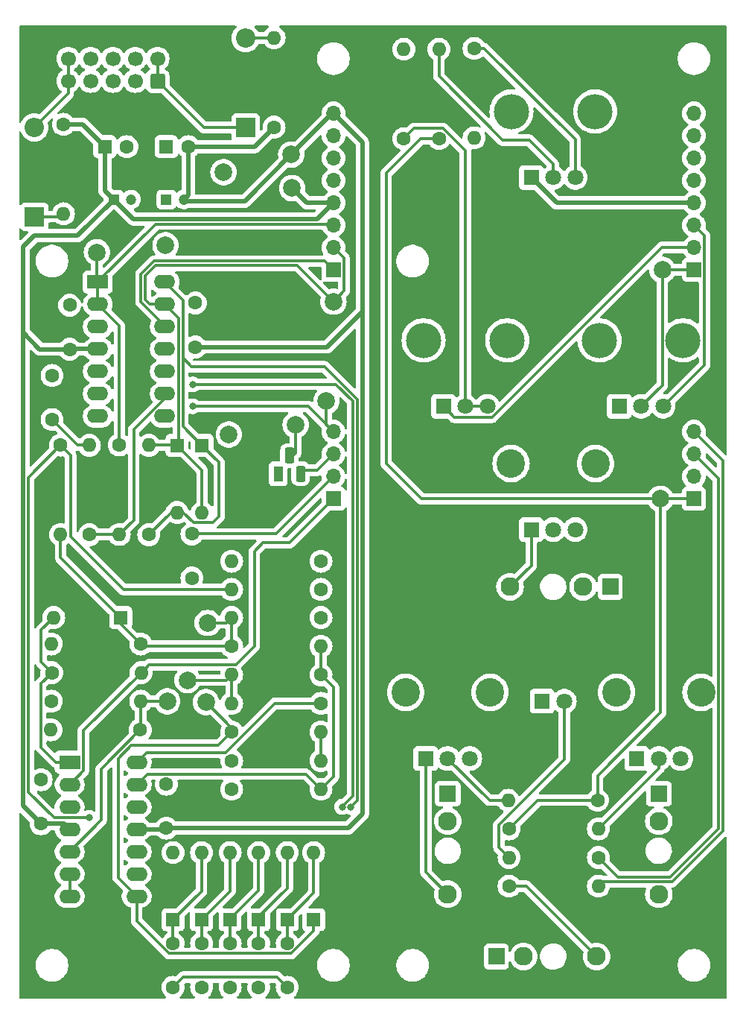
<source format=gbr>
%TF.GenerationSoftware,KiCad,Pcbnew,8.0.2-1*%
%TF.CreationDate,2024-05-20T21:15:53+02:00*%
%TF.ProjectId,low-orbit,6c6f772d-6f72-4626-9974-2e6b69636164,rev?*%
%TF.SameCoordinates,Original*%
%TF.FileFunction,Copper,L1,Top*%
%TF.FilePolarity,Positive*%
%FSLAX46Y46*%
G04 Gerber Fmt 4.6, Leading zero omitted, Abs format (unit mm)*
G04 Created by KiCad (PCBNEW 8.0.2-1) date 2024-05-20 21:15:53*
%MOMM*%
%LPD*%
G01*
G04 APERTURE LIST*
G04 Aperture macros list*
%AMRoundRect*
0 Rectangle with rounded corners*
0 $1 Rounding radius*
0 $2 $3 $4 $5 $6 $7 $8 $9 X,Y pos of 4 corners*
0 Add a 4 corners polygon primitive as box body*
4,1,4,$2,$3,$4,$5,$6,$7,$8,$9,$2,$3,0*
0 Add four circle primitives for the rounded corners*
1,1,$1+$1,$2,$3*
1,1,$1+$1,$4,$5*
1,1,$1+$1,$6,$7*
1,1,$1+$1,$8,$9*
0 Add four rect primitives between the rounded corners*
20,1,$1+$1,$2,$3,$4,$5,0*
20,1,$1+$1,$4,$5,$6,$7,0*
20,1,$1+$1,$6,$7,$8,$9,0*
20,1,$1+$1,$8,$9,$2,$3,0*%
G04 Aperture macros list end*
%TA.AperFunction,ComponentPad*%
%ADD10C,1.600000*%
%TD*%
%TA.AperFunction,ComponentPad*%
%ADD11O,1.600000X1.600000*%
%TD*%
%TA.AperFunction,ComponentPad*%
%ADD12O,4.000000X4.000000*%
%TD*%
%TA.AperFunction,ComponentPad*%
%ADD13R,1.800000X1.800000*%
%TD*%
%TA.AperFunction,ComponentPad*%
%ADD14C,1.800000*%
%TD*%
%TA.AperFunction,ComponentPad*%
%ADD15R,2.200000X2.200000*%
%TD*%
%TA.AperFunction,ComponentPad*%
%ADD16O,2.200000X2.200000*%
%TD*%
%TA.AperFunction,ComponentPad*%
%ADD17C,3.240000*%
%TD*%
%TA.AperFunction,ComponentPad*%
%ADD18R,1.930000X1.830000*%
%TD*%
%TA.AperFunction,ComponentPad*%
%ADD19C,2.130000*%
%TD*%
%TA.AperFunction,ComponentPad*%
%ADD20R,1.600000X1.600000*%
%TD*%
%TA.AperFunction,ComponentPad*%
%ADD21R,1.830000X1.930000*%
%TD*%
%TA.AperFunction,ComponentPad*%
%ADD22R,1.700000X1.700000*%
%TD*%
%TA.AperFunction,ComponentPad*%
%ADD23O,1.700000X1.700000*%
%TD*%
%TA.AperFunction,ComponentPad*%
%ADD24C,2.000000*%
%TD*%
%TA.AperFunction,ComponentPad*%
%ADD25R,1.100000X1.800000*%
%TD*%
%TA.AperFunction,ComponentPad*%
%ADD26RoundRect,0.275000X-0.275000X-0.625000X0.275000X-0.625000X0.275000X0.625000X-0.275000X0.625000X0*%
%TD*%
%TA.AperFunction,ComponentPad*%
%ADD27R,2.400000X1.600000*%
%TD*%
%TA.AperFunction,ComponentPad*%
%ADD28O,2.400000X1.600000*%
%TD*%
%TA.AperFunction,ComponentPad*%
%ADD29R,1.200000X1.200000*%
%TD*%
%TA.AperFunction,ComponentPad*%
%ADD30C,1.200000*%
%TD*%
%TA.AperFunction,ComponentPad*%
%ADD31RoundRect,0.250000X0.600000X-0.600000X0.600000X0.600000X-0.600000X0.600000X-0.600000X-0.600000X0*%
%TD*%
%TA.AperFunction,ComponentPad*%
%ADD32C,1.700000*%
%TD*%
%TA.AperFunction,ViaPad*%
%ADD33C,0.800000*%
%TD*%
%TA.AperFunction,Conductor*%
%ADD34C,0.300000*%
%TD*%
%TA.AperFunction,Conductor*%
%ADD35C,0.500000*%
%TD*%
G04 APERTURE END LIST*
D10*
%TO.P,C11,1*%
%TO.N,GNDREF*%
X71000000Y-159500000D03*
%TO.P,C11,2*%
%TO.N,Net-(D6-K)*%
X71000000Y-154500000D03*
%TD*%
%TO.P,R14,1*%
%TO.N,Net-(U2B--)*%
X74420000Y-137000000D03*
D11*
%TO.P,R14,2*%
%TO.N,Net-(U2D--)*%
X84580000Y-137000000D03*
%TD*%
D10*
%TO.P,R6,1*%
%TO.N,GNDREF*%
X53920000Y-127000000D03*
D11*
%TO.P,R6,2*%
%TO.N,Net-(U2B-+)*%
X64080000Y-127000000D03*
%TD*%
D10*
%TO.P,C4,1*%
%TO.N,+12V*%
X56000000Y-87005000D03*
%TO.P,C4,2*%
%TO.N,GNDREF*%
X56000000Y-82005000D03*
%TD*%
D12*
%TO.P,RES_INT1,*%
%TO.N,*%
X96250000Y-86000000D03*
X105750000Y-86000000D03*
D13*
%TO.P,RES_INT1,1,1*%
%TO.N,Net-(H3B-Pin_2)*%
X98500000Y-93500000D03*
D14*
%TO.P,RES_INT1,2,2*%
%TO.N,Net-(R24-Pad1)*%
X101000000Y-93500000D03*
%TO.P,RES_INT1,3,3*%
X103500000Y-93500000D03*
%TD*%
D15*
%TO.P,D3,1,K*%
%TO.N,Net-(D3-K)*%
X52000000Y-71960000D03*
D16*
%TO.P,D3,2,A*%
%TO.N,Net-(D3-A)*%
X52000000Y-61800000D03*
%TD*%
D10*
%TO.P,R5,1*%
%TO.N,Net-(H1A-Pin_1)*%
X105970000Y-141500000D03*
D11*
%TO.P,R5,2*%
%TO.N,Net-(CV_CTL_IN_2-Pad2)*%
X116130000Y-141500000D03*
%TD*%
D10*
%TO.P,R9,1*%
%TO.N,Net-(D2-K)*%
X64080000Y-120500000D03*
D11*
%TO.P,R9,2*%
%TO.N,-12V*%
X53920000Y-120500000D03*
%TD*%
D10*
%TO.P,R12,1*%
%TO.N,GNDREF*%
X84580000Y-114300000D03*
D11*
%TO.P,R12,2*%
%TO.N,Net-(U2C-+)*%
X74420000Y-114300000D03*
%TD*%
D17*
%TO.P,CV_CTL_IN_1,*%
%TO.N,*%
X94200000Y-126000000D03*
X103800000Y-126000000D03*
D13*
%TO.P,CV_CTL_IN_1,1,1*%
%TO.N,Net-(CV_CTL_IN_1-Pad1)*%
X96500000Y-133500000D03*
D14*
%TO.P,CV_CTL_IN_1,2,2*%
%TO.N,Net-(CV_CTL_IN_1-Pad2)*%
X99000000Y-133500000D03*
%TO.P,CV_CTL_IN_1,3,3*%
%TO.N,GNDREF*%
X101500000Y-133500000D03*
%TD*%
D10*
%TO.P,C12,1*%
%TO.N,GNDREF*%
X74250000Y-159500000D03*
%TO.P,C12,2*%
%TO.N,Net-(D7-K)*%
X74250000Y-154500000D03*
%TD*%
%TO.P,R19,1*%
%TO.N,Net-(D10-K)*%
X74420000Y-130500000D03*
D11*
%TO.P,R19,2*%
%TO.N,Net-(U2C--)*%
X84580000Y-130500000D03*
%TD*%
D10*
%TO.P,C1,1*%
%TO.N,Net-(H2B-Pin_2)*%
X69900000Y-108000000D03*
%TO.P,C1,2*%
%TO.N,Net-(C1-Pad2)*%
X69900000Y-113000000D03*
%TD*%
D18*
%TO.P,J2,S*%
%TO.N,GNDREF*%
X99000000Y-137520000D03*
D19*
%TO.P,J2,T*%
%TO.N,Net-(CV_CTL_IN_1-Pad1)*%
X99000000Y-148920000D03*
%TO.P,J2,TN*%
%TO.N,GNDREF*%
X99000000Y-140620000D03*
%TD*%
D20*
%TO.P,D10,1,K*%
%TO.N,Net-(D10-K)*%
X83750000Y-151810000D03*
D11*
%TO.P,D10,2,A*%
%TO.N,Net-(D10-A)*%
X83750000Y-144190000D03*
%TD*%
D12*
%TO.P,CUTOFF1,*%
%TO.N,*%
X106250000Y-60000000D03*
X115750000Y-60000000D03*
D13*
%TO.P,CUTOFF1,1,1*%
%TO.N,+12V*%
X108500000Y-67500000D03*
D14*
%TO.P,CUTOFF1,2,2*%
%TO.N,Net-(CUTOFF1-Pad2)*%
X111000000Y-67500000D03*
%TO.P,CUTOFF1,3,3*%
%TO.N,Net-(CUTOFF1-Pad3)*%
X113500000Y-67500000D03*
%TD*%
D10*
%TO.P,C2,1*%
%TO.N,+12V*%
X52750000Y-140920000D03*
%TO.P,C2,2*%
%TO.N,GNDREF*%
X52750000Y-135920000D03*
%TD*%
%TO.P,R7,1*%
%TO.N,Net-(H1C-Pin_3)*%
X116130000Y-144750000D03*
D11*
%TO.P,R7,2*%
%TO.N,Net-(D1-A)*%
X105970000Y-144750000D03*
%TD*%
D20*
%TO.P,D8,1,K*%
%TO.N,Net-(D8-K)*%
X77500000Y-151810000D03*
D11*
%TO.P,D8,2,A*%
%TO.N,Net-(D7-K)*%
X77500000Y-144190000D03*
%TD*%
D10*
%TO.P,C3,1*%
%TO.N,GNDREF*%
X70300000Y-81755000D03*
%TO.P,C3,2*%
%TO.N,-12V*%
X70300000Y-86755000D03*
%TD*%
%TO.P,R8,1*%
%TO.N,Net-(D2-A)*%
X53970000Y-123750000D03*
D11*
%TO.P,R8,2*%
%TO.N,Net-(H2A-Pin_1)*%
X64130000Y-123750000D03*
%TD*%
D15*
%TO.P,D4,1,K*%
%TO.N,Net-(D4-K)*%
X76000000Y-61830000D03*
D16*
%TO.P,D4,2,A*%
%TO.N,Net-(D4-A)*%
X76000000Y-51670000D03*
%TD*%
D21*
%TO.P,J1,S*%
%TO.N,GNDREF*%
X117480000Y-114000000D03*
D19*
%TO.P,J1,T*%
%TO.N,Net-(INPUT_LVL1-Pad1)*%
X106080000Y-114000000D03*
%TO.P,J1,TN*%
%TO.N,GNDREF*%
X114380000Y-114000000D03*
%TD*%
D12*
%TO.P,RES_AMOUNT1,*%
%TO.N,*%
X116250000Y-86000000D03*
X125750000Y-86000000D03*
D13*
%TO.P,RES_AMOUNT1,1,1*%
%TO.N,GNDREF*%
X118500000Y-93500000D03*
D14*
%TO.P,RES_AMOUNT1,2,2*%
%TO.N,Net-(H3A-Pin_1)*%
X121000000Y-93500000D03*
%TO.P,RES_AMOUNT1,3,3*%
%TO.N,Net-(H3C-Pin_3)*%
X123500000Y-93500000D03*
%TD*%
D10*
%TO.P,R3,1*%
%TO.N,Net-(H1A-Pin_1)*%
X98000000Y-63080000D03*
D11*
%TO.P,R3,2*%
%TO.N,Net-(CUTOFF1-Pad2)*%
X98000000Y-52920000D03*
%TD*%
D22*
%TO.P,H4,1,Pin_3*%
%TO.N,Net-(H4A-Pin_3)*%
X86000000Y-78000000D03*
D23*
%TO.P,H4,2,Pin_2*%
%TO.N,Net-(D11-K)*%
X86000000Y-75460000D03*
%TO.P,H4,3,Pin_3*%
%TO.N,Net-(H4C-Pin_3)*%
X86000000Y-72920000D03*
%TO.P,H4,4,Pin_4*%
%TO.N,+12V*%
X86000000Y-70380000D03*
%TO.P,H4,5,Pin_5*%
%TO.N,GNDREF*%
X86000000Y-67840000D03*
%TO.P,H4,6,Pin_6*%
X86000000Y-65300000D03*
%TO.P,H4,7,Pin_7*%
X86000000Y-62760000D03*
%TO.P,H4,8,Pin_8*%
%TO.N,-12V*%
X86000000Y-60220000D03*
%TD*%
D10*
%TO.P,R2,1*%
%TO.N,Net-(U2B-+)*%
X64030000Y-130250000D03*
D11*
%TO.P,R2,2*%
%TO.N,Net-(C1-Pad2)*%
X53870000Y-130250000D03*
%TD*%
D17*
%TO.P,CV_CTL_IN_2,*%
%TO.N,*%
X118200000Y-126000000D03*
X127800000Y-126000000D03*
D13*
%TO.P,CV_CTL_IN_2,1,1*%
%TO.N,Net-(CV_CTL_IN_2-Pad1)*%
X120500000Y-133500000D03*
D14*
%TO.P,CV_CTL_IN_2,2,2*%
%TO.N,Net-(CV_CTL_IN_2-Pad2)*%
X123000000Y-133500000D03*
%TO.P,CV_CTL_IN_2,3,3*%
%TO.N,GNDREF*%
X125500000Y-133500000D03*
%TD*%
D22*
%TO.P,H2,1,Pin_1*%
%TO.N,Net-(H2A-Pin_1)*%
X86000000Y-104000000D03*
D23*
%TO.P,H2,2,Pin_2*%
%TO.N,Net-(H2B-Pin_2)*%
X86000000Y-101460000D03*
%TO.P,H2,3,Pin_3*%
%TO.N,Net-(H2C-Pin_3)*%
X86000000Y-98920000D03*
%TO.P,H2,4,Pin_4*%
%TO.N,Net-(H2D-Pin_4)*%
X86000000Y-96380000D03*
%TD*%
D24*
%TO.P,TP10,1,1*%
%TO.N,Net-(H3A-Pin_1)*%
X123400000Y-78000000D03*
%TD*%
D10*
%TO.P,R21,1*%
%TO.N,Net-(D11-A)*%
X65000000Y-108080000D03*
D11*
%TO.P,R21,2*%
%TO.N,Net-(D11-K)*%
X65000000Y-97920000D03*
%TD*%
D10*
%TO.P,R20,1*%
%TO.N,Net-(R20-Pad1)*%
X84580000Y-127250000D03*
D11*
%TO.P,R20,2*%
%TO.N,Net-(D5-A)*%
X74420000Y-127250000D03*
%TD*%
D10*
%TO.P,R18,1*%
%TO.N,-12V*%
X79250000Y-61780000D03*
D11*
%TO.P,R18,2*%
%TO.N,Net-(D4-A)*%
X79250000Y-51620000D03*
%TD*%
D10*
%TO.P,R4,1*%
%TO.N,Net-(H1A-Pin_1)*%
X116030000Y-138250000D03*
D11*
%TO.P,R4,2*%
%TO.N,Net-(CV_CTL_IN_1-Pad2)*%
X105870000Y-138250000D03*
%TD*%
D10*
%TO.P,R10,1*%
%TO.N,Net-(U2C-+)*%
X54965000Y-97910000D03*
D11*
%TO.P,R10,2*%
%TO.N,Net-(D2-K)*%
X54965000Y-108070000D03*
%TD*%
D20*
%TO.P,D6,1,K*%
%TO.N,Net-(D6-K)*%
X71000000Y-151810000D03*
D11*
%TO.P,D6,2,A*%
%TO.N,Net-(D5-K)*%
X71000000Y-144190000D03*
%TD*%
D10*
%TO.P,R17,1*%
%TO.N,+12V*%
X55300000Y-61470000D03*
D11*
%TO.P,R17,2*%
%TO.N,Net-(D3-K)*%
X55300000Y-71630000D03*
%TD*%
D10*
%TO.P,R11,1*%
%TO.N,GNDREF*%
X84580000Y-117500000D03*
D11*
%TO.P,R11,2*%
%TO.N,Net-(D2-K)*%
X74420000Y-117500000D03*
%TD*%
D20*
%TO.P,D11,1,K*%
%TO.N,Net-(D11-K)*%
X68215000Y-97930000D03*
D11*
%TO.P,D11,2,A*%
%TO.N,Net-(D11-A)*%
X68215000Y-105550000D03*
%TD*%
D18*
%TO.P,J3,S*%
%TO.N,GNDREF*%
X123000000Y-137520000D03*
D19*
%TO.P,J3,T*%
%TO.N,Net-(CV_CTL_IN_2-Pad1)*%
X123000000Y-148920000D03*
%TO.P,J3,TN*%
%TO.N,GNDREF*%
X123000000Y-140620000D03*
%TD*%
D10*
%TO.P,C10,1*%
%TO.N,Net-(D11-A)*%
X67750000Y-159500000D03*
%TO.P,C10,2*%
%TO.N,Net-(D5-K)*%
X67750000Y-154500000D03*
%TD*%
%TO.P,C5,1*%
%TO.N,GNDREF*%
X67000000Y-136420000D03*
%TO.P,C5,2*%
%TO.N,-12V*%
X67000000Y-141420000D03*
%TD*%
D20*
%TO.P,D5,1,K*%
%TO.N,Net-(D5-K)*%
X67750000Y-151810000D03*
D11*
%TO.P,D5,2,A*%
%TO.N,Net-(D5-A)*%
X67750000Y-144190000D03*
%TD*%
D20*
%TO.P,D12,1,K*%
%TO.N,Net-(D11-A)*%
X71065000Y-97930000D03*
D11*
%TO.P,D12,2,A*%
%TO.N,Net-(D11-K)*%
X71065000Y-105550000D03*
%TD*%
D10*
%TO.P,R15,1*%
%TO.N,Net-(U2B--)*%
X74420000Y-133750000D03*
D11*
%TO.P,R15,2*%
%TO.N,Net-(U2C--)*%
X84580000Y-133750000D03*
%TD*%
D13*
%TO.P,D1,1,K*%
%TO.N,GNDREF*%
X109725000Y-127000000D03*
D14*
%TO.P,D1,2,A*%
%TO.N,Net-(D1-A)*%
X112265000Y-127000000D03*
%TD*%
D10*
%TO.P,C14,1*%
%TO.N,Net-(D11-A)*%
X80750000Y-159500000D03*
%TO.P,C14,2*%
%TO.N,Net-(D10-A)*%
X80750000Y-154500000D03*
%TD*%
%TO.P,C13,1*%
%TO.N,GNDREF*%
X77500000Y-159500000D03*
%TO.P,C13,2*%
%TO.N,Net-(D8-K)*%
X77500000Y-154500000D03*
%TD*%
D20*
%TO.P,D7,1,K*%
%TO.N,Net-(D7-K)*%
X74250000Y-151810000D03*
D11*
%TO.P,D7,2,A*%
%TO.N,Net-(D6-K)*%
X74250000Y-144190000D03*
%TD*%
D21*
%TO.P,J5,S*%
%TO.N,GNDREF*%
X104520000Y-156000000D03*
D19*
%TO.P,J5,T*%
%TO.N,Net-(J5-PadT)*%
X115920000Y-156000000D03*
%TO.P,J5,TN*%
%TO.N,unconnected-(J5-PadTN)*%
X107620000Y-156000000D03*
%TD*%
D17*
%TO.P,INPUT_LVL1,*%
%TO.N,*%
X106200000Y-100000000D03*
X115800000Y-100000000D03*
D13*
%TO.P,INPUT_LVL1,1,1*%
%TO.N,Net-(INPUT_LVL1-Pad1)*%
X108500000Y-107500000D03*
D14*
%TO.P,INPUT_LVL1,2,2*%
%TO.N,Net-(H1B-Pin_2)*%
X111000000Y-107500000D03*
%TO.P,INPUT_LVL1,3,3*%
%TO.N,GNDREF*%
X113500000Y-107500000D03*
%TD*%
D20*
%TO.P,D9,1,K*%
%TO.N,Net-(D10-A)*%
X80750000Y-151810000D03*
D11*
%TO.P,D9,2,A*%
%TO.N,Net-(D8-K)*%
X80750000Y-144190000D03*
%TD*%
D20*
%TO.P,D2,1,K*%
%TO.N,Net-(D2-K)*%
X61810000Y-117500000D03*
D11*
%TO.P,D2,2,A*%
%TO.N,Net-(D2-A)*%
X54190000Y-117500000D03*
%TD*%
D10*
%TO.P,R22,1*%
%TO.N,Net-(H4C-Pin_3)*%
X61650000Y-97890000D03*
D11*
%TO.P,R22,2*%
%TO.N,Net-(U1C--)*%
X61650000Y-108050000D03*
%TD*%
D10*
%TO.P,R26,1*%
%TO.N,Net-(J5-PadT)*%
X105970000Y-148000000D03*
D11*
%TO.P,R26,2*%
%TO.N,Net-(H1D-Pin_4)*%
X116130000Y-148000000D03*
%TD*%
D10*
%TO.P,R25,1*%
%TO.N,GNDREF*%
X84580000Y-111100000D03*
D11*
%TO.P,R25,2*%
%TO.N,Net-(U1B-+)*%
X74420000Y-111100000D03*
%TD*%
D24*
%TO.P,TP2,1,1*%
%TO.N,Net-(H1A-Pin_1)*%
X123200000Y-104000000D03*
%TD*%
D10*
%TO.P,R13,1*%
%TO.N,Net-(D2-K)*%
X74420000Y-120750000D03*
D11*
%TO.P,R13,2*%
%TO.N,Net-(U2D--)*%
X84580000Y-120750000D03*
%TD*%
D10*
%TO.P,C15,1*%
%TO.N,Net-(C15-Pad1)*%
X54000000Y-95000000D03*
%TO.P,C15,2*%
%TO.N,Net-(U1B-+)*%
X54000000Y-90000000D03*
%TD*%
D25*
%TO.P,Q1,1,C*%
%TO.N,+12V*%
X79730000Y-101170000D03*
D26*
%TO.P,Q1,2,B*%
%TO.N,Net-(D2-A)*%
X81000000Y-99100000D03*
%TO.P,Q1,3,E*%
%TO.N,Net-(H2C-Pin_3)*%
X82270000Y-101170000D03*
%TD*%
D27*
%TO.P,U2,1*%
%TO.N,Net-(D2-A)*%
X56000000Y-133920000D03*
D28*
%TO.P,U2,2,-*%
%TO.N,Net-(H2A-Pin_1)*%
X56000000Y-136460000D03*
%TO.P,U2,3,+*%
%TO.N,GNDREF*%
X56000000Y-139000000D03*
%TO.P,U2,4,V+*%
%TO.N,+12V*%
X56000000Y-141540000D03*
%TO.P,U2,5,+*%
%TO.N,Net-(U2B-+)*%
X56000000Y-144080000D03*
%TO.P,U2,6,-*%
%TO.N,Net-(U2B--)*%
X56000000Y-146620000D03*
%TO.P,U2,7*%
X56000000Y-149160000D03*
%TO.P,U2,8*%
%TO.N,Net-(D10-K)*%
X63620000Y-149160000D03*
%TO.P,U2,9,-*%
%TO.N,Net-(U2C--)*%
X63620000Y-146620000D03*
%TO.P,U2,10,+*%
%TO.N,Net-(U2C-+)*%
X63620000Y-144080000D03*
%TO.P,U2,11,V-*%
%TO.N,-12V*%
X63620000Y-141540000D03*
%TO.P,U2,12,+*%
%TO.N,GNDREF*%
X63620000Y-139000000D03*
%TO.P,U2,13,-*%
%TO.N,Net-(U2D--)*%
X63620000Y-136460000D03*
%TO.P,U2,14*%
%TO.N,Net-(R20-Pad1)*%
X63620000Y-133920000D03*
%TD*%
D27*
%TO.P,U1,1*%
%TO.N,Net-(H4C-Pin_3)*%
X59200000Y-79380000D03*
D28*
%TO.P,U1,2,-*%
X59200000Y-81920000D03*
%TO.P,U1,3,+*%
%TO.N,Net-(D7-K)*%
X59200000Y-84460000D03*
%TO.P,U1,4,V+*%
%TO.N,+12V*%
X59200000Y-87000000D03*
%TO.P,U1,5,+*%
%TO.N,Net-(U1B-+)*%
X59200000Y-89540000D03*
%TO.P,U1,6,-*%
%TO.N,Net-(H2D-Pin_4)*%
X59200000Y-92080000D03*
%TO.P,U1,7*%
X59200000Y-94620000D03*
%TO.P,U1,8*%
%TO.N,Net-(C15-Pad1)*%
X66820000Y-94620000D03*
%TO.P,U1,9,-*%
%TO.N,Net-(U1C--)*%
X66820000Y-92080000D03*
%TO.P,U1,10,+*%
%TO.N,GNDREF*%
X66820000Y-89540000D03*
%TO.P,U1,11,V-*%
%TO.N,-12V*%
X66820000Y-87000000D03*
%TO.P,U1,12,+*%
%TO.N,Net-(H4A-Pin_3)*%
X66820000Y-84460000D03*
%TO.P,U1,13,-*%
%TO.N,Net-(D11-K)*%
X66820000Y-81920000D03*
%TO.P,U1,14*%
%TO.N,Net-(D11-A)*%
X66820000Y-79380000D03*
%TD*%
D10*
%TO.P,R23,1*%
%TO.N,Net-(U1C--)*%
X58250000Y-108080000D03*
D11*
%TO.P,R23,2*%
%TO.N,Net-(C15-Pad1)*%
X58250000Y-97920000D03*
%TD*%
D10*
%TO.P,R1,1*%
%TO.N,Net-(CUTOFF1-Pad3)*%
X102000000Y-52840000D03*
D11*
%TO.P,R1,2*%
%TO.N,-12V*%
X102000000Y-63000000D03*
%TD*%
D10*
%TO.P,R24,1*%
%TO.N,Net-(R24-Pad1)*%
X94000000Y-63080000D03*
D11*
%TO.P,R24,2*%
%TO.N,GNDREF*%
X94000000Y-52920000D03*
%TD*%
D10*
%TO.P,R16,1*%
%TO.N,Net-(U2D--)*%
X84580000Y-124000000D03*
D11*
%TO.P,R16,2*%
%TO.N,Net-(D5-A)*%
X74420000Y-124000000D03*
%TD*%
D29*
%TO.P,C8,1*%
%TO.N,+12V*%
X61000000Y-70000000D03*
D30*
%TO.P,C8,2*%
%TO.N,GNDREF*%
X63000000Y-70000000D03*
%TD*%
D22*
%TO.P,H3,1,Pin_1*%
%TO.N,Net-(H3A-Pin_1)*%
X127000000Y-78000000D03*
D23*
%TO.P,H3,2,Pin_2*%
%TO.N,Net-(H3B-Pin_2)*%
X127000000Y-75460000D03*
%TO.P,H3,3,Pin_3*%
%TO.N,Net-(H3C-Pin_3)*%
X127000000Y-72920000D03*
%TO.P,H3,4,Pin_4*%
%TO.N,+12V*%
X127000000Y-70380000D03*
%TO.P,H3,5,Pin_5*%
%TO.N,GNDREF*%
X127000000Y-67840000D03*
%TO.P,H3,6,Pin_6*%
X127000000Y-65300000D03*
%TO.P,H3,7,Pin_7*%
X127000000Y-62760000D03*
%TO.P,H3,8,Pin_8*%
%TO.N,-12V*%
X127000000Y-60220000D03*
%TD*%
D24*
%TO.P,TP5,1,1*%
%TO.N,Net-(D11-A)*%
X66900000Y-75200000D03*
%TD*%
D20*
%TO.P,C7,1*%
%TO.N,GNDREF*%
X67000000Y-64000000D03*
D10*
%TO.P,C7,2*%
%TO.N,-12V*%
X69500000Y-64000000D03*
%TD*%
D24*
%TO.P,TP1,1,1*%
%TO.N,Net-(U2B-+)*%
X67100000Y-127000000D03*
%TD*%
D31*
%TO.P,J4,1,Pin_1*%
%TO.N,Net-(D4-K)*%
X66000000Y-56540000D03*
D32*
%TO.P,J4,2,Pin_2*%
X66000000Y-54000000D03*
%TO.P,J4,3,Pin_3*%
%TO.N,GNDREF*%
X63460000Y-56540000D03*
%TO.P,J4,4,Pin_4*%
X63460000Y-54000000D03*
%TO.P,J4,5,Pin_5*%
X60920000Y-56540000D03*
%TO.P,J4,6,Pin_6*%
X60920000Y-54000000D03*
%TO.P,J4,7,Pin_7*%
X58380000Y-56540000D03*
%TO.P,J4,8,Pin_8*%
X58380000Y-54000000D03*
%TO.P,J4,9,Pin_9*%
%TO.N,Net-(D3-A)*%
X55840000Y-56540000D03*
%TO.P,J4,10,Pin_10*%
X55840000Y-54000000D03*
%TD*%
D24*
%TO.P,TP6,1,1*%
%TO.N,Net-(D5-A)*%
X69400000Y-124600000D03*
%TD*%
%TO.P,TP13,1,1*%
%TO.N,+12V*%
X81300000Y-68700000D03*
%TD*%
D29*
%TO.P,C9,1*%
%TO.N,GNDREF*%
X67000000Y-70000000D03*
D30*
%TO.P,C9,2*%
%TO.N,-12V*%
X69000000Y-70000000D03*
%TD*%
D24*
%TO.P,TP12,1,1*%
%TO.N,Net-(H2D-Pin_4)*%
X85200000Y-92900000D03*
%TD*%
%TO.P,TP11,1,1*%
%TO.N,Net-(C15-Pad1)*%
X74100000Y-96700000D03*
%TD*%
%TO.P,TP14,1,1*%
%TO.N,-12V*%
X81200000Y-64900000D03*
%TD*%
%TO.P,TP15,1,1*%
%TO.N,GNDREF*%
X73500000Y-66900000D03*
%TD*%
%TO.P,TP7,1,1*%
%TO.N,Net-(D10-K)*%
X71500000Y-127100000D03*
%TD*%
%TO.P,TP9,1,1*%
%TO.N,Net-(H4C-Pin_3)*%
X59100000Y-76000000D03*
%TD*%
D20*
%TO.P,C6,1*%
%TO.N,+12V*%
X60000000Y-64000000D03*
D10*
%TO.P,C6,2*%
%TO.N,GNDREF*%
X62500000Y-64000000D03*
%TD*%
D24*
%TO.P,TP8,1,1*%
%TO.N,Net-(D11-K)*%
X86000000Y-81600000D03*
%TD*%
%TO.P,TP4,1,1*%
%TO.N,Net-(D2-K)*%
X71700000Y-118100000D03*
%TD*%
D22*
%TO.P,H1,1,Pin_1*%
%TO.N,Net-(H1A-Pin_1)*%
X127000000Y-104000000D03*
D23*
%TO.P,H1,2,Pin_2*%
%TO.N,Net-(H1B-Pin_2)*%
X127000000Y-101460000D03*
%TO.P,H1,3,Pin_3*%
%TO.N,Net-(H1C-Pin_3)*%
X127000000Y-98920000D03*
%TO.P,H1,4,Pin_4*%
%TO.N,Net-(H1D-Pin_4)*%
X127000000Y-96380000D03*
%TD*%
D24*
%TO.P,TP3,1,1*%
%TO.N,Net-(D2-A)*%
X81700000Y-95600000D03*
%TD*%
D33*
%TO.N,Net-(D11-A)*%
X88000000Y-139000000D03*
%TO.N,Net-(D7-K)*%
X70000000Y-91000000D03*
X87000000Y-139000000D03*
%TO.N,Net-(H2D-Pin_4)*%
X70000000Y-93500000D03*
%TO.N,Net-(U2C-+)*%
X58250000Y-140250000D03*
%TD*%
D34*
%TO.N,Net-(H2B-Pin_2)*%
X86000000Y-101460000D02*
X79460000Y-108000000D01*
X79460000Y-108000000D02*
X69900000Y-108000000D01*
D35*
%TO.N,+12V*%
X52750000Y-140920000D02*
X55380000Y-140920000D01*
X57470000Y-61470000D02*
X60000000Y-64000000D01*
X56005000Y-87000000D02*
X56000000Y-87005000D01*
X81300000Y-68700000D02*
X82980000Y-70380000D01*
X82980000Y-70380000D02*
X86000000Y-70380000D01*
X60000000Y-69000000D02*
X61000000Y-70000000D01*
X50700000Y-85100000D02*
X50700000Y-138870000D01*
X55300000Y-61470000D02*
X57470000Y-61470000D01*
X61000000Y-70000000D02*
X63200000Y-72200000D01*
X52000000Y-74100000D02*
X50700000Y-75400000D01*
X84180000Y-72200000D02*
X86000000Y-70380000D01*
X111380000Y-70380000D02*
X127000000Y-70380000D01*
X60000000Y-64000000D02*
X60000000Y-69000000D01*
X63200000Y-72200000D02*
X84180000Y-72200000D01*
X55380000Y-140920000D02*
X56000000Y-141540000D01*
X61000000Y-70000000D02*
X56900000Y-74100000D01*
X52605000Y-87005000D02*
X50700000Y-85100000D01*
X59200000Y-87000000D02*
X56005000Y-87000000D01*
X50700000Y-75400000D02*
X50700000Y-85100000D01*
X56000000Y-87005000D02*
X52605000Y-87005000D01*
X108500000Y-67500000D02*
X111380000Y-70380000D01*
X50700000Y-138870000D02*
X52750000Y-140920000D01*
X56900000Y-74100000D02*
X52000000Y-74100000D01*
%TO.N,-12V*%
X69000000Y-70000000D02*
X69200000Y-70200000D01*
X70300000Y-86755000D02*
X85245000Y-86755000D01*
X89300000Y-82700000D02*
X89300000Y-139800000D01*
X85245000Y-86755000D02*
X89300000Y-82700000D01*
X87680000Y-141420000D02*
X89300000Y-139800000D01*
X81200000Y-64900000D02*
X85880000Y-60220000D01*
X79250000Y-61780000D02*
X77030000Y-64000000D01*
X77030000Y-64000000D02*
X69500000Y-64000000D01*
X66880000Y-141540000D02*
X67000000Y-141420000D01*
X89300000Y-82700000D02*
X89300000Y-63520000D01*
X69200000Y-70200000D02*
X75900000Y-70200000D01*
X67000000Y-141420000D02*
X87680000Y-141420000D01*
X69500000Y-69500000D02*
X69000000Y-70000000D01*
X69500000Y-64000000D02*
X69500000Y-69500000D01*
X63620000Y-141540000D02*
X66880000Y-141540000D01*
X89300000Y-63520000D02*
X86000000Y-60220000D01*
X85880000Y-60220000D02*
X86000000Y-60220000D01*
X75900000Y-70200000D02*
X81200000Y-64900000D01*
D34*
%TO.N,Net-(D5-K)*%
X67750000Y-151810000D02*
X67750000Y-154500000D01*
X71000000Y-144190000D02*
X71000000Y-148560000D01*
X71000000Y-148560000D02*
X67750000Y-151810000D01*
%TO.N,Net-(D11-A)*%
X88700000Y-138300000D02*
X88700000Y-92700000D01*
X66820000Y-79380000D02*
X68870000Y-81430000D01*
X88000000Y-139000000D02*
X88700000Y-138300000D01*
X69870000Y-89000000D02*
X68870000Y-88000000D01*
X68870000Y-88000000D02*
X68870000Y-95735000D01*
X79600000Y-158350000D02*
X80750000Y-159500000D01*
X73000000Y-106000000D02*
X73000000Y-99865000D01*
X67750000Y-159500000D02*
X68900000Y-158350000D01*
X70098185Y-106700000D02*
X72300000Y-106700000D01*
X65000000Y-108080000D02*
X67530000Y-105550000D01*
X72300000Y-106700000D02*
X73000000Y-106000000D01*
X68900000Y-158350000D02*
X79600000Y-158350000D01*
X88700000Y-92700000D02*
X85000000Y-89000000D01*
X85000000Y-89000000D02*
X69870000Y-89000000D01*
X68870000Y-95735000D02*
X71065000Y-97930000D01*
X73000000Y-99865000D02*
X71065000Y-97930000D01*
X68870000Y-81430000D02*
X68870000Y-88000000D01*
X68215000Y-105550000D02*
X68948185Y-105550000D01*
X67530000Y-105550000D02*
X68215000Y-105550000D01*
X68948185Y-105550000D02*
X70098185Y-106700000D01*
%TO.N,Net-(D6-K)*%
X74250000Y-148560000D02*
X74250000Y-144190000D01*
X71000000Y-154500000D02*
X71000000Y-151810000D01*
X71000000Y-151810000D02*
X74250000Y-148560000D01*
%TO.N,Net-(D7-K)*%
X88200000Y-137739339D02*
X87000000Y-138939339D01*
X74250000Y-151750000D02*
X77500000Y-148500000D01*
X74250000Y-151810000D02*
X74250000Y-151750000D01*
X74250000Y-154500000D02*
X74250000Y-151810000D01*
X70000000Y-91000000D02*
X86292894Y-91000000D01*
X87000000Y-138939339D02*
X87000000Y-139000000D01*
X86292894Y-91000000D02*
X88200000Y-92907106D01*
X77500000Y-148500000D02*
X77500000Y-144190000D01*
X88200000Y-92907106D02*
X88200000Y-137739339D01*
%TO.N,Net-(D8-K)*%
X77500000Y-154500000D02*
X77500000Y-151810000D01*
X77500000Y-151810000D02*
X77500000Y-151500000D01*
X77500000Y-151500000D02*
X80750000Y-148250000D01*
X80750000Y-148250000D02*
X80750000Y-144190000D01*
%TO.N,Net-(D10-A)*%
X80750000Y-151810000D02*
X83750000Y-148810000D01*
X83750000Y-148810000D02*
X83750000Y-144190000D01*
X80750000Y-154500000D02*
X80750000Y-151810000D01*
%TO.N,Net-(C15-Pad1)*%
X56920000Y-97920000D02*
X54000000Y-95000000D01*
X58250000Y-97920000D02*
X56920000Y-97920000D01*
%TO.N,Net-(D1-A)*%
X112265000Y-127000000D02*
X112265000Y-133578654D01*
X104820000Y-143600000D02*
X105970000Y-144750000D01*
X112265000Y-133578654D02*
X104820000Y-141023654D01*
X104820000Y-141023654D02*
X104820000Y-143600000D01*
%TO.N,Net-(D2-K)*%
X74420000Y-120750000D02*
X64330000Y-120750000D01*
X64330000Y-120750000D02*
X64080000Y-120500000D01*
X74420000Y-120750000D02*
X74420000Y-117500000D01*
X73820000Y-118100000D02*
X74420000Y-117500000D01*
X64080000Y-120500000D02*
X61810000Y-118230000D01*
X54965000Y-110655000D02*
X61810000Y-117500000D01*
X71700000Y-118100000D02*
X73820000Y-118100000D01*
X54965000Y-108070000D02*
X54965000Y-110655000D01*
X61810000Y-118230000D02*
X61810000Y-117500000D01*
%TO.N,Net-(D2-A)*%
X54190000Y-117500000D02*
X52770000Y-118920000D01*
X52720000Y-132220000D02*
X54420000Y-133920000D01*
X54420000Y-133920000D02*
X56000000Y-133920000D01*
X81000000Y-99500000D02*
X81700000Y-98800000D01*
X52770000Y-122550000D02*
X53970000Y-123750000D01*
X52770000Y-118920000D02*
X52770000Y-122550000D01*
X53970000Y-123750000D02*
X52720000Y-125000000D01*
X52720000Y-125000000D02*
X52720000Y-132220000D01*
X81700000Y-98800000D02*
X81700000Y-95600000D01*
%TO.N,Net-(D5-A)*%
X73820000Y-124600000D02*
X74420000Y-124000000D01*
X69400000Y-124600000D02*
X73820000Y-124600000D01*
X74420000Y-124000000D02*
X74420000Y-127250000D01*
%TO.N,Net-(D10-K)*%
X71500000Y-127100000D02*
X74420000Y-130020000D01*
X61500000Y-133500000D02*
X61500000Y-147040000D01*
X74420000Y-130020000D02*
X74420000Y-130500000D01*
X81226346Y-155650000D02*
X67273654Y-155650000D01*
X72920000Y-132000000D02*
X63000000Y-132000000D01*
X74420000Y-130500000D02*
X72920000Y-132000000D01*
X63620000Y-151996346D02*
X63620000Y-149160000D01*
X63000000Y-132000000D02*
X61500000Y-133500000D01*
X67273654Y-155650000D02*
X63620000Y-151996346D01*
X61500000Y-147040000D02*
X63620000Y-149160000D01*
X83750000Y-153126346D02*
X81226346Y-155650000D01*
X83750000Y-151810000D02*
X83750000Y-153126346D01*
%TO.N,Net-(D11-K)*%
X86000000Y-81600000D02*
X81900000Y-77500000D01*
X65000000Y-97920000D02*
X68205000Y-97920000D01*
X71065000Y-105550000D02*
X71065000Y-100780000D01*
X65127106Y-81920000D02*
X66820000Y-81920000D01*
X87200000Y-76660000D02*
X87200000Y-80400000D01*
X81900000Y-77500000D02*
X65807106Y-77500000D01*
X66820000Y-81920000D02*
X68370000Y-83470000D01*
X64600000Y-81392894D02*
X65127106Y-81920000D01*
X65807106Y-77500000D02*
X64600000Y-78707106D01*
X87200000Y-80400000D02*
X86000000Y-81600000D01*
X68370000Y-97775000D02*
X68215000Y-97930000D01*
X64600000Y-78707106D02*
X64600000Y-81392894D01*
X71065000Y-100780000D02*
X68215000Y-97930000D01*
X86000000Y-75460000D02*
X87200000Y-76660000D01*
X68370000Y-83470000D02*
X68370000Y-97775000D01*
X68205000Y-97920000D02*
X68215000Y-97930000D01*
%TO.N,Net-(H1A-Pin_1)*%
X96000000Y-104000000D02*
X92000000Y-100000000D01*
X123200000Y-104000000D02*
X96000000Y-104000000D01*
X109220000Y-138250000D02*
X105970000Y-141500000D01*
X92000000Y-100000000D02*
X92000000Y-67000000D01*
X92000000Y-67000000D02*
X95920000Y-63080000D01*
X95920000Y-63080000D02*
X98000000Y-63080000D01*
X116030000Y-135470000D02*
X116030000Y-138250000D01*
X123200000Y-104000000D02*
X123200000Y-128300000D01*
X123200000Y-128300000D02*
X116030000Y-135470000D01*
X127000000Y-104000000D02*
X123200000Y-104000000D01*
X116030000Y-138250000D02*
X109220000Y-138250000D01*
%TO.N,Net-(H1D-Pin_4)*%
X124495000Y-147505000D02*
X116625000Y-147505000D01*
X116625000Y-147505000D02*
X116130000Y-148000000D01*
X130270000Y-141730000D02*
X124495000Y-147505000D01*
X130270000Y-99650000D02*
X130270000Y-141730000D01*
X127000000Y-96380000D02*
X130270000Y-99650000D01*
%TO.N,Net-(H1C-Pin_3)*%
X118380000Y-147000000D02*
X116130000Y-144750000D01*
X124292894Y-147000000D02*
X118380000Y-147000000D01*
X129770000Y-101690000D02*
X129770000Y-141522894D01*
X129770000Y-141522894D02*
X124292894Y-147000000D01*
X127000000Y-98920000D02*
X129770000Y-101690000D01*
%TO.N,Net-(H2D-Pin_4)*%
X85200000Y-95580000D02*
X86000000Y-96380000D01*
X83120000Y-93500000D02*
X70000000Y-93500000D01*
X85200000Y-92900000D02*
X85200000Y-95580000D01*
X86000000Y-96380000D02*
X83120000Y-93500000D01*
%TO.N,Net-(H2C-Pin_3)*%
X84150000Y-100770000D02*
X82270000Y-100770000D01*
X86000000Y-98920000D02*
X84150000Y-100770000D01*
%TO.N,Net-(H2A-Pin_1)*%
X86000000Y-104000000D02*
X81000000Y-109000000D01*
X65030000Y-122850000D02*
X64130000Y-123750000D01*
X81000000Y-109000000D02*
X78000000Y-109000000D01*
X77000000Y-120746346D02*
X74896346Y-122850000D01*
X64130000Y-123750000D02*
X57550000Y-130330000D01*
X74896346Y-122850000D02*
X65030000Y-122850000D01*
X57550000Y-134910000D02*
X56000000Y-136460000D01*
X77000000Y-110000000D02*
X77000000Y-120746346D01*
X57550000Y-130330000D02*
X57550000Y-134910000D01*
X78000000Y-109000000D02*
X77000000Y-110000000D01*
%TO.N,Net-(H3A-Pin_1)*%
X123400000Y-91100000D02*
X121000000Y-93500000D01*
X123400000Y-78000000D02*
X127000000Y-78000000D01*
X123400000Y-78000000D02*
X123400000Y-91100000D01*
%TO.N,Net-(H3B-Pin_2)*%
X98500000Y-93500000D02*
X99750000Y-94750000D01*
X123307767Y-75460000D02*
X127000000Y-75460000D01*
X104017767Y-94750000D02*
X123307767Y-75460000D01*
X99750000Y-94750000D02*
X104017767Y-94750000D01*
%TO.N,Net-(H3C-Pin_3)*%
X128200000Y-88800000D02*
X128200000Y-74120000D01*
X123500000Y-93500000D02*
X128200000Y-88800000D01*
X128200000Y-74120000D02*
X127000000Y-72920000D01*
%TO.N,Net-(H4C-Pin_3)*%
X59200000Y-79380000D02*
X65780000Y-72800000D01*
X61650000Y-84370000D02*
X61650000Y-97890000D01*
X65780000Y-72800000D02*
X85880000Y-72800000D01*
X59100000Y-76000000D02*
X59100000Y-79280000D01*
X59200000Y-81920000D02*
X61650000Y-84370000D01*
X59100000Y-79280000D02*
X59200000Y-79380000D01*
X85880000Y-72800000D02*
X86000000Y-72920000D01*
X59200000Y-79380000D02*
X59200000Y-81920000D01*
%TO.N,Net-(H4A-Pin_3)*%
X64100000Y-78500000D02*
X65600000Y-77000000D01*
X65600000Y-77000000D02*
X85000000Y-77000000D01*
X64100000Y-81600000D02*
X64100000Y-78500000D01*
X66820000Y-84320000D02*
X64100000Y-81600000D01*
X85000000Y-77000000D02*
X86000000Y-78000000D01*
X66820000Y-84460000D02*
X66820000Y-84320000D01*
%TO.N,Net-(U2B-+)*%
X59600000Y-134680000D02*
X59600000Y-140480000D01*
X64030000Y-130250000D02*
X59600000Y-134680000D01*
X64080000Y-130200000D02*
X64030000Y-130250000D01*
X64080000Y-127000000D02*
X67100000Y-127000000D01*
X64080000Y-127000000D02*
X64080000Y-130200000D01*
X59600000Y-140480000D02*
X56000000Y-144080000D01*
%TO.N,Net-(U2C-+)*%
X56115000Y-99060000D02*
X56115000Y-108315000D01*
X54965000Y-97910000D02*
X56115000Y-99060000D01*
X56115000Y-108315000D02*
X62100000Y-114300000D01*
X51300000Y-101575000D02*
X51300000Y-137300000D01*
X54250000Y-140250000D02*
X58250000Y-140250000D01*
X51300000Y-137300000D02*
X54250000Y-140250000D01*
X62100000Y-114300000D02*
X74420000Y-114300000D01*
X54965000Y-97910000D02*
X51300000Y-101575000D01*
%TO.N,Net-(U2D--)*%
X82850000Y-135270000D02*
X84580000Y-137000000D01*
X86000000Y-125420000D02*
X84580000Y-124000000D01*
X64810000Y-135270000D02*
X82850000Y-135270000D01*
X84580000Y-137000000D02*
X86000000Y-135580000D01*
X84580000Y-120750000D02*
X84580000Y-124000000D01*
X63620000Y-136460000D02*
X64810000Y-135270000D01*
X86000000Y-135580000D02*
X86000000Y-125420000D01*
%TO.N,Net-(U2B--)*%
X56000000Y-149160000D02*
X56000000Y-146620000D01*
%TO.N,Net-(U2C--)*%
X84580000Y-130500000D02*
X84580000Y-133750000D01*
%TO.N,Net-(R20-Pad1)*%
X73726346Y-132820000D02*
X79296346Y-127250000D01*
X79296346Y-127250000D02*
X84580000Y-127250000D01*
X63620000Y-133920000D02*
X64720000Y-132820000D01*
X64720000Y-132820000D02*
X73726346Y-132820000D01*
%TO.N,Net-(U1C--)*%
X63300000Y-96113654D02*
X63300000Y-106400000D01*
X66820000Y-92593654D02*
X63300000Y-96113654D01*
X63300000Y-106400000D02*
X61650000Y-108050000D01*
X61650000Y-108050000D02*
X58280000Y-108050000D01*
X58280000Y-108050000D02*
X58250000Y-108080000D01*
X66820000Y-92080000D02*
X66820000Y-92593654D01*
%TO.N,Net-(R24-Pad1)*%
X95150000Y-61930000D02*
X98476346Y-61930000D01*
X101000000Y-93500000D02*
X103500000Y-93500000D01*
X101000000Y-64453654D02*
X101000000Y-93500000D01*
X98476346Y-61930000D02*
X101000000Y-64453654D01*
X94000000Y-63080000D02*
X95150000Y-61930000D01*
%TO.N,Net-(CUTOFF1-Pad2)*%
X108250000Y-63250000D02*
X105250000Y-63250000D01*
X111000000Y-66000000D02*
X108250000Y-63250000D01*
X98000000Y-56000000D02*
X98000000Y-52920000D01*
X105250000Y-63250000D02*
X98000000Y-56000000D01*
X111000000Y-67500000D02*
X111000000Y-66000000D01*
%TO.N,Net-(CUTOFF1-Pad3)*%
X103131370Y-52840000D02*
X102000000Y-52840000D01*
X113500000Y-67500000D02*
X113500000Y-63208630D01*
X113500000Y-63208630D02*
X103131370Y-52840000D01*
%TO.N,Net-(CV_CTL_IN_1-Pad1)*%
X99000000Y-148920000D02*
X96500000Y-146420000D01*
X96500000Y-146420000D02*
X96500000Y-133500000D01*
%TO.N,Net-(CV_CTL_IN_1-Pad2)*%
X103750000Y-138250000D02*
X99000000Y-133500000D01*
X105870000Y-138250000D02*
X103750000Y-138250000D01*
%TO.N,Net-(CV_CTL_IN_2-Pad2)*%
X123000000Y-134630000D02*
X123000000Y-133500000D01*
X116130000Y-141500000D02*
X123000000Y-134630000D01*
%TO.N,Net-(INPUT_LVL1-Pad1)*%
X108500000Y-111580000D02*
X106080000Y-114000000D01*
X108500000Y-107500000D02*
X108500000Y-111580000D01*
%TO.N,Net-(J5-PadT)*%
X115920000Y-156000000D02*
X116000000Y-156000000D01*
X107920000Y-148000000D02*
X115920000Y-156000000D01*
X105970000Y-148000000D02*
X107920000Y-148000000D01*
%TO.N,Net-(D3-A)*%
X55840000Y-56540000D02*
X55840000Y-54000000D01*
X52000000Y-61800000D02*
X55840000Y-57960000D01*
X55840000Y-57960000D02*
X55840000Y-56540000D01*
%TO.N,Net-(D3-K)*%
X54970000Y-71960000D02*
X55300000Y-71630000D01*
X52000000Y-71960000D02*
X54970000Y-71960000D01*
%TO.N,Net-(D4-K)*%
X66000000Y-56540000D02*
X66000000Y-54000000D01*
X71290000Y-61830000D02*
X66000000Y-56540000D01*
X76000000Y-61830000D02*
X71290000Y-61830000D01*
%TO.N,Net-(D4-A)*%
X76000000Y-51670000D02*
X79200000Y-51670000D01*
X79200000Y-51670000D02*
X79250000Y-51620000D01*
%TD*%
%TA.AperFunction,NonConductor*%
G36*
X78617369Y-50270185D02*
G01*
X78663124Y-50322989D01*
X78673068Y-50392147D01*
X78644043Y-50455703D01*
X78602735Y-50486881D01*
X78600973Y-50487703D01*
X78597267Y-50489431D01*
X78597265Y-50489432D01*
X78410858Y-50619954D01*
X78249954Y-50780858D01*
X78173450Y-50890118D01*
X78119881Y-50966624D01*
X78065307Y-51010248D01*
X78018308Y-51019500D01*
X77545778Y-51019500D01*
X77478739Y-50999815D01*
X77432984Y-50947011D01*
X77431217Y-50942954D01*
X77430465Y-50941138D01*
X77298839Y-50726346D01*
X77298838Y-50726343D01*
X77261875Y-50683066D01*
X77135224Y-50534776D01*
X77057963Y-50468789D01*
X77019771Y-50410283D01*
X77019273Y-50340415D01*
X77056626Y-50281369D01*
X77119973Y-50251891D01*
X77138496Y-50250500D01*
X78550330Y-50250500D01*
X78617369Y-50270185D01*
G37*
%TD.AperFunction*%
%TA.AperFunction,NonConductor*%
G36*
X64814855Y-54666546D02*
G01*
X64831575Y-54685842D01*
X64961500Y-54871395D01*
X64961505Y-54871401D01*
X65128599Y-55038495D01*
X65128604Y-55038499D01*
X65129968Y-55039643D01*
X65130407Y-55040303D01*
X65132427Y-55042323D01*
X65132021Y-55042728D01*
X65168669Y-55097815D01*
X65169776Y-55167676D01*
X65132937Y-55227046D01*
X65089267Y-55252336D01*
X65080669Y-55255184D01*
X65080663Y-55255187D01*
X64931342Y-55347289D01*
X64807289Y-55471342D01*
X64715187Y-55620663D01*
X64715183Y-55620673D01*
X64712335Y-55629268D01*
X64672560Y-55686711D01*
X64608044Y-55713531D01*
X64539268Y-55701214D01*
X64502517Y-55672233D01*
X64502324Y-55672427D01*
X64500682Y-55670785D01*
X64499642Y-55669965D01*
X64498494Y-55668597D01*
X64331402Y-55501506D01*
X64331396Y-55501501D01*
X64145842Y-55371575D01*
X64102217Y-55316998D01*
X64095023Y-55247500D01*
X64126546Y-55185145D01*
X64145842Y-55168425D01*
X64273165Y-55079272D01*
X64331401Y-55038495D01*
X64498495Y-54871401D01*
X64628425Y-54685842D01*
X64683002Y-54642217D01*
X64752500Y-54635023D01*
X64814855Y-54666546D01*
G37*
%TD.AperFunction*%
%TA.AperFunction,NonConductor*%
G36*
X62274855Y-54666546D02*
G01*
X62291575Y-54685842D01*
X62421501Y-54871396D01*
X62421506Y-54871402D01*
X62588597Y-55038493D01*
X62588603Y-55038498D01*
X62774158Y-55168425D01*
X62817783Y-55223002D01*
X62824977Y-55292500D01*
X62793454Y-55354855D01*
X62774158Y-55371575D01*
X62588597Y-55501505D01*
X62421505Y-55668597D01*
X62291575Y-55854158D01*
X62236998Y-55897783D01*
X62167500Y-55904977D01*
X62105145Y-55873454D01*
X62088425Y-55854158D01*
X61958494Y-55668597D01*
X61791402Y-55501506D01*
X61791396Y-55501501D01*
X61605842Y-55371575D01*
X61562217Y-55316998D01*
X61555023Y-55247500D01*
X61586546Y-55185145D01*
X61605842Y-55168425D01*
X61733165Y-55079272D01*
X61791401Y-55038495D01*
X61958495Y-54871401D01*
X62088425Y-54685842D01*
X62143002Y-54642217D01*
X62212500Y-54635023D01*
X62274855Y-54666546D01*
G37*
%TD.AperFunction*%
%TA.AperFunction,NonConductor*%
G36*
X59734855Y-54666546D02*
G01*
X59751575Y-54685842D01*
X59881501Y-54871396D01*
X59881506Y-54871402D01*
X60048597Y-55038493D01*
X60048603Y-55038498D01*
X60234158Y-55168425D01*
X60277783Y-55223002D01*
X60284977Y-55292500D01*
X60253454Y-55354855D01*
X60234158Y-55371575D01*
X60048597Y-55501505D01*
X59881505Y-55668597D01*
X59751575Y-55854158D01*
X59696998Y-55897783D01*
X59627500Y-55904977D01*
X59565145Y-55873454D01*
X59548425Y-55854158D01*
X59418494Y-55668597D01*
X59251402Y-55501506D01*
X59251396Y-55501501D01*
X59065842Y-55371575D01*
X59022217Y-55316998D01*
X59015023Y-55247500D01*
X59046546Y-55185145D01*
X59065842Y-55168425D01*
X59193165Y-55079272D01*
X59251401Y-55038495D01*
X59418495Y-54871401D01*
X59548425Y-54685842D01*
X59603002Y-54642217D01*
X59672500Y-54635023D01*
X59734855Y-54666546D01*
G37*
%TD.AperFunction*%
%TA.AperFunction,NonConductor*%
G36*
X57194855Y-54666546D02*
G01*
X57211575Y-54685842D01*
X57341501Y-54871396D01*
X57341506Y-54871402D01*
X57508597Y-55038493D01*
X57508603Y-55038498D01*
X57694158Y-55168425D01*
X57737783Y-55223002D01*
X57744977Y-55292500D01*
X57713454Y-55354855D01*
X57694158Y-55371575D01*
X57508597Y-55501505D01*
X57341505Y-55668597D01*
X57211575Y-55854158D01*
X57156998Y-55897783D01*
X57087500Y-55904977D01*
X57025145Y-55873454D01*
X57008425Y-55854158D01*
X56878494Y-55668597D01*
X56711402Y-55501506D01*
X56711401Y-55501505D01*
X56614860Y-55433906D01*
X56543376Y-55383852D01*
X56499751Y-55329275D01*
X56490500Y-55282277D01*
X56490500Y-55257722D01*
X56510185Y-55190683D01*
X56543377Y-55156147D01*
X56653165Y-55079272D01*
X56711401Y-55038495D01*
X56878495Y-54871401D01*
X57008425Y-54685842D01*
X57063002Y-54642217D01*
X57132500Y-54635023D01*
X57194855Y-54666546D01*
G37*
%TD.AperFunction*%
%TA.AperFunction,NonConductor*%
G36*
X108919379Y-59553845D02*
G01*
X108944861Y-59573436D01*
X112813181Y-63441756D01*
X112846666Y-63503079D01*
X112849500Y-63529437D01*
X112849500Y-66185714D01*
X112829815Y-66252753D01*
X112784519Y-66294768D01*
X112731376Y-66323528D01*
X112731365Y-66323535D01*
X112548222Y-66466081D01*
X112548219Y-66466084D01*
X112548216Y-66466086D01*
X112548216Y-66466087D01*
X112400500Y-66626551D01*
X112391015Y-66636854D01*
X112353808Y-66693804D01*
X112300662Y-66739161D01*
X112231430Y-66748584D01*
X112168095Y-66719082D01*
X112146192Y-66693804D01*
X112108984Y-66636854D01*
X112108982Y-66636852D01*
X112108979Y-66636847D01*
X111951784Y-66466087D01*
X111951779Y-66466083D01*
X111951777Y-66466081D01*
X111768634Y-66323535D01*
X111768623Y-66323528D01*
X111715481Y-66294768D01*
X111665891Y-66245548D01*
X111650500Y-66185714D01*
X111650500Y-65935928D01*
X111625502Y-65810261D01*
X111625501Y-65810260D01*
X111625501Y-65810256D01*
X111576465Y-65691873D01*
X111566620Y-65677139D01*
X111526174Y-65616607D01*
X111505277Y-65585331D01*
X111505271Y-65585324D01*
X108664673Y-62744726D01*
X108663114Y-62743684D01*
X108558127Y-62673535D01*
X108533130Y-62663181D01*
X108439744Y-62624499D01*
X108439738Y-62624497D01*
X108314071Y-62599500D01*
X108314069Y-62599500D01*
X107126983Y-62599500D01*
X107059944Y-62579815D01*
X107014189Y-62527011D01*
X107004245Y-62457853D01*
X107033270Y-62394297D01*
X107081336Y-62360208D01*
X107316757Y-62266998D01*
X107316758Y-62266997D01*
X107316756Y-62266997D01*
X107316766Y-62266994D01*
X107592484Y-62115416D01*
X107847030Y-61930478D01*
X108076390Y-61715094D01*
X108276947Y-61472663D01*
X108445537Y-61207007D01*
X108579503Y-60922315D01*
X108676731Y-60623079D01*
X108735688Y-60314015D01*
X108735689Y-60314004D01*
X108755444Y-60000005D01*
X108755444Y-59999994D01*
X108735689Y-59685995D01*
X108735689Y-59685993D01*
X108735688Y-59685988D01*
X108735688Y-59685985D01*
X108735377Y-59684355D01*
X108735422Y-59683886D01*
X108735200Y-59682123D01*
X108735599Y-59682072D01*
X108742148Y-59614817D01*
X108785441Y-59559976D01*
X108851510Y-59537247D01*
X108919379Y-59553845D01*
G37*
%TD.AperFunction*%
%TA.AperFunction,NonConductor*%
G36*
X62274855Y-57206546D02*
G01*
X62291575Y-57225842D01*
X62421500Y-57411395D01*
X62421505Y-57411401D01*
X62588599Y-57578495D01*
X62663381Y-57630858D01*
X62782165Y-57714032D01*
X62782167Y-57714033D01*
X62782170Y-57714035D01*
X62996337Y-57813903D01*
X63224592Y-57875063D01*
X63401034Y-57890500D01*
X63459999Y-57895659D01*
X63460000Y-57895659D01*
X63460001Y-57895659D01*
X63518966Y-57890500D01*
X63695408Y-57875063D01*
X63923663Y-57813903D01*
X64137830Y-57714035D01*
X64331401Y-57578495D01*
X64498495Y-57411401D01*
X64498504Y-57411388D01*
X64499636Y-57410040D01*
X64500293Y-57409602D01*
X64502323Y-57407573D01*
X64502730Y-57407980D01*
X64557805Y-57371334D01*
X64627666Y-57370220D01*
X64687038Y-57407053D01*
X64712335Y-57450733D01*
X64715186Y-57459334D01*
X64807288Y-57608656D01*
X64931344Y-57732712D01*
X65080666Y-57824814D01*
X65247203Y-57879999D01*
X65349991Y-57890500D01*
X66379191Y-57890499D01*
X66446230Y-57910183D01*
X66466872Y-57926818D01*
X70875325Y-62335272D01*
X70875328Y-62335275D01*
X70875331Y-62335277D01*
X70943067Y-62380536D01*
X70981873Y-62406465D01*
X71100256Y-62455501D01*
X71100260Y-62455501D01*
X71100261Y-62455502D01*
X71225928Y-62480500D01*
X71225931Y-62480500D01*
X74275501Y-62480500D01*
X74342540Y-62500185D01*
X74388295Y-62552989D01*
X74399501Y-62604500D01*
X74399501Y-62977876D01*
X74405908Y-63037483D01*
X74422575Y-63082167D01*
X74427559Y-63151858D01*
X74394074Y-63213181D01*
X74332751Y-63246666D01*
X74306393Y-63249500D01*
X70626663Y-63249500D01*
X70559624Y-63229815D01*
X70525088Y-63196623D01*
X70500045Y-63160858D01*
X70339141Y-62999954D01*
X70152734Y-62869432D01*
X70152732Y-62869431D01*
X69946497Y-62773261D01*
X69946488Y-62773258D01*
X69726697Y-62714366D01*
X69726693Y-62714365D01*
X69726692Y-62714365D01*
X69726691Y-62714364D01*
X69726686Y-62714364D01*
X69500002Y-62694532D01*
X69499998Y-62694532D01*
X69273313Y-62714364D01*
X69273302Y-62714366D01*
X69053511Y-62773258D01*
X69053502Y-62773261D01*
X68847267Y-62869431D01*
X68847265Y-62869432D01*
X68660862Y-62999951D01*
X68503726Y-63157087D01*
X68442403Y-63190571D01*
X68372711Y-63185587D01*
X68316778Y-63143715D01*
X68295369Y-63097923D01*
X68294091Y-63092518D01*
X68290230Y-63082167D01*
X68257870Y-62995403D01*
X68243797Y-62957671D01*
X68243793Y-62957664D01*
X68157547Y-62842455D01*
X68157544Y-62842452D01*
X68042335Y-62756206D01*
X68042328Y-62756202D01*
X67907482Y-62705908D01*
X67907483Y-62705908D01*
X67847883Y-62699501D01*
X67847881Y-62699500D01*
X67847873Y-62699500D01*
X67847864Y-62699500D01*
X66152129Y-62699500D01*
X66152123Y-62699501D01*
X66092516Y-62705908D01*
X65957671Y-62756202D01*
X65957664Y-62756206D01*
X65842455Y-62842452D01*
X65842452Y-62842455D01*
X65756206Y-62957664D01*
X65756202Y-62957671D01*
X65705908Y-63092517D01*
X65699501Y-63152116D01*
X65699500Y-63152135D01*
X65699500Y-64847870D01*
X65699501Y-64847876D01*
X65705908Y-64907483D01*
X65756202Y-65042328D01*
X65756206Y-65042335D01*
X65842452Y-65157544D01*
X65842455Y-65157547D01*
X65957664Y-65243793D01*
X65957671Y-65243797D01*
X66092517Y-65294091D01*
X66092516Y-65294091D01*
X66099444Y-65294835D01*
X66152127Y-65300500D01*
X67847872Y-65300499D01*
X67907483Y-65294091D01*
X68042331Y-65243796D01*
X68157546Y-65157546D01*
X68243796Y-65042331D01*
X68294091Y-64907483D01*
X68294092Y-64907472D01*
X68295365Y-64902088D01*
X68329933Y-64841369D01*
X68391841Y-64808978D01*
X68461433Y-64815199D01*
X68503725Y-64842912D01*
X68660859Y-65000046D01*
X68696621Y-65025086D01*
X68740247Y-65079662D01*
X68749500Y-65126662D01*
X68749500Y-68831906D01*
X68729815Y-68898945D01*
X68677011Y-68944700D01*
X68670304Y-68947528D01*
X68633277Y-68961873D01*
X68507364Y-69010651D01*
X68507357Y-69010655D01*
X68333962Y-69118016D01*
X68241984Y-69201865D01*
X68179179Y-69232481D01*
X68109792Y-69224283D01*
X68055853Y-69179873D01*
X68048327Y-69165301D01*
X68048047Y-69165454D01*
X68043793Y-69157664D01*
X67957547Y-69042455D01*
X67957544Y-69042452D01*
X67842335Y-68956206D01*
X67842328Y-68956202D01*
X67707482Y-68905908D01*
X67707483Y-68905908D01*
X67647883Y-68899501D01*
X67647881Y-68899500D01*
X67647873Y-68899500D01*
X67647864Y-68899500D01*
X66352129Y-68899500D01*
X66352123Y-68899501D01*
X66292516Y-68905908D01*
X66157671Y-68956202D01*
X66157664Y-68956206D01*
X66042455Y-69042452D01*
X66042452Y-69042455D01*
X65956206Y-69157664D01*
X65956202Y-69157671D01*
X65905908Y-69292517D01*
X65899501Y-69352116D01*
X65899500Y-69352135D01*
X65899500Y-70647870D01*
X65899501Y-70647876D01*
X65905908Y-70707483D01*
X65956202Y-70842328D01*
X65956206Y-70842335D01*
X66042452Y-70957544D01*
X66042455Y-70957547D01*
X66157664Y-71043793D01*
X66157671Y-71043797D01*
X66292517Y-71094091D01*
X66292516Y-71094091D01*
X66299444Y-71094835D01*
X66352127Y-71100500D01*
X67647872Y-71100499D01*
X67707483Y-71094091D01*
X67842331Y-71043796D01*
X67957546Y-70957546D01*
X68043796Y-70842331D01*
X68043797Y-70842326D01*
X68048047Y-70834546D01*
X68050262Y-70835755D01*
X68084130Y-70790509D01*
X68149593Y-70766088D01*
X68217867Y-70780937D01*
X68241984Y-70798135D01*
X68333958Y-70881980D01*
X68333960Y-70881982D01*
X68398041Y-70921659D01*
X68507363Y-70989348D01*
X68697544Y-71063024D01*
X68898024Y-71100500D01*
X68898026Y-71100500D01*
X69101974Y-71100500D01*
X69101976Y-71100500D01*
X69302456Y-71063024D01*
X69492637Y-70989348D01*
X69516067Y-70974840D01*
X69525383Y-70969073D01*
X69590660Y-70950500D01*
X75973920Y-70950500D01*
X76071462Y-70931096D01*
X76118913Y-70921658D01*
X76255495Y-70865084D01*
X76305028Y-70831987D01*
X76378416Y-70782952D01*
X80760752Y-66400614D01*
X80822073Y-66367131D01*
X80868840Y-66365988D01*
X81075665Y-66400500D01*
X81324335Y-66400500D01*
X81569614Y-66359571D01*
X81804810Y-66278828D01*
X82023509Y-66160474D01*
X82219744Y-66007738D01*
X82388164Y-65824785D01*
X82524173Y-65616607D01*
X82624063Y-65388881D01*
X82685108Y-65147821D01*
X82686538Y-65130567D01*
X82705643Y-64900005D01*
X82705643Y-64899994D01*
X82685109Y-64652187D01*
X82685108Y-64652184D01*
X82685108Y-64652179D01*
X82666856Y-64580105D01*
X82669480Y-64510288D01*
X82699378Y-64461987D01*
X84436762Y-62724603D01*
X84498083Y-62691120D01*
X84567775Y-62696104D01*
X84623708Y-62737976D01*
X84647969Y-62801478D01*
X84664936Y-62995403D01*
X84664938Y-62995413D01*
X84726094Y-63223655D01*
X84726096Y-63223659D01*
X84726097Y-63223663D01*
X84823651Y-63432868D01*
X84825965Y-63437830D01*
X84825967Y-63437834D01*
X84961501Y-63631395D01*
X84961506Y-63631402D01*
X85128597Y-63798493D01*
X85128603Y-63798498D01*
X85314158Y-63928425D01*
X85357783Y-63983002D01*
X85364977Y-64052500D01*
X85333454Y-64114855D01*
X85314158Y-64131575D01*
X85128597Y-64261505D01*
X84961505Y-64428597D01*
X84825965Y-64622170D01*
X84726098Y-64836335D01*
X84726094Y-64836344D01*
X84664938Y-65064586D01*
X84664936Y-65064596D01*
X84644341Y-65299999D01*
X84644341Y-65300000D01*
X84664936Y-65535403D01*
X84664938Y-65535413D01*
X84726094Y-65763655D01*
X84726096Y-65763659D01*
X84726097Y-65763663D01*
X84754599Y-65824785D01*
X84825965Y-65977830D01*
X84825967Y-65977834D01*
X84961501Y-66171395D01*
X84961506Y-66171402D01*
X85128597Y-66338493D01*
X85128603Y-66338498D01*
X85314158Y-66468425D01*
X85357783Y-66523002D01*
X85364977Y-66592500D01*
X85333454Y-66654855D01*
X85314158Y-66671575D01*
X85128597Y-66801505D01*
X84961505Y-66968597D01*
X84825965Y-67162169D01*
X84825964Y-67162171D01*
X84726098Y-67376335D01*
X84726094Y-67376344D01*
X84664938Y-67604586D01*
X84664936Y-67604596D01*
X84644341Y-67839999D01*
X84644341Y-67840000D01*
X84664936Y-68075403D01*
X84664938Y-68075413D01*
X84726094Y-68303655D01*
X84726096Y-68303659D01*
X84726097Y-68303663D01*
X84795355Y-68452187D01*
X84825965Y-68517830D01*
X84825967Y-68517834D01*
X84913144Y-68642335D01*
X84953525Y-68700005D01*
X84961501Y-68711395D01*
X84961506Y-68711402D01*
X85128597Y-68878493D01*
X85128603Y-68878498D01*
X85314158Y-69008425D01*
X85357783Y-69063002D01*
X85364977Y-69132500D01*
X85333454Y-69194855D01*
X85314158Y-69211575D01*
X85128597Y-69341505D01*
X84961506Y-69508596D01*
X84913874Y-69576623D01*
X84859297Y-69620248D01*
X84812299Y-69629500D01*
X83342230Y-69629500D01*
X83275191Y-69609815D01*
X83254549Y-69593181D01*
X82799381Y-69138013D01*
X82765896Y-69076690D01*
X82766857Y-69019890D01*
X82785106Y-68947829D01*
X82785107Y-68947824D01*
X82785108Y-68947821D01*
X82786020Y-68936818D01*
X82805643Y-68700005D01*
X82805643Y-68699994D01*
X82785109Y-68452187D01*
X82785107Y-68452175D01*
X82724063Y-68211118D01*
X82624173Y-67983393D01*
X82488166Y-67775217D01*
X82447735Y-67731297D01*
X82319744Y-67592262D01*
X82123509Y-67439526D01*
X82123507Y-67439525D01*
X82123506Y-67439524D01*
X81904811Y-67321172D01*
X81904802Y-67321169D01*
X81669616Y-67240429D01*
X81424335Y-67199500D01*
X81175665Y-67199500D01*
X80930383Y-67240429D01*
X80695197Y-67321169D01*
X80695188Y-67321172D01*
X80476493Y-67439524D01*
X80280257Y-67592261D01*
X80111833Y-67775217D01*
X79975826Y-67983393D01*
X79875936Y-68211118D01*
X79814892Y-68452175D01*
X79814890Y-68452187D01*
X79794357Y-68699994D01*
X79794357Y-68700005D01*
X79814890Y-68947812D01*
X79814892Y-68947824D01*
X79875936Y-69188881D01*
X79975826Y-69416606D01*
X80111833Y-69624782D01*
X80111836Y-69624785D01*
X80280256Y-69807738D01*
X80476491Y-69960474D01*
X80695190Y-70078828D01*
X80930386Y-70159571D01*
X81175665Y-70200500D01*
X81424335Y-70200500D01*
X81631158Y-70165988D01*
X81700523Y-70174370D01*
X81739248Y-70200616D01*
X82501584Y-70962952D01*
X82510745Y-70969073D01*
X82563764Y-71004499D01*
X82563765Y-71004499D01*
X82624508Y-71045086D01*
X82758289Y-71100499D01*
X82761087Y-71101658D01*
X82761091Y-71101658D01*
X82761092Y-71101659D01*
X82906079Y-71130500D01*
X82906082Y-71130500D01*
X82906083Y-71130500D01*
X83053918Y-71130500D01*
X83888770Y-71130500D01*
X83955809Y-71150185D01*
X84001564Y-71202989D01*
X84011508Y-71272147D01*
X83982483Y-71335703D01*
X83976451Y-71342181D01*
X83905451Y-71413181D01*
X83844128Y-71446666D01*
X83817770Y-71449500D01*
X63562230Y-71449500D01*
X63495191Y-71429815D01*
X63474549Y-71413181D01*
X63308675Y-71247307D01*
X63275190Y-71185984D01*
X63280174Y-71116292D01*
X63322046Y-71060359D01*
X63351557Y-71044002D01*
X63492637Y-70989348D01*
X63666041Y-70881981D01*
X63794122Y-70765219D01*
X63816762Y-70744581D01*
X63816764Y-70744579D01*
X63939673Y-70581821D01*
X64030582Y-70399250D01*
X64086397Y-70203083D01*
X64105215Y-70000000D01*
X64101552Y-69960474D01*
X64086397Y-69796917D01*
X64059439Y-69702171D01*
X64030582Y-69600750D01*
X64026813Y-69593181D01*
X63955269Y-69449500D01*
X63939673Y-69418179D01*
X63816764Y-69255421D01*
X63816762Y-69255418D01*
X63666041Y-69118019D01*
X63666039Y-69118017D01*
X63492642Y-69010655D01*
X63492635Y-69010651D01*
X63366723Y-68961873D01*
X63302456Y-68936976D01*
X63101976Y-68899500D01*
X62898024Y-68899500D01*
X62697544Y-68936976D01*
X62697541Y-68936976D01*
X62697541Y-68936977D01*
X62507364Y-69010651D01*
X62507357Y-69010655D01*
X62333962Y-69118016D01*
X62241984Y-69201865D01*
X62179179Y-69232481D01*
X62109792Y-69224283D01*
X62055853Y-69179873D01*
X62048327Y-69165301D01*
X62048047Y-69165454D01*
X62043793Y-69157664D01*
X61957547Y-69042455D01*
X61957544Y-69042452D01*
X61842335Y-68956206D01*
X61842328Y-68956202D01*
X61707482Y-68905908D01*
X61707483Y-68905908D01*
X61647883Y-68899501D01*
X61647881Y-68899500D01*
X61647873Y-68899500D01*
X61647865Y-68899500D01*
X61012230Y-68899500D01*
X60945191Y-68879815D01*
X60924549Y-68863181D01*
X60786819Y-68725451D01*
X60753334Y-68664128D01*
X60750500Y-68637770D01*
X60750500Y-65422351D01*
X60770185Y-65355312D01*
X60822989Y-65309557D01*
X60861247Y-65299061D01*
X60907483Y-65294091D01*
X61042331Y-65243796D01*
X61157546Y-65157546D01*
X61243796Y-65042331D01*
X61294091Y-64907483D01*
X61294092Y-64907472D01*
X61295365Y-64902088D01*
X61329933Y-64841369D01*
X61391841Y-64808978D01*
X61461433Y-64815199D01*
X61503725Y-64842912D01*
X61660858Y-65000045D01*
X61660861Y-65000047D01*
X61847266Y-65130568D01*
X62053504Y-65226739D01*
X62273308Y-65285635D01*
X62426768Y-65299061D01*
X62499998Y-65305468D01*
X62500000Y-65305468D01*
X62500002Y-65305468D01*
X62573232Y-65299061D01*
X62726692Y-65285635D01*
X62946496Y-65226739D01*
X63152734Y-65130568D01*
X63339139Y-65000047D01*
X63500047Y-64839139D01*
X63630568Y-64652734D01*
X63726739Y-64446496D01*
X63785635Y-64226692D01*
X63805468Y-64000000D01*
X63785635Y-63773308D01*
X63726739Y-63553504D01*
X63630568Y-63347266D01*
X63500047Y-63160861D01*
X63500045Y-63160858D01*
X63339141Y-62999954D01*
X63152734Y-62869432D01*
X63152732Y-62869431D01*
X62946497Y-62773261D01*
X62946488Y-62773258D01*
X62726697Y-62714366D01*
X62726693Y-62714365D01*
X62726692Y-62714365D01*
X62726691Y-62714364D01*
X62726686Y-62714364D01*
X62500002Y-62694532D01*
X62499998Y-62694532D01*
X62273313Y-62714364D01*
X62273302Y-62714366D01*
X62053511Y-62773258D01*
X62053502Y-62773261D01*
X61847267Y-62869431D01*
X61847265Y-62869432D01*
X61660862Y-62999951D01*
X61503726Y-63157087D01*
X61442403Y-63190571D01*
X61372711Y-63185587D01*
X61316778Y-63143715D01*
X61295369Y-63097923D01*
X61294091Y-63092518D01*
X61290230Y-63082167D01*
X61257870Y-62995403D01*
X61243797Y-62957671D01*
X61243793Y-62957664D01*
X61157547Y-62842455D01*
X61157544Y-62842452D01*
X61042335Y-62756206D01*
X61042328Y-62756202D01*
X60907482Y-62705908D01*
X60907483Y-62705908D01*
X60847883Y-62699501D01*
X60847881Y-62699500D01*
X60847873Y-62699500D01*
X60847865Y-62699500D01*
X59812229Y-62699500D01*
X59745190Y-62679815D01*
X59724548Y-62663181D01*
X57948421Y-60887052D01*
X57948420Y-60887051D01*
X57847875Y-60819870D01*
X57847875Y-60819869D01*
X57825495Y-60804916D01*
X57825490Y-60804913D01*
X57688917Y-60748343D01*
X57688907Y-60748340D01*
X57543920Y-60719500D01*
X57543918Y-60719500D01*
X56426663Y-60719500D01*
X56359624Y-60699815D01*
X56325088Y-60666623D01*
X56300045Y-60630858D01*
X56139141Y-60469954D01*
X55952734Y-60339432D01*
X55952732Y-60339431D01*
X55746497Y-60243261D01*
X55746488Y-60243258D01*
X55526697Y-60184366D01*
X55526693Y-60184365D01*
X55526692Y-60184365D01*
X55526691Y-60184364D01*
X55526686Y-60184364D01*
X55300002Y-60164532D01*
X55299998Y-60164532D01*
X55073313Y-60184364D01*
X55073302Y-60184366D01*
X54853511Y-60243258D01*
X54853502Y-60243262D01*
X54784790Y-60275302D01*
X54715713Y-60285793D01*
X54651929Y-60257272D01*
X54613690Y-60198795D01*
X54613137Y-60128928D01*
X54644703Y-60075241D01*
X56345277Y-58374669D01*
X56416465Y-58268127D01*
X56465501Y-58149744D01*
X56473682Y-58108615D01*
X56490500Y-58024071D01*
X56490500Y-57797722D01*
X56510185Y-57730683D01*
X56543377Y-57696147D01*
X56636619Y-57630858D01*
X56711401Y-57578495D01*
X56878495Y-57411401D01*
X57008425Y-57225842D01*
X57063002Y-57182217D01*
X57132500Y-57175023D01*
X57194855Y-57206546D01*
X57211575Y-57225842D01*
X57341500Y-57411395D01*
X57341505Y-57411401D01*
X57508599Y-57578495D01*
X57583381Y-57630858D01*
X57702165Y-57714032D01*
X57702167Y-57714033D01*
X57702170Y-57714035D01*
X57916337Y-57813903D01*
X58144592Y-57875063D01*
X58321034Y-57890500D01*
X58379999Y-57895659D01*
X58380000Y-57895659D01*
X58380001Y-57895659D01*
X58438966Y-57890500D01*
X58615408Y-57875063D01*
X58843663Y-57813903D01*
X59057830Y-57714035D01*
X59251401Y-57578495D01*
X59418495Y-57411401D01*
X59548425Y-57225842D01*
X59603002Y-57182217D01*
X59672500Y-57175023D01*
X59734855Y-57206546D01*
X59751575Y-57225842D01*
X59881500Y-57411395D01*
X59881505Y-57411401D01*
X60048599Y-57578495D01*
X60123381Y-57630858D01*
X60242165Y-57714032D01*
X60242167Y-57714033D01*
X60242170Y-57714035D01*
X60456337Y-57813903D01*
X60684592Y-57875063D01*
X60861034Y-57890500D01*
X60919999Y-57895659D01*
X60920000Y-57895659D01*
X60920001Y-57895659D01*
X60978966Y-57890500D01*
X61155408Y-57875063D01*
X61383663Y-57813903D01*
X61597830Y-57714035D01*
X61791401Y-57578495D01*
X61958495Y-57411401D01*
X62088425Y-57225842D01*
X62143002Y-57182217D01*
X62212500Y-57175023D01*
X62274855Y-57206546D01*
G37*
%TD.AperFunction*%
%TA.AperFunction,NonConductor*%
G36*
X54036254Y-60786204D02*
G01*
X54092187Y-60828076D01*
X54116604Y-60893540D01*
X54105302Y-60954790D01*
X54073263Y-61023497D01*
X54073258Y-61023511D01*
X54014366Y-61243302D01*
X54014364Y-61243313D01*
X53994532Y-61469998D01*
X53994532Y-61470001D01*
X54014364Y-61696686D01*
X54014366Y-61696697D01*
X54073258Y-61916488D01*
X54073261Y-61916497D01*
X54169431Y-62122732D01*
X54169432Y-62122734D01*
X54299954Y-62309141D01*
X54460858Y-62470045D01*
X54483819Y-62486122D01*
X54647266Y-62600568D01*
X54853504Y-62696739D01*
X54853509Y-62696740D01*
X54853511Y-62696741D01*
X54878195Y-62703355D01*
X55073308Y-62755635D01*
X55235230Y-62769801D01*
X55299998Y-62775468D01*
X55300000Y-62775468D01*
X55300002Y-62775468D01*
X55356673Y-62770509D01*
X55526692Y-62755635D01*
X55746496Y-62696739D01*
X55952734Y-62600568D01*
X56139139Y-62470047D01*
X56300047Y-62309139D01*
X56325088Y-62273377D01*
X56379665Y-62229752D01*
X56426663Y-62220500D01*
X57107770Y-62220500D01*
X57174809Y-62240185D01*
X57195451Y-62256819D01*
X58663181Y-63724548D01*
X58696666Y-63785871D01*
X58699500Y-63812229D01*
X58699500Y-64847870D01*
X58699501Y-64847876D01*
X58705908Y-64907483D01*
X58756202Y-65042328D01*
X58756206Y-65042335D01*
X58842452Y-65157544D01*
X58842455Y-65157547D01*
X58957664Y-65243793D01*
X58957671Y-65243797D01*
X59092516Y-65294091D01*
X59138757Y-65299063D01*
X59203307Y-65325801D01*
X59243155Y-65383194D01*
X59249500Y-65422351D01*
X59249500Y-69073918D01*
X59249500Y-69073920D01*
X59249499Y-69073920D01*
X59278340Y-69218907D01*
X59278343Y-69218917D01*
X59334912Y-69355488D01*
X59334914Y-69355492D01*
X59334916Y-69355495D01*
X59350956Y-69379500D01*
X59397727Y-69449500D01*
X59417049Y-69478417D01*
X59850951Y-69912319D01*
X59884436Y-69973642D01*
X59879452Y-70043334D01*
X59850951Y-70087681D01*
X56625451Y-73313181D01*
X56564128Y-73346666D01*
X56537770Y-73349500D01*
X53704796Y-73349500D01*
X53637757Y-73329815D01*
X53592002Y-73277011D01*
X53582058Y-73207853D01*
X53588615Y-73182165D01*
X53594091Y-73167483D01*
X53594661Y-73162181D01*
X53600500Y-73107873D01*
X53600500Y-72734500D01*
X53620185Y-72667461D01*
X53672989Y-72621706D01*
X53724500Y-72610500D01*
X54393848Y-72610500D01*
X54460887Y-72630185D01*
X54464971Y-72632925D01*
X54647266Y-72760568D01*
X54853504Y-72856739D01*
X55073308Y-72915635D01*
X55235230Y-72929801D01*
X55299998Y-72935468D01*
X55300000Y-72935468D01*
X55300002Y-72935468D01*
X55356673Y-72930509D01*
X55526692Y-72915635D01*
X55746496Y-72856739D01*
X55952734Y-72760568D01*
X56139139Y-72630047D01*
X56300047Y-72469139D01*
X56430568Y-72282734D01*
X56526739Y-72076496D01*
X56585635Y-71856692D01*
X56605468Y-71630000D01*
X56585635Y-71403308D01*
X56527274Y-71185500D01*
X56526741Y-71183511D01*
X56526738Y-71183502D01*
X56510672Y-71149048D01*
X56430568Y-70977266D01*
X56314938Y-70812128D01*
X56300045Y-70790858D01*
X56139141Y-70629954D01*
X55952734Y-70499432D01*
X55952732Y-70499431D01*
X55746497Y-70403261D01*
X55746488Y-70403258D01*
X55526697Y-70344366D01*
X55526693Y-70344365D01*
X55526692Y-70344365D01*
X55526691Y-70344364D01*
X55526686Y-70344364D01*
X55300002Y-70324532D01*
X55299998Y-70324532D01*
X55073313Y-70344364D01*
X55073302Y-70344366D01*
X54853511Y-70403258D01*
X54853502Y-70403261D01*
X54647267Y-70499431D01*
X54647265Y-70499432D01*
X54460858Y-70629954D01*
X54299954Y-70790858D01*
X54169432Y-70977265D01*
X54169431Y-70977267D01*
X54073261Y-71183502D01*
X54073257Y-71183513D01*
X54064127Y-71217592D01*
X54027763Y-71277253D01*
X53964916Y-71307783D01*
X53944352Y-71309500D01*
X53724499Y-71309500D01*
X53657460Y-71289815D01*
X53611705Y-71237011D01*
X53600499Y-71185500D01*
X53600499Y-70812129D01*
X53600498Y-70812123D01*
X53598994Y-70798135D01*
X53594091Y-70752517D01*
X53591130Y-70744579D01*
X53543797Y-70617671D01*
X53543793Y-70617664D01*
X53457547Y-70502455D01*
X53457544Y-70502452D01*
X53342335Y-70416206D01*
X53342328Y-70416202D01*
X53207482Y-70365908D01*
X53207483Y-70365908D01*
X53147883Y-70359501D01*
X53147881Y-70359500D01*
X53147873Y-70359500D01*
X53147864Y-70359500D01*
X50852129Y-70359500D01*
X50852123Y-70359501D01*
X50792516Y-70365908D01*
X50657671Y-70416202D01*
X50657664Y-70416206D01*
X50542455Y-70502452D01*
X50542452Y-70502455D01*
X50473766Y-70594208D01*
X50417832Y-70636079D01*
X50348141Y-70641063D01*
X50286818Y-70607577D01*
X50253334Y-70546254D01*
X50250500Y-70519897D01*
X50250500Y-62382032D01*
X50270185Y-62314993D01*
X50322989Y-62269238D01*
X50392147Y-62259294D01*
X50455703Y-62288319D01*
X50489061Y-62334580D01*
X50569531Y-62528855D01*
X50569533Y-62528858D01*
X50701160Y-62743653D01*
X50701161Y-62743656D01*
X50755146Y-62806864D01*
X50864776Y-62935224D01*
X51004895Y-63054897D01*
X51056343Y-63098838D01*
X51056346Y-63098839D01*
X51271140Y-63230466D01*
X51503889Y-63326873D01*
X51748852Y-63385683D01*
X52000000Y-63405449D01*
X52251148Y-63385683D01*
X52496111Y-63326873D01*
X52728859Y-63230466D01*
X52943659Y-63098836D01*
X53135224Y-62935224D01*
X53298836Y-62743659D01*
X53430466Y-62528859D01*
X53526873Y-62296111D01*
X53585683Y-62051148D01*
X53605449Y-61800000D01*
X53585683Y-61548852D01*
X53526873Y-61303889D01*
X53526120Y-61302070D01*
X53526039Y-61301323D01*
X53525371Y-61299266D01*
X53525803Y-61299125D01*
X53518654Y-61232601D01*
X53549932Y-61170123D01*
X53552973Y-61166971D01*
X53905241Y-60814703D01*
X53966562Y-60781220D01*
X54036254Y-60786204D01*
G37*
%TD.AperFunction*%
%TA.AperFunction,NonConductor*%
G36*
X50455703Y-73306389D02*
G01*
X50473762Y-73325786D01*
X50542454Y-73417546D01*
X50586475Y-73450500D01*
X50657664Y-73503793D01*
X50657671Y-73503797D01*
X50702618Y-73520561D01*
X50792517Y-73554091D01*
X50852127Y-73560500D01*
X51178771Y-73560499D01*
X51245809Y-73580183D01*
X51291564Y-73632987D01*
X51301508Y-73702146D01*
X51272483Y-73765701D01*
X51266451Y-73772180D01*
X50462181Y-74576451D01*
X50400858Y-74609936D01*
X50331167Y-74604952D01*
X50275233Y-74563080D01*
X50250816Y-74497616D01*
X50250500Y-74488770D01*
X50250500Y-73400102D01*
X50270185Y-73333063D01*
X50322989Y-73287308D01*
X50392147Y-73277364D01*
X50455703Y-73306389D01*
G37*
%TD.AperFunction*%
%TA.AperFunction,NonConductor*%
G36*
X125809317Y-76130185D02*
G01*
X125843853Y-76163377D01*
X125961501Y-76331396D01*
X125961506Y-76331402D01*
X126083430Y-76453326D01*
X126116915Y-76514649D01*
X126111931Y-76584341D01*
X126070059Y-76640274D01*
X126039083Y-76657189D01*
X125907669Y-76706203D01*
X125907664Y-76706206D01*
X125792455Y-76792452D01*
X125792452Y-76792455D01*
X125706206Y-76907664D01*
X125706202Y-76907671D01*
X125655908Y-77042517D01*
X125649501Y-77102116D01*
X125649500Y-77102135D01*
X125649500Y-77225500D01*
X125629815Y-77292539D01*
X125577011Y-77338294D01*
X125525500Y-77349500D01*
X124833837Y-77349500D01*
X124766798Y-77329815D01*
X124727438Y-77287384D01*
X124726978Y-77287686D01*
X124725214Y-77284987D01*
X124724786Y-77284525D01*
X124724173Y-77283393D01*
X124588166Y-77075217D01*
X124558063Y-77042517D01*
X124419744Y-76892262D01*
X124223509Y-76739526D01*
X124223507Y-76739525D01*
X124223506Y-76739524D01*
X124004811Y-76621172D01*
X124004802Y-76621169D01*
X123769616Y-76540429D01*
X123524335Y-76499500D01*
X123487575Y-76499500D01*
X123420536Y-76479815D01*
X123374781Y-76427011D01*
X123364837Y-76357853D01*
X123393862Y-76294297D01*
X123399894Y-76287819D01*
X123540894Y-76146819D01*
X123602217Y-76113334D01*
X123628575Y-76110500D01*
X125742278Y-76110500D01*
X125809317Y-76130185D01*
G37*
%TD.AperFunction*%
%TA.AperFunction,NonConductor*%
G36*
X84592539Y-77670185D02*
G01*
X84638294Y-77722989D01*
X84649500Y-77774500D01*
X84649500Y-78897870D01*
X84649501Y-78897876D01*
X84655908Y-78957483D01*
X84681845Y-79027022D01*
X84686829Y-79096714D01*
X84653344Y-79158037D01*
X84592020Y-79191521D01*
X84522329Y-79186537D01*
X84477982Y-79158036D01*
X83182127Y-77862181D01*
X83148642Y-77800858D01*
X83153626Y-77731166D01*
X83195498Y-77675233D01*
X83260962Y-77650816D01*
X83269808Y-77650500D01*
X84525500Y-77650500D01*
X84592539Y-77670185D01*
G37*
%TD.AperFunction*%
%TA.AperFunction,NonConductor*%
G36*
X84972975Y-79318153D02*
G01*
X85042517Y-79344091D01*
X85102127Y-79350500D01*
X86425500Y-79350499D01*
X86492539Y-79370184D01*
X86538294Y-79422987D01*
X86549500Y-79474499D01*
X86549500Y-80028510D01*
X86529815Y-80095549D01*
X86477011Y-80141304D01*
X86407853Y-80151248D01*
X86385243Y-80145793D01*
X86369616Y-80140429D01*
X86124335Y-80099500D01*
X85875665Y-80099500D01*
X85630382Y-80140429D01*
X85577029Y-80158744D01*
X85507231Y-80161892D01*
X85449089Y-80129143D01*
X84841963Y-79522017D01*
X84808478Y-79460694D01*
X84813462Y-79391002D01*
X84855334Y-79335069D01*
X84920798Y-79310652D01*
X84972975Y-79318153D01*
G37*
%TD.AperFunction*%
%TA.AperFunction,NonConductor*%
G36*
X65455703Y-80255334D02*
G01*
X65462181Y-80261366D01*
X65572786Y-80371971D01*
X65727749Y-80484556D01*
X65738390Y-80492287D01*
X65808987Y-80528258D01*
X65831080Y-80539515D01*
X65881876Y-80587490D01*
X65898671Y-80655311D01*
X65876134Y-80721446D01*
X65831080Y-80760485D01*
X65738386Y-80807715D01*
X65572786Y-80928028D01*
X65572782Y-80928032D01*
X65462181Y-81038634D01*
X65400858Y-81072119D01*
X65331166Y-81067135D01*
X65275233Y-81025263D01*
X65250816Y-80959799D01*
X65250500Y-80950953D01*
X65250500Y-80349047D01*
X65270185Y-80282008D01*
X65322989Y-80236253D01*
X65392147Y-80226309D01*
X65455703Y-80255334D01*
G37*
%TD.AperFunction*%
%TA.AperFunction,NonConductor*%
G36*
X125592540Y-78670185D02*
G01*
X125638295Y-78722989D01*
X125649501Y-78774500D01*
X125649501Y-78897876D01*
X125655908Y-78957483D01*
X125706202Y-79092328D01*
X125706206Y-79092335D01*
X125792452Y-79207544D01*
X125792455Y-79207547D01*
X125907664Y-79293793D01*
X125907671Y-79293797D01*
X126042517Y-79344091D01*
X126042516Y-79344091D01*
X126049444Y-79344835D01*
X126102127Y-79350500D01*
X127425500Y-79350499D01*
X127492539Y-79370184D01*
X127538294Y-79422987D01*
X127549500Y-79474499D01*
X127549500Y-83973506D01*
X127529815Y-84040545D01*
X127477011Y-84086300D01*
X127407853Y-84096244D01*
X127350795Y-84070969D01*
X127350183Y-84071812D01*
X127092495Y-83884591D01*
X127092488Y-83884586D01*
X127092484Y-83884584D01*
X126816766Y-83733006D01*
X126816763Y-83733004D01*
X126816758Y-83733002D01*
X126816757Y-83733001D01*
X126524228Y-83617181D01*
X126524225Y-83617180D01*
X126219476Y-83538934D01*
X126219463Y-83538932D01*
X125907329Y-83499500D01*
X125907318Y-83499500D01*
X125592682Y-83499500D01*
X125592670Y-83499500D01*
X125280536Y-83538932D01*
X125280523Y-83538934D01*
X124975774Y-83617180D01*
X124975771Y-83617181D01*
X124683242Y-83733001D01*
X124683241Y-83733002D01*
X124407516Y-83884584D01*
X124407504Y-83884591D01*
X124247385Y-84000924D01*
X124181578Y-84024404D01*
X124113525Y-84008578D01*
X124064830Y-83958472D01*
X124050500Y-83900606D01*
X124050500Y-79427989D01*
X124070185Y-79360950D01*
X124115483Y-79318934D01*
X124116925Y-79318154D01*
X124223509Y-79260474D01*
X124419744Y-79107738D01*
X124588164Y-78924785D01*
X124724173Y-78716607D01*
X124724175Y-78716601D01*
X124724786Y-78715475D01*
X124725157Y-78715101D01*
X124726978Y-78712314D01*
X124727551Y-78712688D01*
X124774009Y-78665888D01*
X124833837Y-78650500D01*
X125525501Y-78650500D01*
X125592540Y-78670185D01*
G37*
%TD.AperFunction*%
%TA.AperFunction,NonConductor*%
G36*
X87553584Y-62834952D02*
G01*
X88513181Y-63794549D01*
X88546666Y-63855872D01*
X88549500Y-63882230D01*
X88549500Y-82337770D01*
X88529815Y-82404809D01*
X88513181Y-82425451D01*
X84970451Y-85968181D01*
X84909128Y-86001666D01*
X84882770Y-86004500D01*
X71426663Y-86004500D01*
X71359624Y-85984815D01*
X71325088Y-85951623D01*
X71300045Y-85915858D01*
X71139141Y-85754954D01*
X70952734Y-85624432D01*
X70952732Y-85624431D01*
X70746497Y-85528261D01*
X70746488Y-85528258D01*
X70526697Y-85469366D01*
X70526693Y-85469365D01*
X70526692Y-85469365D01*
X70526691Y-85469364D01*
X70526686Y-85469364D01*
X70300002Y-85449532D01*
X70299998Y-85449532D01*
X70073313Y-85469364D01*
X70073302Y-85469366D01*
X69853511Y-85528258D01*
X69853504Y-85528260D01*
X69853504Y-85528261D01*
X69735566Y-85583257D01*
X69696905Y-85601285D01*
X69627828Y-85611777D01*
X69564044Y-85583257D01*
X69525804Y-85524781D01*
X69520500Y-85488903D01*
X69520500Y-83021097D01*
X69540185Y-82954058D01*
X69592989Y-82908303D01*
X69662147Y-82898359D01*
X69696903Y-82908714D01*
X69853504Y-82981739D01*
X70073308Y-83040635D01*
X70235230Y-83054801D01*
X70299998Y-83060468D01*
X70300000Y-83060468D01*
X70300002Y-83060468D01*
X70356673Y-83055509D01*
X70526692Y-83040635D01*
X70746496Y-82981739D01*
X70952734Y-82885568D01*
X71139139Y-82755047D01*
X71300047Y-82594139D01*
X71430568Y-82407734D01*
X71526739Y-82201496D01*
X71585635Y-81981692D01*
X71605468Y-81755000D01*
X71585635Y-81528308D01*
X71526739Y-81308504D01*
X71430568Y-81102266D01*
X71300047Y-80915861D01*
X71300045Y-80915858D01*
X71139141Y-80754954D01*
X70952734Y-80624432D01*
X70952732Y-80624431D01*
X70746497Y-80528261D01*
X70746488Y-80528258D01*
X70526697Y-80469366D01*
X70526693Y-80469365D01*
X70526692Y-80469365D01*
X70526691Y-80469364D01*
X70526686Y-80469364D01*
X70300002Y-80449532D01*
X70299998Y-80449532D01*
X70073313Y-80469364D01*
X70073302Y-80469366D01*
X69853511Y-80528258D01*
X69853502Y-80528261D01*
X69647267Y-80624431D01*
X69647265Y-80624432D01*
X69460862Y-80754951D01*
X69375560Y-80840253D01*
X69314236Y-80873737D01*
X69244545Y-80868753D01*
X69200198Y-80840252D01*
X68426122Y-80066176D01*
X68392637Y-80004853D01*
X68397621Y-79935161D01*
X68403313Y-79922212D01*
X68425220Y-79879219D01*
X68488477Y-79684534D01*
X68520500Y-79482352D01*
X68520500Y-79277648D01*
X68493589Y-79107739D01*
X68488477Y-79075465D01*
X68439517Y-78924782D01*
X68425220Y-78880781D01*
X68425218Y-78880778D01*
X68425218Y-78880776D01*
X68361667Y-78756052D01*
X68332287Y-78698390D01*
X68306736Y-78663222D01*
X68211971Y-78532786D01*
X68067217Y-78388032D01*
X68067212Y-78388028D01*
X68049030Y-78374818D01*
X68006364Y-78319489D01*
X68000385Y-78249875D01*
X68032990Y-78188080D01*
X68093829Y-78153723D01*
X68121915Y-78150500D01*
X81579192Y-78150500D01*
X81646231Y-78170185D01*
X81666873Y-78186819D01*
X84529194Y-81049140D01*
X84562679Y-81110463D01*
X84561719Y-81167261D01*
X84514892Y-81352174D01*
X84514890Y-81352187D01*
X84494357Y-81599994D01*
X84494357Y-81600005D01*
X84514890Y-81847812D01*
X84514892Y-81847824D01*
X84575936Y-82088881D01*
X84675826Y-82316606D01*
X84811833Y-82524782D01*
X84811836Y-82524785D01*
X84980256Y-82707738D01*
X85176491Y-82860474D01*
X85395190Y-82978828D01*
X85630386Y-83059571D01*
X85875665Y-83100500D01*
X86124335Y-83100500D01*
X86369614Y-83059571D01*
X86604810Y-82978828D01*
X86823509Y-82860474D01*
X87019744Y-82707738D01*
X87188164Y-82524785D01*
X87324173Y-82316607D01*
X87424063Y-82088881D01*
X87485108Y-81847821D01*
X87487626Y-81817437D01*
X87505643Y-81600005D01*
X87505643Y-81599994D01*
X87485109Y-81352187D01*
X87485108Y-81352183D01*
X87485108Y-81352179D01*
X87474047Y-81308502D01*
X87465692Y-81275507D01*
X87438280Y-81167260D01*
X87440904Y-81097442D01*
X87470800Y-81049144D01*
X87705276Y-80814670D01*
X87767566Y-80721446D01*
X87776464Y-80708129D01*
X87787878Y-80680573D01*
X87825501Y-80589744D01*
X87835884Y-80537546D01*
X87837731Y-80528262D01*
X87837731Y-80528260D01*
X87837732Y-80528258D01*
X87850500Y-80464069D01*
X87850500Y-76595931D01*
X87850500Y-76595928D01*
X87825502Y-76470261D01*
X87825501Y-76470260D01*
X87825501Y-76470256D01*
X87776465Y-76351873D01*
X87706947Y-76247831D01*
X87706942Y-76247818D01*
X87706940Y-76247820D01*
X87705280Y-76245335D01*
X87705275Y-76245329D01*
X87347709Y-75887763D01*
X87314224Y-75826440D01*
X87315615Y-75767989D01*
X87319852Y-75752175D01*
X87335063Y-75695408D01*
X87355659Y-75460000D01*
X87354593Y-75447821D01*
X87344878Y-75336773D01*
X87335063Y-75224592D01*
X87273903Y-74996337D01*
X87174035Y-74782171D01*
X87162072Y-74765085D01*
X87038494Y-74588597D01*
X86871402Y-74421506D01*
X86871396Y-74421501D01*
X86685842Y-74291575D01*
X86642217Y-74236998D01*
X86635023Y-74167500D01*
X86666546Y-74105145D01*
X86685842Y-74088425D01*
X86732252Y-74055928D01*
X86871401Y-73958495D01*
X87038495Y-73791401D01*
X87174035Y-73597830D01*
X87273903Y-73383663D01*
X87335063Y-73155408D01*
X87355659Y-72920000D01*
X87335063Y-72684592D01*
X87273903Y-72456337D01*
X87174035Y-72242171D01*
X87058030Y-72076497D01*
X87038494Y-72048597D01*
X86871402Y-71881506D01*
X86871396Y-71881501D01*
X86685842Y-71751575D01*
X86642217Y-71696998D01*
X86635023Y-71627500D01*
X86666546Y-71565145D01*
X86685842Y-71548425D01*
X86827121Y-71449500D01*
X86871401Y-71418495D01*
X87038495Y-71251401D01*
X87174035Y-71057830D01*
X87273903Y-70843663D01*
X87335063Y-70615408D01*
X87355659Y-70380000D01*
X87335063Y-70144592D01*
X87273903Y-69916337D01*
X87174035Y-69702171D01*
X87123151Y-69629500D01*
X87038494Y-69508597D01*
X86871402Y-69341506D01*
X86871396Y-69341501D01*
X86685842Y-69211575D01*
X86642217Y-69156998D01*
X86635023Y-69087500D01*
X86666546Y-69025145D01*
X86685842Y-69008425D01*
X86772406Y-68947812D01*
X86871401Y-68878495D01*
X87038495Y-68711401D01*
X87174035Y-68517830D01*
X87273903Y-68303663D01*
X87335063Y-68075408D01*
X87355659Y-67840000D01*
X87335063Y-67604592D01*
X87273903Y-67376337D01*
X87174035Y-67162171D01*
X87163990Y-67147824D01*
X87038494Y-66968597D01*
X86871402Y-66801506D01*
X86871396Y-66801501D01*
X86685842Y-66671575D01*
X86642217Y-66616998D01*
X86635023Y-66547500D01*
X86666546Y-66485145D01*
X86685842Y-66468425D01*
X86708026Y-66452891D01*
X86871401Y-66338495D01*
X87038495Y-66171401D01*
X87174035Y-65977830D01*
X87273903Y-65763663D01*
X87335063Y-65535408D01*
X87355659Y-65300000D01*
X87335063Y-65064592D01*
X87273903Y-64836337D01*
X87174035Y-64622171D01*
X87061872Y-64461985D01*
X87038494Y-64428597D01*
X86871402Y-64261506D01*
X86871396Y-64261501D01*
X86685842Y-64131575D01*
X86642217Y-64076998D01*
X86635023Y-64007500D01*
X86666546Y-63945145D01*
X86685842Y-63928425D01*
X86751815Y-63882230D01*
X86871401Y-63798495D01*
X87038495Y-63631401D01*
X87174035Y-63437830D01*
X87273903Y-63223663D01*
X87335063Y-62995408D01*
X87342375Y-62911823D01*
X87367827Y-62846757D01*
X87424418Y-62805779D01*
X87494180Y-62801900D01*
X87553584Y-62834952D01*
G37*
%TD.AperFunction*%
%TA.AperFunction,NonConductor*%
G36*
X61043332Y-71120547D02*
G01*
X61087679Y-71149048D01*
X62721581Y-72782950D01*
X62721584Y-72782952D01*
X62779215Y-72821459D01*
X62844505Y-72865084D01*
X62981087Y-72921658D01*
X62981091Y-72921658D01*
X62981092Y-72921659D01*
X63126079Y-72950500D01*
X63126082Y-72950500D01*
X63126083Y-72950500D01*
X63273918Y-72950500D01*
X64410192Y-72950500D01*
X64477231Y-72970185D01*
X64522986Y-73022989D01*
X64532930Y-73092147D01*
X64503905Y-73155703D01*
X64497873Y-73162181D01*
X59962181Y-77697873D01*
X59900858Y-77731358D01*
X59831166Y-77726374D01*
X59775233Y-77684502D01*
X59750816Y-77619038D01*
X59750500Y-77610192D01*
X59750500Y-77427989D01*
X59770185Y-77360950D01*
X59815483Y-77318934D01*
X59864258Y-77292539D01*
X59923509Y-77260474D01*
X60119744Y-77107738D01*
X60288164Y-76924785D01*
X60424173Y-76716607D01*
X60524063Y-76488881D01*
X60585108Y-76247821D01*
X60585314Y-76245335D01*
X60605643Y-76000005D01*
X60605643Y-75999994D01*
X60585109Y-75752187D01*
X60585107Y-75752175D01*
X60524063Y-75511118D01*
X60424173Y-75283393D01*
X60288166Y-75075217D01*
X60215558Y-74996344D01*
X60119744Y-74892262D01*
X59923509Y-74739526D01*
X59923507Y-74739525D01*
X59923506Y-74739524D01*
X59704811Y-74621172D01*
X59704802Y-74621169D01*
X59469616Y-74540429D01*
X59224335Y-74499500D01*
X58975665Y-74499500D01*
X58730383Y-74540429D01*
X58495197Y-74621169D01*
X58495188Y-74621172D01*
X58276493Y-74739524D01*
X58080257Y-74892261D01*
X57911833Y-75075217D01*
X57775826Y-75283393D01*
X57675936Y-75511118D01*
X57614892Y-75752175D01*
X57614890Y-75752187D01*
X57594357Y-75999994D01*
X57594357Y-76000005D01*
X57614890Y-76247812D01*
X57614892Y-76247818D01*
X57614892Y-76247821D01*
X57621420Y-76273598D01*
X57675936Y-76488881D01*
X57775826Y-76716606D01*
X57911833Y-76924782D01*
X57911836Y-76924785D01*
X58080256Y-77107738D01*
X58202764Y-77203090D01*
X58276488Y-77260472D01*
X58276492Y-77260475D01*
X58384517Y-77318934D01*
X58434108Y-77368153D01*
X58449500Y-77427989D01*
X58449500Y-77955500D01*
X58429815Y-78022539D01*
X58377011Y-78068294D01*
X58325500Y-78079500D01*
X57952130Y-78079500D01*
X57952123Y-78079501D01*
X57892516Y-78085908D01*
X57757671Y-78136202D01*
X57757664Y-78136206D01*
X57642455Y-78222452D01*
X57642452Y-78222455D01*
X57556206Y-78337664D01*
X57556202Y-78337671D01*
X57505908Y-78472517D01*
X57499501Y-78532116D01*
X57499500Y-78532135D01*
X57499500Y-80227870D01*
X57499501Y-80227876D01*
X57505908Y-80287483D01*
X57556202Y-80422328D01*
X57556206Y-80422335D01*
X57642452Y-80537544D01*
X57642455Y-80537547D01*
X57757664Y-80623793D01*
X57757671Y-80623797D01*
X57759374Y-80624432D01*
X57892517Y-80674091D01*
X57929441Y-80678060D01*
X57993989Y-80704796D01*
X58033838Y-80762188D01*
X58036333Y-80832013D01*
X58000681Y-80892102D01*
X57989071Y-80901666D01*
X57952784Y-80928030D01*
X57808028Y-81072786D01*
X57687715Y-81238386D01*
X57594781Y-81420776D01*
X57531523Y-81615464D01*
X57515224Y-81718370D01*
X57485294Y-81781504D01*
X57425983Y-81818435D01*
X57356120Y-81817437D01*
X57297888Y-81778827D01*
X57272976Y-81731064D01*
X57226741Y-81558511D01*
X57226738Y-81558502D01*
X57130568Y-81352266D01*
X57000047Y-81165861D01*
X57000045Y-81165858D01*
X56839141Y-81004954D01*
X56652734Y-80874432D01*
X56652732Y-80874431D01*
X56446497Y-80778261D01*
X56446488Y-80778258D01*
X56226697Y-80719366D01*
X56226693Y-80719365D01*
X56226692Y-80719365D01*
X56226691Y-80719364D01*
X56226686Y-80719364D01*
X56000002Y-80699532D01*
X55999998Y-80699532D01*
X55773313Y-80719364D01*
X55773302Y-80719366D01*
X55553511Y-80778258D01*
X55553502Y-80778261D01*
X55347267Y-80874431D01*
X55347265Y-80874432D01*
X55160858Y-81004954D01*
X54999954Y-81165858D01*
X54869432Y-81352265D01*
X54869431Y-81352267D01*
X54773261Y-81558502D01*
X54773258Y-81558511D01*
X54714366Y-81778302D01*
X54714364Y-81778313D01*
X54694532Y-82004998D01*
X54694532Y-82005001D01*
X54714364Y-82231686D01*
X54714366Y-82231697D01*
X54773258Y-82451488D01*
X54773261Y-82451497D01*
X54869431Y-82657732D01*
X54869432Y-82657734D01*
X54999954Y-82844141D01*
X55160858Y-83005045D01*
X55160861Y-83005047D01*
X55347266Y-83135568D01*
X55553504Y-83231739D01*
X55773308Y-83290635D01*
X55935230Y-83304801D01*
X55999998Y-83310468D01*
X56000000Y-83310468D01*
X56000002Y-83310468D01*
X56056673Y-83305509D01*
X56226692Y-83290635D01*
X56446496Y-83231739D01*
X56652734Y-83135568D01*
X56839139Y-83005047D01*
X57000047Y-82844139D01*
X57130568Y-82657734D01*
X57226739Y-82451496D01*
X57285635Y-82231692D01*
X57285636Y-82231679D01*
X57286574Y-82226363D01*
X57288043Y-82226622D01*
X57310947Y-82168029D01*
X57367527Y-82127037D01*
X57437288Y-82123141D01*
X57498081Y-82157580D01*
X57530604Y-82219418D01*
X57531511Y-82224464D01*
X57531520Y-82224526D01*
X57531522Y-82224534D01*
X57594781Y-82419223D01*
X57657581Y-82542473D01*
X57683907Y-82594141D01*
X57687715Y-82601613D01*
X57808028Y-82767213D01*
X57952786Y-82911971D01*
X58080894Y-83005045D01*
X58118390Y-83032287D01*
X58209840Y-83078883D01*
X58211080Y-83079515D01*
X58261876Y-83127490D01*
X58278671Y-83195311D01*
X58256134Y-83261446D01*
X58211080Y-83300485D01*
X58118386Y-83347715D01*
X57952786Y-83468028D01*
X57808028Y-83612786D01*
X57687715Y-83778386D01*
X57594781Y-83960776D01*
X57531522Y-84155465D01*
X57499500Y-84357648D01*
X57499500Y-84562351D01*
X57531522Y-84764534D01*
X57594781Y-84959223D01*
X57658691Y-85084653D01*
X57663668Y-85094420D01*
X57687715Y-85141613D01*
X57808028Y-85307213D01*
X57952786Y-85451971D01*
X58057794Y-85528262D01*
X58118390Y-85572287D01*
X58209840Y-85618883D01*
X58211080Y-85619515D01*
X58261876Y-85667490D01*
X58278671Y-85735311D01*
X58256134Y-85801446D01*
X58211080Y-85840485D01*
X58118386Y-85887715D01*
X57952786Y-86008028D01*
X57808032Y-86152782D01*
X57808028Y-86152787D01*
X57774900Y-86198385D01*
X57719571Y-86241051D01*
X57674582Y-86249500D01*
X57123162Y-86249500D01*
X57056123Y-86229815D01*
X57021587Y-86196623D01*
X57000045Y-86165858D01*
X56839141Y-86004954D01*
X56652734Y-85874432D01*
X56652732Y-85874431D01*
X56446497Y-85778261D01*
X56446488Y-85778258D01*
X56226697Y-85719366D01*
X56226693Y-85719365D01*
X56226692Y-85719365D01*
X56226691Y-85719364D01*
X56226686Y-85719364D01*
X56000002Y-85699532D01*
X55999998Y-85699532D01*
X55773313Y-85719364D01*
X55773302Y-85719366D01*
X55553511Y-85778258D01*
X55553502Y-85778261D01*
X55347267Y-85874431D01*
X55347265Y-85874432D01*
X55160858Y-86004954D01*
X54999954Y-86165858D01*
X54974912Y-86201623D01*
X54920335Y-86245248D01*
X54873337Y-86254500D01*
X52967230Y-86254500D01*
X52900191Y-86234815D01*
X52879549Y-86218181D01*
X51486819Y-84825451D01*
X51453334Y-84764128D01*
X51450500Y-84737770D01*
X51450500Y-76878711D01*
X52149500Y-76878711D01*
X52149500Y-77121288D01*
X52181161Y-77361785D01*
X52243947Y-77596104D01*
X52317918Y-77774685D01*
X52336776Y-77820212D01*
X52458064Y-78030289D01*
X52458066Y-78030292D01*
X52458067Y-78030293D01*
X52605733Y-78222736D01*
X52605739Y-78222743D01*
X52777256Y-78394260D01*
X52777262Y-78394265D01*
X52969711Y-78541936D01*
X53179788Y-78663224D01*
X53403900Y-78756054D01*
X53638211Y-78818838D01*
X53818586Y-78842584D01*
X53878711Y-78850500D01*
X53878712Y-78850500D01*
X54121289Y-78850500D01*
X54169388Y-78844167D01*
X54361789Y-78818838D01*
X54596100Y-78756054D01*
X54820212Y-78663224D01*
X55030289Y-78541936D01*
X55222738Y-78394265D01*
X55394265Y-78222738D01*
X55541936Y-78030289D01*
X55663224Y-77820212D01*
X55756054Y-77596100D01*
X55818838Y-77361789D01*
X55850500Y-77121288D01*
X55850500Y-76878712D01*
X55818838Y-76638211D01*
X55756054Y-76403900D01*
X55663224Y-76179788D01*
X55541936Y-75969711D01*
X55394265Y-75777262D01*
X55394260Y-75777256D01*
X55222743Y-75605739D01*
X55222736Y-75605733D01*
X55030293Y-75458067D01*
X55030292Y-75458066D01*
X55030289Y-75458064D01*
X54820212Y-75336776D01*
X54820205Y-75336773D01*
X54596104Y-75243947D01*
X54361785Y-75181161D01*
X54121289Y-75149500D01*
X54121288Y-75149500D01*
X53878712Y-75149500D01*
X53878711Y-75149500D01*
X53638214Y-75181161D01*
X53403895Y-75243947D01*
X53179794Y-75336773D01*
X53179785Y-75336777D01*
X52969706Y-75458067D01*
X52777263Y-75605733D01*
X52777256Y-75605739D01*
X52605739Y-75777256D01*
X52605733Y-75777263D01*
X52458067Y-75969706D01*
X52336777Y-76179785D01*
X52336773Y-76179794D01*
X52243947Y-76403895D01*
X52181161Y-76638214D01*
X52149500Y-76878711D01*
X51450500Y-76878711D01*
X51450500Y-75762229D01*
X51470185Y-75695190D01*
X51486819Y-75674548D01*
X52274548Y-74886819D01*
X52335871Y-74853334D01*
X52362229Y-74850500D01*
X56973920Y-74850500D01*
X57071462Y-74831096D01*
X57118913Y-74821658D01*
X57255495Y-74765084D01*
X57336260Y-74711119D01*
X57378416Y-74682952D01*
X60912319Y-71149046D01*
X60973640Y-71115563D01*
X61043332Y-71120547D01*
G37*
%TD.AperFunction*%
%TA.AperFunction,NonConductor*%
G36*
X60946945Y-84993071D02*
G01*
X60990397Y-85047786D01*
X60999500Y-85094420D01*
X60999500Y-86365579D01*
X60979815Y-86432618D01*
X60927011Y-86478373D01*
X60857853Y-86488317D01*
X60794297Y-86459292D01*
X60765015Y-86421874D01*
X60736331Y-86365579D01*
X60712287Y-86318390D01*
X60659147Y-86245248D01*
X60591971Y-86152786D01*
X60447213Y-86008028D01*
X60281614Y-85887715D01*
X60275006Y-85884348D01*
X60188917Y-85840483D01*
X60138123Y-85792511D01*
X60121328Y-85724690D01*
X60143865Y-85658555D01*
X60188917Y-85619516D01*
X60281610Y-85572287D01*
X60346997Y-85524781D01*
X60447213Y-85451971D01*
X60447215Y-85451968D01*
X60447219Y-85451966D01*
X60591966Y-85307219D01*
X60591968Y-85307215D01*
X60591971Y-85307213D01*
X60712284Y-85141614D01*
X60712285Y-85141613D01*
X60712287Y-85141610D01*
X60765015Y-85038124D01*
X60812989Y-84987329D01*
X60880810Y-84970534D01*
X60946945Y-84993071D01*
G37*
%TD.AperFunction*%
%TA.AperFunction,NonConductor*%
G36*
X60946945Y-87533071D02*
G01*
X60990397Y-87587786D01*
X60999500Y-87634420D01*
X60999500Y-88905579D01*
X60979815Y-88972618D01*
X60927011Y-89018373D01*
X60857853Y-89028317D01*
X60794297Y-88999292D01*
X60765015Y-88961874D01*
X60736331Y-88905579D01*
X60712287Y-88858390D01*
X60650438Y-88773261D01*
X60591971Y-88692786D01*
X60447213Y-88548028D01*
X60281614Y-88427715D01*
X60273408Y-88423534D01*
X60188917Y-88380483D01*
X60138123Y-88332511D01*
X60121328Y-88264690D01*
X60143865Y-88198555D01*
X60188917Y-88159516D01*
X60281610Y-88112287D01*
X60338002Y-88071316D01*
X60447213Y-87991971D01*
X60447215Y-87991968D01*
X60447219Y-87991966D01*
X60591966Y-87847219D01*
X60591968Y-87847215D01*
X60591971Y-87847213D01*
X60712284Y-87681614D01*
X60712285Y-87681613D01*
X60712287Y-87681610D01*
X60765015Y-87578124D01*
X60812989Y-87527329D01*
X60880810Y-87510534D01*
X60946945Y-87533071D01*
G37*
%TD.AperFunction*%
%TA.AperFunction,NonConductor*%
G36*
X69679413Y-89625333D02*
G01*
X69680254Y-89625500D01*
X69680256Y-89625501D01*
X69710113Y-89631440D01*
X69805928Y-89650500D01*
X69805931Y-89650500D01*
X84679192Y-89650500D01*
X84746231Y-89670185D01*
X84766873Y-89686819D01*
X85217873Y-90137819D01*
X85251358Y-90199142D01*
X85246374Y-90268834D01*
X85204502Y-90324767D01*
X85139038Y-90349184D01*
X85130192Y-90349500D01*
X70676975Y-90349500D01*
X70609936Y-90329815D01*
X70604090Y-90325818D01*
X70452734Y-90215851D01*
X70452729Y-90215848D01*
X70279807Y-90138857D01*
X70279802Y-90138855D01*
X70134001Y-90107865D01*
X70094646Y-90099500D01*
X69905354Y-90099500D01*
X69872897Y-90106398D01*
X69720197Y-90138855D01*
X69720196Y-90138855D01*
X69694935Y-90150103D01*
X69625685Y-90159387D01*
X69562408Y-90129758D01*
X69525195Y-90070623D01*
X69520500Y-90036823D01*
X69520500Y-89744234D01*
X69540185Y-89677195D01*
X69592989Y-89631440D01*
X69662147Y-89621496D01*
X69679413Y-89625333D01*
G37*
%TD.AperFunction*%
%TA.AperFunction,NonConductor*%
G36*
X88468834Y-84695048D02*
G01*
X88524767Y-84736920D01*
X88549184Y-84802384D01*
X88549500Y-84811230D01*
X88549500Y-91330191D01*
X88529815Y-91397230D01*
X88477011Y-91442985D01*
X88407853Y-91452929D01*
X88344297Y-91423904D01*
X88337819Y-91417872D01*
X85414673Y-88494726D01*
X85364298Y-88461067D01*
X85308127Y-88423535D01*
X85189744Y-88374499D01*
X85189738Y-88374497D01*
X85064071Y-88349500D01*
X85064069Y-88349500D01*
X70190808Y-88349500D01*
X70123769Y-88329815D01*
X70103127Y-88313181D01*
X70048210Y-88258264D01*
X70014725Y-88196941D01*
X70019709Y-88127249D01*
X70061581Y-88071316D01*
X70127045Y-88046899D01*
X70146687Y-88047054D01*
X70286235Y-88059263D01*
X70299999Y-88060468D01*
X70300000Y-88060468D01*
X70300002Y-88060468D01*
X70356673Y-88055509D01*
X70526692Y-88040635D01*
X70746496Y-87981739D01*
X70952734Y-87885568D01*
X71139139Y-87755047D01*
X71300047Y-87594139D01*
X71325088Y-87558377D01*
X71379665Y-87514752D01*
X71426663Y-87505500D01*
X85318920Y-87505500D01*
X85416462Y-87486096D01*
X85463913Y-87476658D01*
X85600495Y-87420084D01*
X85668718Y-87374499D01*
X85723416Y-87337952D01*
X88337819Y-84723549D01*
X88399142Y-84690064D01*
X88468834Y-84695048D01*
G37*
%TD.AperFunction*%
%TA.AperFunction,NonConductor*%
G36*
X60946945Y-90073071D02*
G01*
X60990397Y-90127786D01*
X60999500Y-90174420D01*
X60999500Y-91445579D01*
X60979815Y-91512618D01*
X60927011Y-91558373D01*
X60857853Y-91568317D01*
X60794297Y-91539292D01*
X60765015Y-91501874D01*
X60735009Y-91442985D01*
X60712287Y-91398390D01*
X60644776Y-91305468D01*
X60591971Y-91232786D01*
X60447213Y-91088028D01*
X60281614Y-90967715D01*
X60275006Y-90964348D01*
X60188917Y-90920483D01*
X60138123Y-90872511D01*
X60121328Y-90804690D01*
X60143865Y-90738555D01*
X60188917Y-90699516D01*
X60281610Y-90652287D01*
X60302770Y-90636913D01*
X60447213Y-90531971D01*
X60447215Y-90531968D01*
X60447219Y-90531966D01*
X60591966Y-90387219D01*
X60591968Y-90387215D01*
X60591971Y-90387213D01*
X60712284Y-90221614D01*
X60712285Y-90221613D01*
X60712287Y-90221610D01*
X60765015Y-90118124D01*
X60812989Y-90067329D01*
X60880810Y-90050534D01*
X60946945Y-90073071D01*
G37*
%TD.AperFunction*%
%TA.AperFunction,NonConductor*%
G36*
X127479546Y-87914891D02*
G01*
X127531303Y-87961826D01*
X127549500Y-88026493D01*
X127549500Y-88479191D01*
X127529815Y-88546230D01*
X127513181Y-88566872D01*
X123972200Y-92107852D01*
X123910877Y-92141337D01*
X123850243Y-92137806D01*
X123849951Y-92138960D01*
X123844987Y-92137703D01*
X123616040Y-92099498D01*
X123610938Y-92099076D01*
X123611114Y-92096947D01*
X123552769Y-92079815D01*
X123507014Y-92027011D01*
X123497070Y-91957853D01*
X123526095Y-91894297D01*
X123532127Y-91887819D01*
X123905272Y-91514674D01*
X123905272Y-91514673D01*
X123905277Y-91514669D01*
X123976466Y-91408126D01*
X124025501Y-91289743D01*
X124050500Y-91164069D01*
X124050500Y-91035931D01*
X124050500Y-88099393D01*
X124070185Y-88032354D01*
X124122989Y-87986599D01*
X124192147Y-87976655D01*
X124247385Y-87999075D01*
X124407504Y-88115408D01*
X124407509Y-88115410D01*
X124407516Y-88115416D01*
X124683234Y-88266994D01*
X124683239Y-88266996D01*
X124683241Y-88266997D01*
X124683242Y-88266998D01*
X124975771Y-88382818D01*
X124975774Y-88382819D01*
X125150633Y-88427715D01*
X125280527Y-88461066D01*
X125346010Y-88469338D01*
X125592670Y-88500499D01*
X125592679Y-88500499D01*
X125592682Y-88500500D01*
X125592684Y-88500500D01*
X125907316Y-88500500D01*
X125907318Y-88500500D01*
X125907321Y-88500499D01*
X125907329Y-88500499D01*
X126093593Y-88476968D01*
X126219473Y-88461066D01*
X126524225Y-88382819D01*
X126524228Y-88382818D01*
X126816757Y-88266998D01*
X126816758Y-88266997D01*
X126816756Y-88266997D01*
X126816766Y-88266994D01*
X127092484Y-88115416D01*
X127186790Y-88046899D01*
X127350183Y-87928188D01*
X127350831Y-87929080D01*
X127410629Y-87903388D01*
X127479546Y-87914891D01*
G37*
%TD.AperFunction*%
%TA.AperFunction,NonConductor*%
G36*
X103368549Y-62288496D02*
G01*
X104835324Y-63755271D01*
X104835331Y-63755277D01*
X104941871Y-63826464D01*
X104941870Y-63826464D01*
X104972471Y-63839139D01*
X105060256Y-63875501D01*
X105060260Y-63875501D01*
X105060261Y-63875502D01*
X105185928Y-63900500D01*
X105185931Y-63900500D01*
X107929192Y-63900500D01*
X107996231Y-63920185D01*
X108016873Y-63936819D01*
X110228922Y-66148868D01*
X110262407Y-66210191D01*
X110257423Y-66279883D01*
X110217403Y-66334403D01*
X110054436Y-66461245D01*
X109989442Y-66486887D01*
X109920902Y-66473320D01*
X109870577Y-66424852D01*
X109862092Y-66406723D01*
X109843798Y-66357673D01*
X109843793Y-66357664D01*
X109757547Y-66242455D01*
X109757544Y-66242452D01*
X109642335Y-66156206D01*
X109642328Y-66156202D01*
X109507482Y-66105908D01*
X109507483Y-66105908D01*
X109447883Y-66099501D01*
X109447881Y-66099500D01*
X109447873Y-66099500D01*
X109447864Y-66099500D01*
X107552129Y-66099500D01*
X107552123Y-66099501D01*
X107492516Y-66105908D01*
X107357671Y-66156202D01*
X107357664Y-66156206D01*
X107242455Y-66242452D01*
X107242452Y-66242455D01*
X107156206Y-66357664D01*
X107156202Y-66357671D01*
X107105908Y-66492517D01*
X107099501Y-66552116D01*
X107099500Y-66552135D01*
X107099500Y-68447870D01*
X107099501Y-68447876D01*
X107105908Y-68507483D01*
X107156202Y-68642328D01*
X107156206Y-68642335D01*
X107242452Y-68757544D01*
X107242455Y-68757547D01*
X107357664Y-68843793D01*
X107357671Y-68843797D01*
X107492517Y-68894091D01*
X107492516Y-68894091D01*
X107499444Y-68894835D01*
X107552127Y-68900500D01*
X108787769Y-68900499D01*
X108854808Y-68920184D01*
X108875450Y-68936818D01*
X110901584Y-70962952D01*
X110910745Y-70969073D01*
X110963764Y-71004499D01*
X110963765Y-71004499D01*
X111024508Y-71045086D01*
X111158289Y-71100499D01*
X111161087Y-71101658D01*
X111161091Y-71101658D01*
X111161092Y-71101659D01*
X111306079Y-71130500D01*
X111306082Y-71130500D01*
X111306083Y-71130500D01*
X111453917Y-71130500D01*
X125812299Y-71130500D01*
X125879338Y-71150185D01*
X125913873Y-71183376D01*
X125961505Y-71251401D01*
X126128597Y-71418493D01*
X126128603Y-71418498D01*
X126314158Y-71548425D01*
X126357783Y-71603002D01*
X126364977Y-71672500D01*
X126333454Y-71734855D01*
X126314158Y-71751575D01*
X126128597Y-71881505D01*
X125961505Y-72048597D01*
X125825965Y-72242169D01*
X125825964Y-72242171D01*
X125726098Y-72456335D01*
X125726094Y-72456344D01*
X125664938Y-72684586D01*
X125664936Y-72684596D01*
X125644341Y-72919999D01*
X125644341Y-72920000D01*
X125664936Y-73155403D01*
X125664938Y-73155413D01*
X125726094Y-73383655D01*
X125726096Y-73383659D01*
X125726097Y-73383663D01*
X125766443Y-73470185D01*
X125825965Y-73597830D01*
X125825967Y-73597834D01*
X125961501Y-73791395D01*
X125961506Y-73791402D01*
X126128597Y-73958493D01*
X126128603Y-73958498D01*
X126314158Y-74088425D01*
X126357783Y-74143002D01*
X126364977Y-74212500D01*
X126333454Y-74274855D01*
X126314158Y-74291575D01*
X126128597Y-74421505D01*
X125961506Y-74588596D01*
X125843854Y-74756623D01*
X125789277Y-74800248D01*
X125742279Y-74809500D01*
X123243696Y-74809500D01*
X123118028Y-74834497D01*
X123118018Y-74834500D01*
X123068987Y-74854810D01*
X122999648Y-74883530D01*
X122999630Y-74883540D01*
X122893099Y-74954721D01*
X122893092Y-74954727D01*
X104949856Y-92897963D01*
X104888533Y-92931448D01*
X104818841Y-92926464D01*
X104762908Y-92884592D01*
X104748619Y-92860092D01*
X104735924Y-92831151D01*
X104608983Y-92636852D01*
X104608980Y-92636849D01*
X104608979Y-92636847D01*
X104451784Y-92466087D01*
X104451779Y-92466083D01*
X104451777Y-92466081D01*
X104268634Y-92323535D01*
X104268628Y-92323531D01*
X104064504Y-92213064D01*
X104064495Y-92213061D01*
X103844984Y-92137702D01*
X103654450Y-92105908D01*
X103616049Y-92099500D01*
X103383951Y-92099500D01*
X103345550Y-92105908D01*
X103155015Y-92137702D01*
X102935504Y-92213061D01*
X102935495Y-92213064D01*
X102731371Y-92323531D01*
X102731365Y-92323535D01*
X102548222Y-92466081D01*
X102548219Y-92466084D01*
X102548216Y-92466086D01*
X102548216Y-92466087D01*
X102529068Y-92486887D01*
X102391016Y-92636852D01*
X102353809Y-92693804D01*
X102300663Y-92739161D01*
X102231431Y-92748585D01*
X102168096Y-92719083D01*
X102146191Y-92693804D01*
X102108983Y-92636852D01*
X102108980Y-92636849D01*
X102108979Y-92636847D01*
X101951784Y-92466087D01*
X101951779Y-92466083D01*
X101951777Y-92466081D01*
X101768634Y-92323535D01*
X101768623Y-92323528D01*
X101715481Y-92294768D01*
X101665891Y-92245548D01*
X101650500Y-92185714D01*
X101650500Y-85999994D01*
X103244556Y-85999994D01*
X103244556Y-86000005D01*
X103264310Y-86314004D01*
X103264311Y-86314011D01*
X103274148Y-86365579D01*
X103299939Y-86500781D01*
X103323270Y-86623083D01*
X103420497Y-86922316D01*
X103420499Y-86922321D01*
X103554461Y-87207003D01*
X103554464Y-87207009D01*
X103723051Y-87472661D01*
X103723054Y-87472665D01*
X103923606Y-87715090D01*
X103923608Y-87715092D01*
X103923610Y-87715094D01*
X104150532Y-87928188D01*
X104152968Y-87930476D01*
X104152978Y-87930484D01*
X104407504Y-88115408D01*
X104407509Y-88115410D01*
X104407516Y-88115416D01*
X104683234Y-88266994D01*
X104683239Y-88266996D01*
X104683241Y-88266997D01*
X104683242Y-88266998D01*
X104975771Y-88382818D01*
X104975774Y-88382819D01*
X105150633Y-88427715D01*
X105280527Y-88461066D01*
X105346010Y-88469338D01*
X105592670Y-88500499D01*
X105592679Y-88500499D01*
X105592682Y-88500500D01*
X105592684Y-88500500D01*
X105907316Y-88500500D01*
X105907318Y-88500500D01*
X105907321Y-88500499D01*
X105907329Y-88500499D01*
X106093593Y-88476968D01*
X106219473Y-88461066D01*
X106524225Y-88382819D01*
X106524228Y-88382818D01*
X106816757Y-88266998D01*
X106816758Y-88266997D01*
X106816756Y-88266997D01*
X106816766Y-88266994D01*
X107092484Y-88115416D01*
X107347030Y-87930478D01*
X107576390Y-87715094D01*
X107776947Y-87472663D01*
X107945537Y-87207007D01*
X108079503Y-86922315D01*
X108176731Y-86623079D01*
X108235688Y-86314015D01*
X108235689Y-86314004D01*
X108255444Y-86000005D01*
X108255444Y-85999994D01*
X108235689Y-85685995D01*
X108235688Y-85685988D01*
X108235688Y-85685985D01*
X108176731Y-85376921D01*
X108079503Y-85077685D01*
X108060887Y-85038125D01*
X108023695Y-84959087D01*
X107945537Y-84792993D01*
X107883379Y-84695048D01*
X107776948Y-84527338D01*
X107776945Y-84527334D01*
X107576393Y-84284909D01*
X107576391Y-84284907D01*
X107347031Y-84069523D01*
X107347021Y-84069515D01*
X107092495Y-83884591D01*
X107092488Y-83884586D01*
X107092484Y-83884584D01*
X106816766Y-83733006D01*
X106816763Y-83733004D01*
X106816758Y-83733002D01*
X106816757Y-83733001D01*
X106524228Y-83617181D01*
X106524225Y-83617180D01*
X106219476Y-83538934D01*
X106219463Y-83538932D01*
X105907329Y-83499500D01*
X105907318Y-83499500D01*
X105592682Y-83499500D01*
X105592670Y-83499500D01*
X105280536Y-83538932D01*
X105280523Y-83538934D01*
X104975774Y-83617180D01*
X104975771Y-83617181D01*
X104683242Y-83733001D01*
X104683241Y-83733002D01*
X104407516Y-83884584D01*
X104407504Y-83884591D01*
X104152978Y-84069515D01*
X104152968Y-84069523D01*
X103923608Y-84284907D01*
X103923606Y-84284909D01*
X103723054Y-84527334D01*
X103723051Y-84527338D01*
X103554464Y-84792990D01*
X103554461Y-84792996D01*
X103420499Y-85077678D01*
X103420497Y-85077683D01*
X103323270Y-85376916D01*
X103264311Y-85685988D01*
X103264310Y-85685995D01*
X103244556Y-85999994D01*
X101650500Y-85999994D01*
X101650500Y-64410212D01*
X101670185Y-64343173D01*
X101722989Y-64297418D01*
X101785304Y-64286684D01*
X101980279Y-64303742D01*
X101999999Y-64305468D01*
X102000000Y-64305468D01*
X102000002Y-64305468D01*
X102056673Y-64300509D01*
X102226692Y-64285635D01*
X102446496Y-64226739D01*
X102652734Y-64130568D01*
X102839139Y-64000047D01*
X103000047Y-63839139D01*
X103130568Y-63652734D01*
X103226739Y-63446496D01*
X103285635Y-63226692D01*
X103305468Y-63000000D01*
X103303532Y-62977876D01*
X103296763Y-62900503D01*
X103285635Y-62773308D01*
X103226739Y-62553504D01*
X103168485Y-62428580D01*
X103157994Y-62359505D01*
X103186513Y-62295721D01*
X103244990Y-62257481D01*
X103314857Y-62256926D01*
X103368549Y-62288496D01*
G37*
%TD.AperFunction*%
%TA.AperFunction,NonConductor*%
G36*
X84095105Y-91670185D02*
G01*
X84140860Y-91722989D01*
X84150804Y-91792147D01*
X84121779Y-91855703D01*
X84119318Y-91858457D01*
X84116848Y-91861142D01*
X84011833Y-91975217D01*
X83875826Y-92183393D01*
X83775936Y-92411118D01*
X83714892Y-92652175D01*
X83714890Y-92652187D01*
X83695930Y-92881010D01*
X83670777Y-92946195D01*
X83614375Y-92987433D01*
X83544632Y-92991631D01*
X83503464Y-92973873D01*
X83428127Y-92923535D01*
X83309744Y-92874499D01*
X83309738Y-92874497D01*
X83184071Y-92849500D01*
X83184069Y-92849500D01*
X70676975Y-92849500D01*
X70609936Y-92829815D01*
X70604090Y-92825818D01*
X70452734Y-92715851D01*
X70452729Y-92715848D01*
X70279807Y-92638857D01*
X70279802Y-92638855D01*
X70131479Y-92607329D01*
X70094646Y-92599500D01*
X69905354Y-92599500D01*
X69872897Y-92606398D01*
X69720197Y-92638855D01*
X69720196Y-92638855D01*
X69694935Y-92650103D01*
X69625685Y-92659387D01*
X69562408Y-92629758D01*
X69525195Y-92570623D01*
X69520500Y-92536823D01*
X69520500Y-91963176D01*
X69540185Y-91896137D01*
X69592989Y-91850382D01*
X69662147Y-91840438D01*
X69694932Y-91849895D01*
X69720197Y-91861144D01*
X69905354Y-91900500D01*
X69905355Y-91900500D01*
X70094644Y-91900500D01*
X70094646Y-91900500D01*
X70279803Y-91861144D01*
X70452730Y-91784151D01*
X70604090Y-91674182D01*
X70669896Y-91650702D01*
X70676975Y-91650500D01*
X84028066Y-91650500D01*
X84095105Y-91670185D01*
G37*
%TD.AperFunction*%
%TA.AperFunction,NonConductor*%
G36*
X60946945Y-92613071D02*
G01*
X60990397Y-92667786D01*
X60999500Y-92714420D01*
X60999500Y-93985579D01*
X60979815Y-94052618D01*
X60927011Y-94098373D01*
X60857853Y-94108317D01*
X60794297Y-94079292D01*
X60765015Y-94041874D01*
X60747622Y-94007739D01*
X60712287Y-93938390D01*
X60704556Y-93927749D01*
X60591971Y-93772786D01*
X60447213Y-93628028D01*
X60281614Y-93507715D01*
X60266459Y-93499993D01*
X60188917Y-93460483D01*
X60138123Y-93412511D01*
X60121328Y-93344690D01*
X60143865Y-93278555D01*
X60188917Y-93239516D01*
X60281610Y-93192287D01*
X60353258Y-93140232D01*
X60447213Y-93071971D01*
X60447215Y-93071968D01*
X60447219Y-93071966D01*
X60591966Y-92927219D01*
X60591968Y-92927215D01*
X60591971Y-92927213D01*
X60712284Y-92761614D01*
X60712285Y-92761613D01*
X60712287Y-92761610D01*
X60765015Y-92658124D01*
X60812989Y-92607329D01*
X60880810Y-92590534D01*
X60946945Y-92613071D01*
G37*
%TD.AperFunction*%
%TA.AperFunction,NonConductor*%
G36*
X86856272Y-92492195D02*
G01*
X86888243Y-92515295D01*
X87513181Y-93140232D01*
X87546666Y-93201555D01*
X87549500Y-93227913D01*
X87549500Y-96003006D01*
X87529815Y-96070045D01*
X87477011Y-96115800D01*
X87407853Y-96125744D01*
X87344297Y-96096719D01*
X87306523Y-96037941D01*
X87305725Y-96035099D01*
X87273905Y-95916344D01*
X87273904Y-95916343D01*
X87273903Y-95916337D01*
X87174035Y-95702171D01*
X87171805Y-95698985D01*
X87038494Y-95508597D01*
X86871402Y-95341506D01*
X86871395Y-95341501D01*
X86677834Y-95205967D01*
X86677830Y-95205965D01*
X86661017Y-95198125D01*
X86463663Y-95106097D01*
X86463659Y-95106096D01*
X86463655Y-95106094D01*
X86235413Y-95044938D01*
X86235403Y-95044936D01*
X86000001Y-95024341D01*
X85999995Y-95024341D01*
X85985305Y-95025626D01*
X85916806Y-95011859D01*
X85866623Y-94963243D01*
X85850500Y-94902098D01*
X85850500Y-94327989D01*
X85870185Y-94260950D01*
X85915483Y-94218934D01*
X85998179Y-94174182D01*
X86023509Y-94160474D01*
X86219744Y-94007738D01*
X86388164Y-93824785D01*
X86524173Y-93616607D01*
X86624063Y-93388881D01*
X86685108Y-93147821D01*
X86685737Y-93140232D01*
X86705643Y-92900005D01*
X86705643Y-92899994D01*
X86685109Y-92652187D01*
X86685108Y-92652184D01*
X86685108Y-92652179D01*
X86680357Y-92633418D01*
X86682980Y-92563599D01*
X86722935Y-92506281D01*
X86787535Y-92479662D01*
X86856272Y-92492195D01*
G37*
%TD.AperFunction*%
%TA.AperFunction,NonConductor*%
G36*
X84745306Y-73470185D02*
G01*
X84790649Y-73522095D01*
X84825965Y-73597829D01*
X84825967Y-73597834D01*
X84961501Y-73791395D01*
X84961506Y-73791402D01*
X85128597Y-73958493D01*
X85128603Y-73958498D01*
X85314158Y-74088425D01*
X85357783Y-74143002D01*
X85364977Y-74212500D01*
X85333454Y-74274855D01*
X85314158Y-74291575D01*
X85128597Y-74421505D01*
X84961505Y-74588597D01*
X84825965Y-74782169D01*
X84825964Y-74782171D01*
X84726098Y-74996335D01*
X84726094Y-74996344D01*
X84664938Y-75224586D01*
X84664936Y-75224596D01*
X84644341Y-75459999D01*
X84644341Y-75460000D01*
X84664936Y-75695403D01*
X84664938Y-75695413D01*
X84726094Y-75923655D01*
X84726096Y-75923659D01*
X84726097Y-75923663D01*
X84747570Y-75969711D01*
X84825965Y-76137830D01*
X84825967Y-76137834D01*
X84837551Y-76154377D01*
X84859878Y-76220583D01*
X84842868Y-76288350D01*
X84791920Y-76336163D01*
X84735976Y-76349500D01*
X68163991Y-76349500D01*
X68096952Y-76329815D01*
X68051197Y-76277011D01*
X68041253Y-76207853D01*
X68070278Y-76144297D01*
X68072761Y-76141518D01*
X68083193Y-76130185D01*
X68088164Y-76124785D01*
X68224173Y-75916607D01*
X68324063Y-75688881D01*
X68385108Y-75447821D01*
X68385109Y-75447812D01*
X68405643Y-75200005D01*
X68405643Y-75199994D01*
X68385109Y-74952187D01*
X68385107Y-74952175D01*
X68324063Y-74711118D01*
X68224173Y-74483393D01*
X68088166Y-74275217D01*
X67966453Y-74143002D01*
X67919744Y-74092262D01*
X67723509Y-73939526D01*
X67723507Y-73939525D01*
X67723506Y-73939524D01*
X67504811Y-73821172D01*
X67504802Y-73821169D01*
X67269616Y-73740429D01*
X67024335Y-73699500D01*
X66775665Y-73699500D01*
X66530383Y-73740429D01*
X66295197Y-73821169D01*
X66295188Y-73821172D01*
X66076493Y-73939524D01*
X65880257Y-74092261D01*
X65711833Y-74275217D01*
X65575826Y-74483393D01*
X65475936Y-74711118D01*
X65414892Y-74952175D01*
X65414890Y-74952187D01*
X65394357Y-75199994D01*
X65394357Y-75200005D01*
X65414890Y-75447812D01*
X65414892Y-75447824D01*
X65475936Y-75688881D01*
X65575826Y-75916606D01*
X65711836Y-76124785D01*
X65727239Y-76141518D01*
X65758161Y-76204172D01*
X65750301Y-76273598D01*
X65706153Y-76327754D01*
X65639736Y-76349444D01*
X65636009Y-76349500D01*
X65535929Y-76349500D01*
X65410261Y-76374497D01*
X65410255Y-76374499D01*
X65291870Y-76423535D01*
X65185331Y-76494722D01*
X65185324Y-76494728D01*
X63594724Y-78085328D01*
X63534955Y-78174781D01*
X63523535Y-78191871D01*
X63474499Y-78310255D01*
X63474497Y-78310261D01*
X63449500Y-78435928D01*
X63449500Y-78435931D01*
X63449500Y-81664069D01*
X63467588Y-81755000D01*
X63474499Y-81789744D01*
X63523535Y-81908127D01*
X63588263Y-82005001D01*
X63594726Y-82014673D01*
X63594727Y-82014674D01*
X65261132Y-83681078D01*
X65294617Y-83742401D01*
X65289633Y-83812093D01*
X65283936Y-83825054D01*
X65214782Y-83960776D01*
X65214781Y-83960778D01*
X65214780Y-83960781D01*
X65201737Y-84000924D01*
X65151522Y-84155465D01*
X65119500Y-84357648D01*
X65119500Y-84562351D01*
X65151522Y-84764534D01*
X65214781Y-84959223D01*
X65278691Y-85084653D01*
X65283668Y-85094420D01*
X65307715Y-85141613D01*
X65428028Y-85307213D01*
X65572786Y-85451971D01*
X65677794Y-85528262D01*
X65738390Y-85572287D01*
X65829840Y-85618883D01*
X65831080Y-85619515D01*
X65881876Y-85667490D01*
X65898671Y-85735311D01*
X65876134Y-85801446D01*
X65831080Y-85840485D01*
X65738386Y-85887715D01*
X65572786Y-86008028D01*
X65428028Y-86152786D01*
X65307715Y-86318386D01*
X65214781Y-86500776D01*
X65151522Y-86695465D01*
X65119500Y-86897648D01*
X65119500Y-87102351D01*
X65151522Y-87304534D01*
X65214781Y-87499223D01*
X65259993Y-87587954D01*
X65301841Y-87670086D01*
X65307715Y-87681613D01*
X65428028Y-87847213D01*
X65572786Y-87991971D01*
X65720643Y-88099393D01*
X65738390Y-88112287D01*
X65829840Y-88158883D01*
X65831080Y-88159515D01*
X65881876Y-88207490D01*
X65898671Y-88275311D01*
X65876134Y-88341446D01*
X65831080Y-88380485D01*
X65738386Y-88427715D01*
X65572786Y-88548028D01*
X65428028Y-88692786D01*
X65307715Y-88858386D01*
X65214781Y-89040776D01*
X65151522Y-89235465D01*
X65119500Y-89437648D01*
X65119500Y-89642351D01*
X65151522Y-89844534D01*
X65214781Y-90039223D01*
X65265548Y-90138857D01*
X65304777Y-90215848D01*
X65307715Y-90221613D01*
X65428028Y-90387213D01*
X65572786Y-90531971D01*
X65727749Y-90644556D01*
X65738390Y-90652287D01*
X65829840Y-90698883D01*
X65831080Y-90699515D01*
X65881876Y-90747490D01*
X65898671Y-90815311D01*
X65876134Y-90881446D01*
X65831080Y-90920485D01*
X65738386Y-90967715D01*
X65572786Y-91088028D01*
X65428028Y-91232786D01*
X65307715Y-91398386D01*
X65214781Y-91580776D01*
X65151522Y-91775465D01*
X65132410Y-91896137D01*
X65119500Y-91977648D01*
X65119500Y-92182352D01*
X65123878Y-92209995D01*
X65151522Y-92384534D01*
X65214781Y-92579223D01*
X65259907Y-92667786D01*
X65301076Y-92748585D01*
X65307715Y-92761613D01*
X65424046Y-92921731D01*
X65447526Y-92987537D01*
X65431700Y-93055591D01*
X65411409Y-93082297D01*
X62794724Y-95698982D01*
X62747443Y-95769745D01*
X62723535Y-95805526D01*
X62674499Y-95923909D01*
X62674497Y-95923915D01*
X62649500Y-96049582D01*
X62649500Y-96764037D01*
X62629815Y-96831076D01*
X62577011Y-96876831D01*
X62507853Y-96886775D01*
X62454376Y-96865612D01*
X62353376Y-96794891D01*
X62309752Y-96740314D01*
X62300500Y-96693316D01*
X62300500Y-84305928D01*
X62275502Y-84180261D01*
X62275501Y-84180260D01*
X62275501Y-84180256D01*
X62229633Y-84069522D01*
X62226466Y-84061875D01*
X62226461Y-84061866D01*
X62155277Y-83955332D01*
X62155276Y-83955331D01*
X62064669Y-83864724D01*
X60806122Y-82606177D01*
X60772637Y-82544854D01*
X60777621Y-82475162D01*
X60783314Y-82462210D01*
X60805220Y-82419219D01*
X60868477Y-82224534D01*
X60900500Y-82022352D01*
X60900500Y-81817648D01*
X60868477Y-81615466D01*
X60868476Y-81615464D01*
X60805218Y-81420776D01*
X60748011Y-81308502D01*
X60712287Y-81238390D01*
X60660610Y-81167262D01*
X60591971Y-81072786D01*
X60447219Y-80928034D01*
X60410930Y-80901669D01*
X60368264Y-80846339D01*
X60362285Y-80776726D01*
X60394890Y-80714931D01*
X60455728Y-80680573D01*
X60470562Y-80678060D01*
X60507483Y-80674091D01*
X60576158Y-80648477D01*
X60642331Y-80623796D01*
X60757546Y-80537546D01*
X60843796Y-80422331D01*
X60894091Y-80287483D01*
X60900500Y-80227873D01*
X60900499Y-78650806D01*
X60920184Y-78583768D01*
X60936813Y-78563131D01*
X66013127Y-73486819D01*
X66074450Y-73453334D01*
X66100808Y-73450500D01*
X84678267Y-73450500D01*
X84745306Y-73470185D01*
G37*
%TD.AperFunction*%
%TA.AperFunction,NonConductor*%
G36*
X65224977Y-95211135D02*
G01*
X65280910Y-95253007D01*
X65292128Y-95271023D01*
X65307713Y-95301611D01*
X65428028Y-95467213D01*
X65572786Y-95611971D01*
X65727749Y-95724556D01*
X65738390Y-95732287D01*
X65822641Y-95775215D01*
X65920776Y-95825218D01*
X65920778Y-95825218D01*
X65920781Y-95825220D01*
X65990312Y-95847812D01*
X66115465Y-95888477D01*
X66216557Y-95904488D01*
X66317648Y-95920500D01*
X66317649Y-95920500D01*
X67322351Y-95920500D01*
X67322352Y-95920500D01*
X67524534Y-95888477D01*
X67524539Y-95888475D01*
X67524541Y-95888475D01*
X67557180Y-95877870D01*
X67627021Y-95875873D01*
X67686855Y-95911953D01*
X67717684Y-95974653D01*
X67719500Y-95995800D01*
X67719500Y-96505500D01*
X67699815Y-96572539D01*
X67647011Y-96618294D01*
X67595501Y-96629500D01*
X67367130Y-96629500D01*
X67367123Y-96629501D01*
X67307516Y-96635908D01*
X67172671Y-96686202D01*
X67172664Y-96686206D01*
X67057455Y-96772452D01*
X67057452Y-96772455D01*
X66971206Y-96887664D01*
X66971202Y-96887671D01*
X66920908Y-97022517D01*
X66914636Y-97080858D01*
X66914501Y-97082123D01*
X66914500Y-97082135D01*
X66914500Y-97145500D01*
X66894815Y-97212539D01*
X66842011Y-97258294D01*
X66790500Y-97269500D01*
X66196683Y-97269500D01*
X66129644Y-97249815D01*
X66095108Y-97216623D01*
X66000045Y-97080858D01*
X65839141Y-96919954D01*
X65652734Y-96789432D01*
X65652732Y-96789431D01*
X65446497Y-96693261D01*
X65446488Y-96693258D01*
X65226697Y-96634366D01*
X65226693Y-96634365D01*
X65226692Y-96634365D01*
X65226691Y-96634364D01*
X65226686Y-96634364D01*
X65000002Y-96614532D01*
X64999998Y-96614532D01*
X64773313Y-96634364D01*
X64773302Y-96634366D01*
X64553511Y-96693258D01*
X64553502Y-96693261D01*
X64347267Y-96789431D01*
X64347265Y-96789432D01*
X64160855Y-96919956D01*
X64156711Y-96923434D01*
X64155666Y-96922189D01*
X64100858Y-96952117D01*
X64031166Y-96947133D01*
X63975233Y-96905261D01*
X63950816Y-96839797D01*
X63950500Y-96830951D01*
X63950500Y-96434461D01*
X63970185Y-96367422D01*
X63986814Y-96346785D01*
X65093964Y-95239634D01*
X65155285Y-95206151D01*
X65224977Y-95211135D01*
G37*
%TD.AperFunction*%
%TA.AperFunction,NonConductor*%
G36*
X69720702Y-97506094D02*
G01*
X69727180Y-97512126D01*
X69728181Y-97513127D01*
X69761666Y-97574450D01*
X69764500Y-97600808D01*
X69764500Y-98260192D01*
X69744815Y-98327231D01*
X69692011Y-98372986D01*
X69622853Y-98382930D01*
X69559297Y-98353905D01*
X69552819Y-98347873D01*
X69551818Y-98346872D01*
X69518333Y-98285549D01*
X69515499Y-98259191D01*
X69515499Y-97599807D01*
X69535184Y-97532768D01*
X69587988Y-97487013D01*
X69657146Y-97477069D01*
X69720702Y-97506094D01*
G37*
%TD.AperFunction*%
%TA.AperFunction,NonConductor*%
G36*
X87474312Y-96643004D02*
G01*
X87528190Y-96687489D01*
X87549465Y-96754041D01*
X87549500Y-96756993D01*
X87549500Y-98543006D01*
X87529815Y-98610045D01*
X87477011Y-98655800D01*
X87407853Y-98665744D01*
X87344297Y-98636719D01*
X87306523Y-98577941D01*
X87305725Y-98575099D01*
X87273905Y-98456344D01*
X87273904Y-98456343D01*
X87273903Y-98456337D01*
X87174035Y-98242171D01*
X87128517Y-98177163D01*
X87038494Y-98048597D01*
X86871402Y-97881506D01*
X86871396Y-97881501D01*
X86685842Y-97751575D01*
X86642217Y-97696998D01*
X86635023Y-97627500D01*
X86666546Y-97565145D01*
X86685842Y-97548425D01*
X86773547Y-97487013D01*
X86871401Y-97418495D01*
X87038495Y-97251401D01*
X87174035Y-97057830D01*
X87273903Y-96843663D01*
X87305725Y-96724899D01*
X87342090Y-96665240D01*
X87404936Y-96634710D01*
X87474312Y-96643004D01*
G37*
%TD.AperFunction*%
%TA.AperFunction,NonConductor*%
G36*
X82866231Y-94170185D02*
G01*
X82886873Y-94186819D01*
X84652290Y-95952236D01*
X84685775Y-96013559D01*
X84684384Y-96072008D01*
X84664937Y-96144589D01*
X84664937Y-96144590D01*
X84644341Y-96379999D01*
X84644341Y-96380000D01*
X84664936Y-96615403D01*
X84664938Y-96615413D01*
X84726094Y-96843655D01*
X84726096Y-96843659D01*
X84726097Y-96843663D01*
X84763295Y-96923434D01*
X84825965Y-97057830D01*
X84825967Y-97057834D01*
X84891544Y-97151487D01*
X84960394Y-97249815D01*
X84961501Y-97251395D01*
X84961506Y-97251402D01*
X85128597Y-97418493D01*
X85128603Y-97418498D01*
X85314158Y-97548425D01*
X85357783Y-97603002D01*
X85364977Y-97672500D01*
X85333454Y-97734855D01*
X85314158Y-97751575D01*
X85128597Y-97881505D01*
X84961505Y-98048597D01*
X84825965Y-98242169D01*
X84825964Y-98242171D01*
X84726098Y-98456335D01*
X84726094Y-98456344D01*
X84664938Y-98684586D01*
X84664936Y-98684596D01*
X84644341Y-98919999D01*
X84644341Y-98920000D01*
X84664936Y-99155403D01*
X84664939Y-99155416D01*
X84684384Y-99227989D01*
X84682721Y-99297839D01*
X84652290Y-99347762D01*
X83916873Y-100083181D01*
X83855550Y-100116666D01*
X83829192Y-100119500D01*
X83262056Y-100119500D01*
X83195017Y-100099815D01*
X83157063Y-100061473D01*
X83155148Y-100058426D01*
X83155146Y-100058423D01*
X83031576Y-99934853D01*
X83007056Y-99919446D01*
X82883606Y-99841878D01*
X82883605Y-99841877D01*
X82883604Y-99841877D01*
X82718658Y-99784159D01*
X82718648Y-99784157D01*
X82588558Y-99769500D01*
X82588552Y-99769500D01*
X82174500Y-99769500D01*
X82107461Y-99749815D01*
X82061706Y-99697011D01*
X82050500Y-99645500D01*
X82050500Y-99420808D01*
X82070185Y-99353769D01*
X82086814Y-99333131D01*
X82205276Y-99214670D01*
X82250666Y-99146738D01*
X82276464Y-99108129D01*
X82276465Y-99108127D01*
X82325501Y-98989744D01*
X82328965Y-98972331D01*
X82344098Y-98896255D01*
X82350500Y-98864071D01*
X82350500Y-97027989D01*
X82370185Y-96960950D01*
X82415483Y-96918934D01*
X82473257Y-96887669D01*
X82523509Y-96860474D01*
X82719744Y-96707738D01*
X82888164Y-96524785D01*
X83024173Y-96316607D01*
X83124063Y-96088881D01*
X83185108Y-95847821D01*
X83185109Y-95847812D01*
X83205643Y-95600005D01*
X83205643Y-95599994D01*
X83185109Y-95352187D01*
X83185107Y-95352175D01*
X83124063Y-95111118D01*
X83024173Y-94883393D01*
X82888166Y-94675217D01*
X82857889Y-94642328D01*
X82719744Y-94492262D01*
X82565683Y-94372351D01*
X82524872Y-94315643D01*
X82521197Y-94245870D01*
X82555828Y-94185187D01*
X82617770Y-94152860D01*
X82641847Y-94150500D01*
X82799192Y-94150500D01*
X82866231Y-94170185D01*
G37*
%TD.AperFunction*%
%TA.AperFunction,NonConductor*%
G36*
X128564962Y-98864908D02*
G01*
X129583181Y-99883127D01*
X129616666Y-99944450D01*
X129619500Y-99970808D01*
X129619500Y-100320192D01*
X129599815Y-100387231D01*
X129547011Y-100432986D01*
X129477853Y-100442930D01*
X129414297Y-100413905D01*
X129407819Y-100407873D01*
X128347709Y-99347763D01*
X128314224Y-99286440D01*
X128315615Y-99227989D01*
X128316659Y-99224091D01*
X128335063Y-99155408D01*
X128353753Y-98941781D01*
X128379205Y-98876713D01*
X128435796Y-98835734D01*
X128505558Y-98831856D01*
X128564962Y-98864908D01*
G37*
%TD.AperFunction*%
%TA.AperFunction,NonConductor*%
G36*
X87474312Y-99183004D02*
G01*
X87528190Y-99227489D01*
X87549465Y-99294041D01*
X87549500Y-99296993D01*
X87549500Y-101083006D01*
X87529815Y-101150045D01*
X87477011Y-101195800D01*
X87407853Y-101205744D01*
X87344297Y-101176719D01*
X87306523Y-101117941D01*
X87305725Y-101115099D01*
X87273905Y-100996344D01*
X87273904Y-100996343D01*
X87273903Y-100996337D01*
X87174035Y-100782171D01*
X87127654Y-100715931D01*
X87038494Y-100588597D01*
X86871402Y-100421506D01*
X86871396Y-100421501D01*
X86685842Y-100291575D01*
X86642217Y-100236998D01*
X86635023Y-100167500D01*
X86666546Y-100105145D01*
X86685842Y-100088425D01*
X86728689Y-100058423D01*
X86871401Y-99958495D01*
X87038495Y-99791401D01*
X87174035Y-99597830D01*
X87273903Y-99383663D01*
X87305725Y-99264899D01*
X87342090Y-99205240D01*
X87404936Y-99174710D01*
X87474312Y-99183004D01*
G37*
%TD.AperFunction*%
%TA.AperFunction,NonConductor*%
G36*
X87474312Y-101723004D02*
G01*
X87528190Y-101767489D01*
X87549465Y-101834041D01*
X87549500Y-101836993D01*
X87549500Y-102905951D01*
X87529815Y-102972990D01*
X87477011Y-103018745D01*
X87407853Y-103028689D01*
X87344297Y-102999664D01*
X87309318Y-102949284D01*
X87293797Y-102907671D01*
X87293793Y-102907664D01*
X87207547Y-102792455D01*
X87207544Y-102792452D01*
X87092335Y-102706206D01*
X87092328Y-102706202D01*
X86960917Y-102657189D01*
X86904983Y-102615318D01*
X86880566Y-102549853D01*
X86895418Y-102481580D01*
X86916563Y-102453332D01*
X87038495Y-102331401D01*
X87174035Y-102137830D01*
X87273903Y-101923663D01*
X87305725Y-101804899D01*
X87342090Y-101745240D01*
X87404936Y-101714710D01*
X87474312Y-101723004D01*
G37*
%TD.AperFunction*%
%TA.AperFunction,NonConductor*%
G36*
X71461230Y-99250184D02*
G01*
X71481872Y-99266818D01*
X72313181Y-100098127D01*
X72346666Y-100159450D01*
X72349500Y-100185808D01*
X72349500Y-104723825D01*
X72329815Y-104790864D01*
X72277011Y-104836619D01*
X72207853Y-104846563D01*
X72144297Y-104817538D01*
X72123925Y-104794948D01*
X72065045Y-104710858D01*
X71904140Y-104549953D01*
X71768377Y-104454891D01*
X71724752Y-104400314D01*
X71715500Y-104353316D01*
X71715500Y-100715928D01*
X71690502Y-100590261D01*
X71690501Y-100590260D01*
X71690501Y-100590256D01*
X71655301Y-100505276D01*
X71655002Y-100504554D01*
X71641468Y-100471878D01*
X71641462Y-100471868D01*
X71570278Y-100365332D01*
X71570272Y-100365325D01*
X70647126Y-99442180D01*
X70613641Y-99380857D01*
X70618625Y-99311166D01*
X70660497Y-99255232D01*
X70725961Y-99230815D01*
X70734807Y-99230499D01*
X71394191Y-99230499D01*
X71461230Y-99250184D01*
G37*
%TD.AperFunction*%
%TA.AperFunction,NonConductor*%
G36*
X80825192Y-94170185D02*
G01*
X80870947Y-94222989D01*
X80880891Y-94292147D01*
X80851866Y-94355703D01*
X80834321Y-94372348D01*
X80737287Y-94447873D01*
X80680257Y-94492261D01*
X80511833Y-94675217D01*
X80375826Y-94883393D01*
X80275936Y-95111118D01*
X80214892Y-95352175D01*
X80214890Y-95352187D01*
X80194357Y-95599994D01*
X80194357Y-95600005D01*
X80214890Y-95847812D01*
X80214892Y-95847824D01*
X80275936Y-96088881D01*
X80375826Y-96316606D01*
X80511833Y-96524782D01*
X80511836Y-96524785D01*
X80680256Y-96707738D01*
X80785215Y-96789431D01*
X80876488Y-96860472D01*
X80876492Y-96860475D01*
X80984517Y-96918934D01*
X81034108Y-96968153D01*
X81049500Y-97027989D01*
X81049500Y-97575500D01*
X81029815Y-97642539D01*
X80977011Y-97688294D01*
X80925500Y-97699500D01*
X80681441Y-97699500D01*
X80551351Y-97714157D01*
X80551341Y-97714159D01*
X80386395Y-97771877D01*
X80238423Y-97864853D01*
X80114853Y-97988423D01*
X80021877Y-98136395D01*
X79964159Y-98301341D01*
X79964157Y-98301351D01*
X79949500Y-98431441D01*
X79949500Y-99645500D01*
X79929815Y-99712539D01*
X79877011Y-99758294D01*
X79825500Y-99769500D01*
X79132129Y-99769500D01*
X79132123Y-99769501D01*
X79072516Y-99775908D01*
X78937671Y-99826202D01*
X78937664Y-99826206D01*
X78822455Y-99912452D01*
X78822452Y-99912455D01*
X78736206Y-100027664D01*
X78736202Y-100027671D01*
X78685908Y-100162517D01*
X78679501Y-100222116D01*
X78679500Y-100222135D01*
X78679500Y-102117870D01*
X78679501Y-102117876D01*
X78685908Y-102177483D01*
X78736202Y-102312328D01*
X78736206Y-102312335D01*
X78822452Y-102427544D01*
X78822455Y-102427547D01*
X78937664Y-102513793D01*
X78937671Y-102513797D01*
X79072517Y-102564091D01*
X79072516Y-102564091D01*
X79079444Y-102564835D01*
X79132127Y-102570500D01*
X80327872Y-102570499D01*
X80387483Y-102564091D01*
X80522331Y-102513796D01*
X80637546Y-102427546D01*
X80723796Y-102312331D01*
X80774091Y-102177483D01*
X80780500Y-102117873D01*
X80780499Y-100624499D01*
X80800184Y-100557461D01*
X80852987Y-100511706D01*
X80904499Y-100500500D01*
X81095500Y-100500500D01*
X81162539Y-100520185D01*
X81208294Y-100572989D01*
X81219500Y-100624500D01*
X81219500Y-101838558D01*
X81234157Y-101968648D01*
X81234159Y-101968658D01*
X81286376Y-102117883D01*
X81291878Y-102133606D01*
X81384853Y-102281576D01*
X81508424Y-102405147D01*
X81656394Y-102498122D01*
X81821343Y-102555841D01*
X81821349Y-102555841D01*
X81821351Y-102555842D01*
X81862750Y-102560506D01*
X81951442Y-102570499D01*
X81951445Y-102570500D01*
X81951448Y-102570500D01*
X82588555Y-102570500D01*
X82588556Y-102570499D01*
X82718657Y-102555841D01*
X82883606Y-102498122D01*
X83031576Y-102405147D01*
X83155147Y-102281576D01*
X83248122Y-102133606D01*
X83305841Y-101968657D01*
X83320500Y-101838552D01*
X83320500Y-101544500D01*
X83340185Y-101477461D01*
X83392989Y-101431706D01*
X83444500Y-101420500D01*
X84214071Y-101420500D01*
X84298615Y-101403682D01*
X84339744Y-101395501D01*
X84458127Y-101346465D01*
X84458135Y-101346459D01*
X84461950Y-101344421D01*
X84530351Y-101330174D01*
X84595597Y-101355169D01*
X84636972Y-101411471D01*
X84642654Y-101454586D01*
X84644341Y-101454586D01*
X84644341Y-101460000D01*
X84664936Y-101695403D01*
X84664939Y-101695416D01*
X84684384Y-101767989D01*
X84682721Y-101837839D01*
X84652290Y-101887762D01*
X79226873Y-107313181D01*
X79165550Y-107346666D01*
X79139192Y-107349500D01*
X72869809Y-107349500D01*
X72802770Y-107329815D01*
X72757015Y-107277011D01*
X72747071Y-107207853D01*
X72776096Y-107144297D01*
X72782128Y-107137819D01*
X73505271Y-106414675D01*
X73505276Y-106414670D01*
X73566170Y-106323535D01*
X73576464Y-106308129D01*
X73603667Y-106242455D01*
X73625501Y-106189744D01*
X73628334Y-106175501D01*
X73650500Y-106064069D01*
X73650500Y-99800931D01*
X73650500Y-99800928D01*
X73625502Y-99675261D01*
X73625501Y-99675260D01*
X73625501Y-99675256D01*
X73576465Y-99556873D01*
X73521539Y-99474670D01*
X73505276Y-99450330D01*
X72401818Y-98346872D01*
X72368333Y-98285549D01*
X72365499Y-98259191D01*
X72365499Y-97082129D01*
X72365498Y-97082123D01*
X72365497Y-97082116D01*
X72359091Y-97022517D01*
X72331232Y-96947824D01*
X72308797Y-96887671D01*
X72308793Y-96887664D01*
X72222547Y-96772455D01*
X72222544Y-96772452D01*
X72125753Y-96699994D01*
X72594357Y-96699994D01*
X72594357Y-96700005D01*
X72614890Y-96947812D01*
X72614892Y-96947824D01*
X72675936Y-97188881D01*
X72775826Y-97416606D01*
X72911833Y-97624782D01*
X72911836Y-97624785D01*
X73080256Y-97807738D01*
X73276491Y-97960474D01*
X73495190Y-98078828D01*
X73730386Y-98159571D01*
X73975665Y-98200500D01*
X74224335Y-98200500D01*
X74469614Y-98159571D01*
X74704810Y-98078828D01*
X74923509Y-97960474D01*
X75119744Y-97807738D01*
X75288164Y-97624785D01*
X75424173Y-97416607D01*
X75524063Y-97188881D01*
X75585108Y-96947821D01*
X75590092Y-96887671D01*
X75605643Y-96700005D01*
X75605643Y-96699994D01*
X75585109Y-96452187D01*
X75585107Y-96452175D01*
X75524063Y-96211118D01*
X75424173Y-95983393D01*
X75288166Y-95775217D01*
X75217989Y-95698985D01*
X75119744Y-95592262D01*
X74923509Y-95439526D01*
X74923507Y-95439525D01*
X74923506Y-95439524D01*
X74704811Y-95321172D01*
X74704802Y-95321169D01*
X74469616Y-95240429D01*
X74224335Y-95199500D01*
X73975665Y-95199500D01*
X73730383Y-95240429D01*
X73495197Y-95321169D01*
X73495188Y-95321172D01*
X73276493Y-95439524D01*
X73080257Y-95592261D01*
X72911833Y-95775217D01*
X72775826Y-95983393D01*
X72675936Y-96211118D01*
X72614892Y-96452175D01*
X72614890Y-96452187D01*
X72594357Y-96699994D01*
X72125753Y-96699994D01*
X72107335Y-96686206D01*
X72107328Y-96686202D01*
X71972482Y-96635908D01*
X71972483Y-96635908D01*
X71912883Y-96629501D01*
X71912881Y-96629500D01*
X71912873Y-96629500D01*
X71912865Y-96629500D01*
X70735808Y-96629500D01*
X70668769Y-96609815D01*
X70648127Y-96593181D01*
X69556819Y-95501873D01*
X69523334Y-95440550D01*
X69520500Y-95414192D01*
X69520500Y-94463176D01*
X69540185Y-94396137D01*
X69592989Y-94350382D01*
X69662147Y-94340438D01*
X69694932Y-94349895D01*
X69720197Y-94361144D01*
X69905354Y-94400500D01*
X69905355Y-94400500D01*
X70094644Y-94400500D01*
X70094646Y-94400500D01*
X70279803Y-94361144D01*
X70452730Y-94284151D01*
X70604090Y-94174182D01*
X70669896Y-94150702D01*
X70676975Y-94150500D01*
X80758153Y-94150500D01*
X80825192Y-94170185D01*
G37*
%TD.AperFunction*%
%TA.AperFunction,NonConductor*%
G36*
X51655703Y-87117517D02*
G01*
X51662181Y-87123549D01*
X52126586Y-87587954D01*
X52156058Y-87607645D01*
X52200270Y-87637186D01*
X52249505Y-87670084D01*
X52249506Y-87670084D01*
X52249507Y-87670085D01*
X52249509Y-87670086D01*
X52358159Y-87715090D01*
X52386087Y-87726658D01*
X52386091Y-87726658D01*
X52386092Y-87726659D01*
X52531079Y-87755500D01*
X52531082Y-87755500D01*
X52531083Y-87755500D01*
X52678918Y-87755500D01*
X54873337Y-87755500D01*
X54940376Y-87775185D01*
X54974912Y-87808377D01*
X54999954Y-87844141D01*
X55160858Y-88005045D01*
X55160861Y-88005047D01*
X55347266Y-88135568D01*
X55553504Y-88231739D01*
X55773308Y-88290635D01*
X55935230Y-88304801D01*
X55999998Y-88310468D01*
X56000000Y-88310468D01*
X56000002Y-88310468D01*
X56056673Y-88305509D01*
X56226692Y-88290635D01*
X56446496Y-88231739D01*
X56652734Y-88135568D01*
X56839139Y-88005047D01*
X57000047Y-87844139D01*
X57028589Y-87803377D01*
X57083166Y-87759752D01*
X57130164Y-87750500D01*
X57674582Y-87750500D01*
X57741621Y-87770185D01*
X57774900Y-87801615D01*
X57808028Y-87847212D01*
X57808032Y-87847217D01*
X57952786Y-87991971D01*
X58100643Y-88099393D01*
X58118390Y-88112287D01*
X58209840Y-88158883D01*
X58211080Y-88159515D01*
X58261876Y-88207490D01*
X58278671Y-88275311D01*
X58256134Y-88341446D01*
X58211080Y-88380485D01*
X58118386Y-88427715D01*
X57952786Y-88548028D01*
X57808028Y-88692786D01*
X57687715Y-88858386D01*
X57594781Y-89040776D01*
X57531522Y-89235465D01*
X57499500Y-89437648D01*
X57499500Y-89642351D01*
X57531522Y-89844534D01*
X57594781Y-90039223D01*
X57645548Y-90138857D01*
X57684777Y-90215848D01*
X57687715Y-90221613D01*
X57808028Y-90387213D01*
X57952786Y-90531971D01*
X58107749Y-90644556D01*
X58118390Y-90652287D01*
X58209840Y-90698883D01*
X58211080Y-90699515D01*
X58261876Y-90747490D01*
X58278671Y-90815311D01*
X58256134Y-90881446D01*
X58211080Y-90920485D01*
X58118386Y-90967715D01*
X57952786Y-91088028D01*
X57808028Y-91232786D01*
X57687715Y-91398386D01*
X57594781Y-91580776D01*
X57531522Y-91775465D01*
X57512410Y-91896137D01*
X57499500Y-91977648D01*
X57499500Y-92182352D01*
X57503878Y-92209995D01*
X57531522Y-92384534D01*
X57594781Y-92579223D01*
X57639907Y-92667786D01*
X57681076Y-92748585D01*
X57687715Y-92761613D01*
X57808028Y-92927213D01*
X57952786Y-93071971D01*
X58057187Y-93147821D01*
X58118390Y-93192287D01*
X58188310Y-93227913D01*
X58211080Y-93239515D01*
X58261876Y-93287490D01*
X58278671Y-93355311D01*
X58256134Y-93421446D01*
X58211080Y-93460485D01*
X58118386Y-93507715D01*
X57952786Y-93628028D01*
X57808028Y-93772786D01*
X57687715Y-93938386D01*
X57594781Y-94120776D01*
X57531522Y-94315465D01*
X57499500Y-94517648D01*
X57499500Y-94722351D01*
X57531522Y-94924534D01*
X57594781Y-95119223D01*
X57649537Y-95226686D01*
X57663668Y-95254420D01*
X57687715Y-95301613D01*
X57808028Y-95467213D01*
X57952786Y-95611971D01*
X58107749Y-95724556D01*
X58118390Y-95732287D01*
X58202641Y-95775215D01*
X58300776Y-95825218D01*
X58300778Y-95825218D01*
X58300781Y-95825220D01*
X58370312Y-95847812D01*
X58495465Y-95888477D01*
X58596557Y-95904488D01*
X58697648Y-95920500D01*
X58697649Y-95920500D01*
X59702351Y-95920500D01*
X59702352Y-95920500D01*
X59904534Y-95888477D01*
X60099219Y-95825220D01*
X60281610Y-95732287D01*
X60391109Y-95652732D01*
X60447213Y-95611971D01*
X60447215Y-95611968D01*
X60447219Y-95611966D01*
X60591966Y-95467219D01*
X60591968Y-95467215D01*
X60591971Y-95467213D01*
X60712284Y-95301614D01*
X60712286Y-95301611D01*
X60712287Y-95301610D01*
X60765015Y-95198124D01*
X60812989Y-95147329D01*
X60880810Y-95130534D01*
X60946945Y-95153071D01*
X60990397Y-95207786D01*
X60999500Y-95254420D01*
X60999500Y-96693316D01*
X60979815Y-96760355D01*
X60946623Y-96794891D01*
X60810859Y-96889953D01*
X60649954Y-97050858D01*
X60519432Y-97237265D01*
X60519431Y-97237267D01*
X60423261Y-97443502D01*
X60423258Y-97443511D01*
X60364366Y-97663302D01*
X60364364Y-97663313D01*
X60344532Y-97889998D01*
X60344532Y-97890001D01*
X60364364Y-98116686D01*
X60364366Y-98116697D01*
X60423258Y-98336488D01*
X60423261Y-98336497D01*
X60519431Y-98542732D01*
X60519432Y-98542734D01*
X60649954Y-98729141D01*
X60810858Y-98890045D01*
X60810861Y-98890047D01*
X60997266Y-99020568D01*
X61203504Y-99116739D01*
X61423308Y-99175635D01*
X61585230Y-99189801D01*
X61649998Y-99195468D01*
X61650000Y-99195468D01*
X61650002Y-99195468D01*
X61706673Y-99190509D01*
X61876692Y-99175635D01*
X62096496Y-99116739D01*
X62302734Y-99020568D01*
X62454378Y-98914386D01*
X62520583Y-98892060D01*
X62588350Y-98909070D01*
X62636163Y-98960019D01*
X62649500Y-99015962D01*
X62649500Y-106079191D01*
X62629815Y-106146230D01*
X62613181Y-106166872D01*
X62036937Y-106743115D01*
X61975614Y-106776600D01*
X61917163Y-106775209D01*
X61876697Y-106764366D01*
X61876693Y-106764365D01*
X61876692Y-106764365D01*
X61876691Y-106764364D01*
X61876686Y-106764364D01*
X61650002Y-106744532D01*
X61649998Y-106744532D01*
X61423313Y-106764364D01*
X61423302Y-106764366D01*
X61203511Y-106823258D01*
X61203502Y-106823261D01*
X60997267Y-106919431D01*
X60997265Y-106919432D01*
X60810858Y-107049954D01*
X60649954Y-107210858D01*
X60554892Y-107346623D01*
X60500315Y-107390248D01*
X60453317Y-107399500D01*
X59425677Y-107399500D01*
X59358638Y-107379815D01*
X59324102Y-107346623D01*
X59250045Y-107240858D01*
X59089141Y-107079954D01*
X58902734Y-106949432D01*
X58902732Y-106949431D01*
X58696497Y-106853261D01*
X58696488Y-106853258D01*
X58476697Y-106794366D01*
X58476693Y-106794365D01*
X58476692Y-106794365D01*
X58476691Y-106794364D01*
X58476686Y-106794364D01*
X58250002Y-106774532D01*
X58249998Y-106774532D01*
X58023313Y-106794364D01*
X58023302Y-106794366D01*
X57803511Y-106853258D01*
X57803502Y-106853261D01*
X57597267Y-106949431D01*
X57597265Y-106949432D01*
X57410858Y-107079954D01*
X57249954Y-107240858D01*
X57119432Y-107427265D01*
X57119431Y-107427267D01*
X57023261Y-107633502D01*
X57023259Y-107633508D01*
X57009275Y-107685700D01*
X56972910Y-107745360D01*
X56910063Y-107775889D01*
X56840687Y-107767594D01*
X56786809Y-107723109D01*
X56765535Y-107656557D01*
X56765500Y-107653606D01*
X56765500Y-98995928D01*
X56740502Y-98870261D01*
X56740501Y-98870260D01*
X56740501Y-98870256D01*
X56702235Y-98777873D01*
X56694476Y-98759141D01*
X56691469Y-98751880D01*
X56688593Y-98746500D01*
X56690222Y-98745628D01*
X56671929Y-98687204D01*
X56690413Y-98619824D01*
X56742391Y-98573134D01*
X56811361Y-98561957D01*
X56820102Y-98563373D01*
X56855930Y-98570500D01*
X56855931Y-98570500D01*
X57053317Y-98570500D01*
X57120356Y-98590185D01*
X57154892Y-98623377D01*
X57249954Y-98759141D01*
X57410858Y-98920045D01*
X57410861Y-98920047D01*
X57597266Y-99050568D01*
X57803504Y-99146739D01*
X57803509Y-99146740D01*
X57803511Y-99146741D01*
X57835857Y-99155408D01*
X58023308Y-99205635D01*
X58185230Y-99219801D01*
X58249998Y-99225468D01*
X58250000Y-99225468D01*
X58250002Y-99225468D01*
X58306673Y-99220509D01*
X58476692Y-99205635D01*
X58696496Y-99146739D01*
X58902734Y-99050568D01*
X59089139Y-98920047D01*
X59250047Y-98759139D01*
X59380568Y-98572734D01*
X59476739Y-98366496D01*
X59535635Y-98146692D01*
X59555468Y-97920000D01*
X59552843Y-97890001D01*
X59542509Y-97771877D01*
X59535635Y-97693308D01*
X59476739Y-97473504D01*
X59380568Y-97267266D01*
X59250934Y-97082128D01*
X59250045Y-97080858D01*
X59089141Y-96919954D01*
X58902734Y-96789432D01*
X58902732Y-96789431D01*
X58696497Y-96693261D01*
X58696488Y-96693258D01*
X58476697Y-96634366D01*
X58476693Y-96634365D01*
X58476692Y-96634365D01*
X58476691Y-96634364D01*
X58476686Y-96634364D01*
X58250002Y-96614532D01*
X58249998Y-96614532D01*
X58023313Y-96634364D01*
X58023302Y-96634366D01*
X57803511Y-96693258D01*
X57803502Y-96693261D01*
X57597267Y-96789431D01*
X57597265Y-96789432D01*
X57410858Y-96919954D01*
X57249956Y-97080856D01*
X57232107Y-97106348D01*
X57177530Y-97149972D01*
X57108031Y-97157165D01*
X57045677Y-97125643D01*
X57042851Y-97122905D01*
X55306884Y-95386938D01*
X55273399Y-95325615D01*
X55274791Y-95267162D01*
X55285633Y-95226699D01*
X55285632Y-95226699D01*
X55285635Y-95226692D01*
X55305468Y-95000000D01*
X55285635Y-94773308D01*
X55226739Y-94553504D01*
X55130568Y-94347266D01*
X55000047Y-94160861D01*
X55000045Y-94160858D01*
X54839141Y-93999954D01*
X54652734Y-93869432D01*
X54652732Y-93869431D01*
X54446497Y-93773261D01*
X54446488Y-93773258D01*
X54226697Y-93714366D01*
X54226693Y-93714365D01*
X54226692Y-93714365D01*
X54226691Y-93714364D01*
X54226686Y-93714364D01*
X54000002Y-93694532D01*
X53999998Y-93694532D01*
X53773313Y-93714364D01*
X53773302Y-93714366D01*
X53553511Y-93773258D01*
X53553502Y-93773261D01*
X53347267Y-93869431D01*
X53347265Y-93869432D01*
X53160858Y-93999954D01*
X52999954Y-94160858D01*
X52869432Y-94347265D01*
X52869431Y-94347267D01*
X52773261Y-94553502D01*
X52773258Y-94553511D01*
X52714366Y-94773302D01*
X52714364Y-94773313D01*
X52694532Y-94999998D01*
X52694532Y-95000001D01*
X52714364Y-95226686D01*
X52714366Y-95226697D01*
X52773258Y-95446488D01*
X52773261Y-95446497D01*
X52869431Y-95652732D01*
X52869432Y-95652734D01*
X52999954Y-95839141D01*
X53160858Y-96000045D01*
X53160861Y-96000047D01*
X53347266Y-96130568D01*
X53553504Y-96226739D01*
X53773308Y-96285635D01*
X53935230Y-96299801D01*
X53999998Y-96305468D01*
X54000000Y-96305468D01*
X54000002Y-96305468D01*
X54031421Y-96302719D01*
X54226692Y-96285635D01*
X54267162Y-96274791D01*
X54337012Y-96276452D01*
X54386938Y-96306884D01*
X54560356Y-96480302D01*
X54593841Y-96541625D01*
X54588857Y-96611317D01*
X54546985Y-96667250D01*
X54523050Y-96680200D01*
X54523411Y-96680973D01*
X54518504Y-96683260D01*
X54518504Y-96683261D01*
X54509437Y-96687489D01*
X54312267Y-96779431D01*
X54312265Y-96779432D01*
X54125858Y-96909954D01*
X53964954Y-97070858D01*
X53834432Y-97257265D01*
X53834431Y-97257267D01*
X53738261Y-97463502D01*
X53738258Y-97463511D01*
X53679366Y-97683302D01*
X53679364Y-97683313D01*
X53659532Y-97909998D01*
X53659532Y-97910001D01*
X53679364Y-98136686D01*
X53679366Y-98136697D01*
X53690209Y-98177163D01*
X53688546Y-98247013D01*
X53658115Y-98296937D01*
X51662181Y-100292872D01*
X51600858Y-100326357D01*
X51531166Y-100321373D01*
X51475233Y-100279501D01*
X51450816Y-100214037D01*
X51450500Y-100205191D01*
X51450500Y-89999998D01*
X52694532Y-89999998D01*
X52694532Y-90000001D01*
X52714364Y-90226686D01*
X52714366Y-90226697D01*
X52773258Y-90446488D01*
X52773261Y-90446497D01*
X52869431Y-90652732D01*
X52869432Y-90652734D01*
X52999954Y-90839141D01*
X53160858Y-91000045D01*
X53160861Y-91000047D01*
X53347266Y-91130568D01*
X53553504Y-91226739D01*
X53773308Y-91285635D01*
X53935230Y-91299801D01*
X53999998Y-91305468D01*
X54000000Y-91305468D01*
X54000002Y-91305468D01*
X54056673Y-91300509D01*
X54226692Y-91285635D01*
X54446496Y-91226739D01*
X54652734Y-91130568D01*
X54839139Y-91000047D01*
X55000047Y-90839139D01*
X55130568Y-90652734D01*
X55226739Y-90446496D01*
X55285635Y-90226692D01*
X55305468Y-90000000D01*
X55285635Y-89773308D01*
X55226739Y-89553504D01*
X55130568Y-89347266D01*
X55000047Y-89160861D01*
X55000045Y-89160858D01*
X54839141Y-88999954D01*
X54652734Y-88869432D01*
X54652732Y-88869431D01*
X54446497Y-88773261D01*
X54446488Y-88773258D01*
X54226697Y-88714366D01*
X54226693Y-88714365D01*
X54226692Y-88714365D01*
X54226691Y-88714364D01*
X54226686Y-88714364D01*
X54000002Y-88694532D01*
X53999998Y-88694532D01*
X53773313Y-88714364D01*
X53773302Y-88714366D01*
X53553511Y-88773258D01*
X53553502Y-88773261D01*
X53347267Y-88869431D01*
X53347265Y-88869432D01*
X53160858Y-88999954D01*
X52999954Y-89160858D01*
X52869432Y-89347265D01*
X52869431Y-89347267D01*
X52773261Y-89553502D01*
X52773258Y-89553511D01*
X52714366Y-89773302D01*
X52714364Y-89773313D01*
X52694532Y-89999998D01*
X51450500Y-89999998D01*
X51450500Y-87211230D01*
X51470185Y-87144191D01*
X51522989Y-87098436D01*
X51592147Y-87088492D01*
X51655703Y-87117517D01*
G37*
%TD.AperFunction*%
%TA.AperFunction,NonConductor*%
G36*
X84568834Y-103913625D02*
G01*
X84624767Y-103955497D01*
X84649184Y-104020961D01*
X84649500Y-104029807D01*
X84649500Y-104379191D01*
X84629815Y-104446230D01*
X84613181Y-104466872D01*
X80766873Y-108313181D01*
X80705550Y-108346666D01*
X80679192Y-108349500D01*
X80329808Y-108349500D01*
X80262769Y-108329815D01*
X80217014Y-108277011D01*
X80207070Y-108207853D01*
X80236095Y-108144297D01*
X80242127Y-108137819D01*
X84437819Y-103942126D01*
X84499142Y-103908641D01*
X84568834Y-103913625D01*
G37*
%TD.AperFunction*%
%TA.AperFunction,NonConductor*%
G36*
X66857540Y-98590185D02*
G01*
X66903295Y-98642989D01*
X66914501Y-98694500D01*
X66914501Y-98777873D01*
X66920908Y-98837483D01*
X66971202Y-98972328D01*
X66971206Y-98972335D01*
X67057452Y-99087544D01*
X67057455Y-99087547D01*
X67172664Y-99173793D01*
X67172671Y-99173797D01*
X67307517Y-99224091D01*
X67307516Y-99224091D01*
X67314444Y-99224835D01*
X67367127Y-99230500D01*
X68544191Y-99230499D01*
X68611230Y-99250184D01*
X68631872Y-99266818D01*
X70378181Y-101013127D01*
X70411666Y-101074450D01*
X70414500Y-101100808D01*
X70414500Y-104353316D01*
X70394815Y-104420355D01*
X70361623Y-104454891D01*
X70225859Y-104549953D01*
X70064954Y-104710858D01*
X69934432Y-104897265D01*
X69934431Y-104897267D01*
X69838261Y-105103502D01*
X69838259Y-105103508D01*
X69805805Y-105224631D01*
X69769440Y-105284291D01*
X69706593Y-105314820D01*
X69637217Y-105306525D01*
X69598349Y-105280218D01*
X69472592Y-105154461D01*
X69445683Y-105107833D01*
X69443592Y-105108595D01*
X69441739Y-105103504D01*
X69436529Y-105092331D01*
X69345568Y-104897266D01*
X69215047Y-104710861D01*
X69215045Y-104710858D01*
X69054141Y-104549954D01*
X68867734Y-104419432D01*
X68867732Y-104419431D01*
X68661497Y-104323261D01*
X68661488Y-104323258D01*
X68441697Y-104264366D01*
X68441693Y-104264365D01*
X68441692Y-104264365D01*
X68441691Y-104264364D01*
X68441686Y-104264364D01*
X68215002Y-104244532D01*
X68214998Y-104244532D01*
X67988313Y-104264364D01*
X67988302Y-104264366D01*
X67768511Y-104323258D01*
X67768502Y-104323261D01*
X67562267Y-104419431D01*
X67562265Y-104419432D01*
X67375858Y-104549954D01*
X67214954Y-104710858D01*
X67084432Y-104897265D01*
X67084431Y-104897267D01*
X66988260Y-105103504D01*
X66988260Y-105103505D01*
X66971863Y-105164697D01*
X66939770Y-105220282D01*
X65386937Y-106773115D01*
X65325614Y-106806600D01*
X65267163Y-106805209D01*
X65226697Y-106794366D01*
X65226693Y-106794365D01*
X65226692Y-106794365D01*
X65226691Y-106794364D01*
X65226686Y-106794364D01*
X65000002Y-106774532D01*
X64999998Y-106774532D01*
X64773313Y-106794364D01*
X64773302Y-106794366D01*
X64553511Y-106853258D01*
X64553502Y-106853261D01*
X64347267Y-106949431D01*
X64347265Y-106949432D01*
X64160858Y-107079954D01*
X63999954Y-107240858D01*
X63869432Y-107427265D01*
X63869431Y-107427267D01*
X63773261Y-107633502D01*
X63773258Y-107633511D01*
X63714366Y-107853302D01*
X63714364Y-107853313D01*
X63694532Y-108079998D01*
X63694532Y-108080001D01*
X63714364Y-108306686D01*
X63714366Y-108306697D01*
X63773258Y-108526488D01*
X63773261Y-108526497D01*
X63869431Y-108732732D01*
X63869432Y-108732734D01*
X63999954Y-108919141D01*
X64160858Y-109080045D01*
X64160861Y-109080047D01*
X64347266Y-109210568D01*
X64553504Y-109306739D01*
X64773308Y-109365635D01*
X64935230Y-109379801D01*
X64999998Y-109385468D01*
X65000000Y-109385468D01*
X65000002Y-109385468D01*
X65056673Y-109380509D01*
X65226692Y-109365635D01*
X65446496Y-109306739D01*
X65652734Y-109210568D01*
X65839139Y-109080047D01*
X66000047Y-108919139D01*
X66130568Y-108732734D01*
X66226739Y-108526496D01*
X66285635Y-108306692D01*
X66305468Y-108080000D01*
X66302843Y-108050001D01*
X66298469Y-107999998D01*
X66285635Y-107853308D01*
X66274790Y-107812834D01*
X66276453Y-107742984D01*
X66306882Y-107693062D01*
X67345836Y-106654108D01*
X67407157Y-106620625D01*
X67476849Y-106625609D01*
X67504633Y-106640213D01*
X67562266Y-106680568D01*
X67768504Y-106776739D01*
X67988308Y-106835635D01*
X68150230Y-106849801D01*
X68214998Y-106855468D01*
X68215000Y-106855468D01*
X68215002Y-106855468D01*
X68271673Y-106850509D01*
X68441692Y-106835635D01*
X68661496Y-106776739D01*
X68867734Y-106680568D01*
X68953703Y-106620371D01*
X69019906Y-106598045D01*
X69087673Y-106615055D01*
X69112505Y-106634266D01*
X69201825Y-106723586D01*
X69235310Y-106784909D01*
X69230326Y-106854601D01*
X69188454Y-106910534D01*
X69185268Y-106912842D01*
X69060856Y-106999956D01*
X68899954Y-107160858D01*
X68769432Y-107347265D01*
X68769431Y-107347267D01*
X68673261Y-107553502D01*
X68673258Y-107553511D01*
X68614366Y-107773302D01*
X68614364Y-107773313D01*
X68594532Y-107999998D01*
X68594532Y-108000001D01*
X68614364Y-108226686D01*
X68614366Y-108226697D01*
X68673258Y-108446488D01*
X68673261Y-108446497D01*
X68769431Y-108652732D01*
X68769432Y-108652734D01*
X68899954Y-108839141D01*
X69060858Y-109000045D01*
X69060861Y-109000047D01*
X69247266Y-109130568D01*
X69453504Y-109226739D01*
X69673308Y-109285635D01*
X69835230Y-109299801D01*
X69899998Y-109305468D01*
X69900000Y-109305468D01*
X69900002Y-109305468D01*
X69956673Y-109300509D01*
X70126692Y-109285635D01*
X70346496Y-109226739D01*
X70552734Y-109130568D01*
X70739139Y-109000047D01*
X70900047Y-108839139D01*
X70974553Y-108732732D01*
X70995108Y-108703377D01*
X71049685Y-108659752D01*
X71096683Y-108650500D01*
X77130192Y-108650500D01*
X77197231Y-108670185D01*
X77242986Y-108722989D01*
X77252930Y-108792147D01*
X77223905Y-108855703D01*
X77217873Y-108862181D01*
X76494727Y-109585325D01*
X76494726Y-109585326D01*
X76423534Y-109691874D01*
X76374499Y-109810255D01*
X76374497Y-109810261D01*
X76349500Y-109935928D01*
X76349500Y-120425537D01*
X76329815Y-120492576D01*
X76313181Y-120513218D01*
X75932723Y-120893675D01*
X75871400Y-120927160D01*
X75801708Y-120922176D01*
X75745775Y-120880304D01*
X75721358Y-120814840D01*
X75721513Y-120795195D01*
X75725468Y-120750000D01*
X75705635Y-120523308D01*
X75646739Y-120303504D01*
X75550568Y-120097266D01*
X75420047Y-119910861D01*
X75420045Y-119910858D01*
X75259140Y-119749953D01*
X75123377Y-119654891D01*
X75079752Y-119600314D01*
X75070500Y-119553316D01*
X75070500Y-118696682D01*
X75090185Y-118629643D01*
X75123371Y-118595111D01*
X75259139Y-118500047D01*
X75420047Y-118339139D01*
X75550568Y-118152734D01*
X75646739Y-117946496D01*
X75705635Y-117726692D01*
X75725468Y-117500000D01*
X75705635Y-117273308D01*
X75646739Y-117053504D01*
X75550568Y-116847266D01*
X75420047Y-116660861D01*
X75420045Y-116660858D01*
X75259141Y-116499954D01*
X75072734Y-116369432D01*
X75072732Y-116369431D01*
X74866497Y-116273261D01*
X74866488Y-116273258D01*
X74646697Y-116214366D01*
X74646693Y-116214365D01*
X74646692Y-116214365D01*
X74646691Y-116214364D01*
X74646686Y-116214364D01*
X74420002Y-116194532D01*
X74419998Y-116194532D01*
X74193313Y-116214364D01*
X74193302Y-116214366D01*
X73973511Y-116273258D01*
X73973502Y-116273261D01*
X73767267Y-116369431D01*
X73767265Y-116369432D01*
X73580858Y-116499954D01*
X73419954Y-116660858D01*
X73289432Y-116847265D01*
X73289431Y-116847267D01*
X73193261Y-117053502D01*
X73193258Y-117053511D01*
X73153215Y-117202957D01*
X73116850Y-117262618D01*
X73054003Y-117293147D01*
X72984628Y-117284852D01*
X72930750Y-117240367D01*
X72929631Y-117238685D01*
X72888166Y-117175217D01*
X72803391Y-117083127D01*
X72719744Y-116992262D01*
X72523509Y-116839526D01*
X72523507Y-116839525D01*
X72523506Y-116839524D01*
X72304811Y-116721172D01*
X72304802Y-116721169D01*
X72069616Y-116640429D01*
X71824335Y-116599500D01*
X71575665Y-116599500D01*
X71330383Y-116640429D01*
X71095197Y-116721169D01*
X71095188Y-116721172D01*
X70876493Y-116839524D01*
X70680257Y-116992261D01*
X70511833Y-117175217D01*
X70375826Y-117383393D01*
X70275936Y-117611118D01*
X70214892Y-117852175D01*
X70214890Y-117852187D01*
X70194357Y-118099994D01*
X70194357Y-118100005D01*
X70214890Y-118347812D01*
X70214892Y-118347824D01*
X70275936Y-118588881D01*
X70375826Y-118816606D01*
X70511833Y-119024782D01*
X70511836Y-119024785D01*
X70680256Y-119207738D01*
X70876491Y-119360474D01*
X70876493Y-119360475D01*
X71068466Y-119464366D01*
X71095190Y-119478828D01*
X71330386Y-119559571D01*
X71575665Y-119600500D01*
X71824335Y-119600500D01*
X72069614Y-119559571D01*
X72304810Y-119478828D01*
X72523509Y-119360474D01*
X72719744Y-119207738D01*
X72888164Y-119024785D01*
X73024173Y-118816607D01*
X73024175Y-118816601D01*
X73024786Y-118815475D01*
X73025157Y-118815101D01*
X73026978Y-118812314D01*
X73027551Y-118812688D01*
X73074009Y-118765888D01*
X73133837Y-118750500D01*
X73645500Y-118750500D01*
X73712539Y-118770185D01*
X73758294Y-118822989D01*
X73769500Y-118874500D01*
X73769500Y-119553316D01*
X73749815Y-119620355D01*
X73716623Y-119654891D01*
X73580859Y-119749953D01*
X73419954Y-119910858D01*
X73324892Y-120046623D01*
X73270315Y-120090248D01*
X73223317Y-120099500D01*
X65407184Y-120099500D01*
X65340145Y-120079815D01*
X65294802Y-120027905D01*
X65240223Y-119910861D01*
X65210568Y-119847266D01*
X65080047Y-119660861D01*
X65080045Y-119660858D01*
X64919141Y-119499954D01*
X64732734Y-119369432D01*
X64732732Y-119369431D01*
X64526497Y-119273261D01*
X64526488Y-119273258D01*
X64306697Y-119214366D01*
X64306693Y-119214365D01*
X64306692Y-119214365D01*
X64306691Y-119214364D01*
X64306686Y-119214364D01*
X64080002Y-119194532D01*
X64079998Y-119194532D01*
X63853313Y-119214364D01*
X63853299Y-119214367D01*
X63812834Y-119225209D01*
X63742984Y-119223545D01*
X63693061Y-119193115D01*
X63107016Y-118607070D01*
X63073531Y-118545747D01*
X63078515Y-118476056D01*
X63104091Y-118407482D01*
X63110500Y-118347873D01*
X63110499Y-116652128D01*
X63104091Y-116592517D01*
X63069567Y-116499954D01*
X63053797Y-116457671D01*
X63053793Y-116457664D01*
X62967547Y-116342455D01*
X62967544Y-116342452D01*
X62852335Y-116256206D01*
X62852328Y-116256202D01*
X62717482Y-116205908D01*
X62717483Y-116205908D01*
X62657883Y-116199501D01*
X62657881Y-116199500D01*
X62657873Y-116199500D01*
X62657865Y-116199500D01*
X61480808Y-116199500D01*
X61413769Y-116179815D01*
X61393127Y-116163181D01*
X55651819Y-110421873D01*
X55618334Y-110360550D01*
X55615500Y-110334192D01*
X55615500Y-109266682D01*
X55635185Y-109199643D01*
X55668374Y-109165109D01*
X55804139Y-109070047D01*
X55804140Y-109070045D01*
X55804758Y-109069613D01*
X55870964Y-109047286D01*
X55938732Y-109064296D01*
X55963562Y-109083507D01*
X61594724Y-114714669D01*
X61650752Y-114770697D01*
X61685332Y-114805277D01*
X61791866Y-114876461D01*
X61791872Y-114876464D01*
X61791873Y-114876465D01*
X61910256Y-114925501D01*
X61910260Y-114925501D01*
X61910261Y-114925502D01*
X62035928Y-114950500D01*
X62035931Y-114950500D01*
X73223317Y-114950500D01*
X73290356Y-114970185D01*
X73324892Y-115003377D01*
X73419954Y-115139141D01*
X73580858Y-115300045D01*
X73580861Y-115300047D01*
X73767266Y-115430568D01*
X73973504Y-115526739D01*
X74193308Y-115585635D01*
X74355230Y-115599801D01*
X74419998Y-115605468D01*
X74420000Y-115605468D01*
X74420002Y-115605468D01*
X74476673Y-115600509D01*
X74646692Y-115585635D01*
X74866496Y-115526739D01*
X75072734Y-115430568D01*
X75259139Y-115300047D01*
X75420047Y-115139139D01*
X75550568Y-114952734D01*
X75646739Y-114746496D01*
X75705635Y-114526692D01*
X75725468Y-114300000D01*
X75705635Y-114073308D01*
X75646739Y-113853504D01*
X75550568Y-113647266D01*
X75420047Y-113460861D01*
X75420045Y-113460858D01*
X75259141Y-113299954D01*
X75072734Y-113169432D01*
X75072732Y-113169431D01*
X74866497Y-113073261D01*
X74866488Y-113073258D01*
X74646697Y-113014366D01*
X74646693Y-113014365D01*
X74646692Y-113014365D01*
X74646691Y-113014364D01*
X74646686Y-113014364D01*
X74420002Y-112994532D01*
X74419998Y-112994532D01*
X74193313Y-113014364D01*
X74193302Y-113014366D01*
X73973511Y-113073258D01*
X73973502Y-113073261D01*
X73767267Y-113169431D01*
X73767265Y-113169432D01*
X73580858Y-113299954D01*
X73419954Y-113460858D01*
X73324892Y-113596623D01*
X73270315Y-113640248D01*
X73223317Y-113649500D01*
X71226717Y-113649500D01*
X71159678Y-113629815D01*
X71113923Y-113577011D01*
X71103979Y-113507853D01*
X71114336Y-113473094D01*
X71126736Y-113446502D01*
X71126739Y-113446496D01*
X71185635Y-113226692D01*
X71205468Y-113000000D01*
X71204342Y-112987135D01*
X71187329Y-112792671D01*
X71185635Y-112773308D01*
X71126739Y-112553504D01*
X71030568Y-112347266D01*
X70900047Y-112160861D01*
X70900045Y-112160858D01*
X70739141Y-111999954D01*
X70552734Y-111869432D01*
X70552732Y-111869431D01*
X70346497Y-111773261D01*
X70346488Y-111773258D01*
X70126697Y-111714366D01*
X70126693Y-111714365D01*
X70126692Y-111714365D01*
X70126691Y-111714364D01*
X70126686Y-111714364D01*
X69900002Y-111694532D01*
X69899998Y-111694532D01*
X69673313Y-111714364D01*
X69673302Y-111714366D01*
X69453511Y-111773258D01*
X69453502Y-111773261D01*
X69247267Y-111869431D01*
X69247265Y-111869432D01*
X69060858Y-111999954D01*
X68899954Y-112160858D01*
X68769432Y-112347265D01*
X68769431Y-112347267D01*
X68673261Y-112553502D01*
X68673258Y-112553511D01*
X68614366Y-112773302D01*
X68614364Y-112773313D01*
X68594532Y-112999998D01*
X68594532Y-113000001D01*
X68614364Y-113226686D01*
X68614366Y-113226697D01*
X68673258Y-113446488D01*
X68673263Y-113446502D01*
X68685664Y-113473094D01*
X68696157Y-113542171D01*
X68667638Y-113605955D01*
X68609162Y-113644196D01*
X68573283Y-113649500D01*
X62420807Y-113649500D01*
X62353768Y-113629815D01*
X62333126Y-113613181D01*
X59819944Y-111099998D01*
X73114532Y-111099998D01*
X73114532Y-111100001D01*
X73134364Y-111326686D01*
X73134366Y-111326697D01*
X73193258Y-111546488D01*
X73193261Y-111546497D01*
X73289431Y-111752732D01*
X73289432Y-111752734D01*
X73419954Y-111939141D01*
X73580858Y-112100045D01*
X73580861Y-112100047D01*
X73767266Y-112230568D01*
X73973504Y-112326739D01*
X74193308Y-112385635D01*
X74355230Y-112399801D01*
X74419998Y-112405468D01*
X74420000Y-112405468D01*
X74420002Y-112405468D01*
X74476673Y-112400509D01*
X74646692Y-112385635D01*
X74866496Y-112326739D01*
X75072734Y-112230568D01*
X75259139Y-112100047D01*
X75420047Y-111939139D01*
X75550568Y-111752734D01*
X75646739Y-111546496D01*
X75705635Y-111326692D01*
X75725468Y-111100000D01*
X75705635Y-110873308D01*
X75646739Y-110653504D01*
X75550568Y-110447266D01*
X75420047Y-110260861D01*
X75420045Y-110260858D01*
X75259141Y-110099954D01*
X75072734Y-109969432D01*
X75072732Y-109969431D01*
X74866497Y-109873261D01*
X74866488Y-109873258D01*
X74646697Y-109814366D01*
X74646693Y-109814365D01*
X74646692Y-109814365D01*
X74646691Y-109814364D01*
X74646686Y-109814364D01*
X74420002Y-109794532D01*
X74419998Y-109794532D01*
X74193313Y-109814364D01*
X74193302Y-109814366D01*
X73973511Y-109873258D01*
X73973502Y-109873261D01*
X73767267Y-109969431D01*
X73767265Y-109969432D01*
X73580858Y-110099954D01*
X73419954Y-110260858D01*
X73289432Y-110447265D01*
X73289431Y-110447267D01*
X73193261Y-110653502D01*
X73193258Y-110653511D01*
X73134366Y-110873302D01*
X73134364Y-110873313D01*
X73114532Y-111099998D01*
X59819944Y-111099998D01*
X58305078Y-109585132D01*
X58271593Y-109523809D01*
X58276577Y-109454117D01*
X58318449Y-109398184D01*
X58381949Y-109373923D01*
X58476692Y-109365635D01*
X58696496Y-109306739D01*
X58902734Y-109210568D01*
X59089139Y-109080047D01*
X59250047Y-108919139D01*
X59366114Y-108753375D01*
X59420689Y-108709752D01*
X59467688Y-108700500D01*
X60453317Y-108700500D01*
X60520356Y-108720185D01*
X60554892Y-108753377D01*
X60649954Y-108889141D01*
X60810858Y-109050045D01*
X60810861Y-109050047D01*
X60997266Y-109180568D01*
X61203504Y-109276739D01*
X61423308Y-109335635D01*
X61585230Y-109349801D01*
X61649998Y-109355468D01*
X61650000Y-109355468D01*
X61650002Y-109355468D01*
X61706673Y-109350509D01*
X61876692Y-109335635D01*
X62096496Y-109276739D01*
X62302734Y-109180568D01*
X62489139Y-109050047D01*
X62650047Y-108889139D01*
X62780568Y-108702734D01*
X62876739Y-108496496D01*
X62935635Y-108276692D01*
X62955468Y-108050000D01*
X62935635Y-107823308D01*
X62924790Y-107782834D01*
X62926453Y-107712984D01*
X62956882Y-107663062D01*
X63805276Y-106814670D01*
X63876465Y-106708127D01*
X63925501Y-106589744D01*
X63932983Y-106552128D01*
X63950500Y-106464069D01*
X63950500Y-99009049D01*
X63970185Y-98942010D01*
X64022989Y-98896255D01*
X64092147Y-98886311D01*
X64155703Y-98915336D01*
X64159875Y-98919220D01*
X64160855Y-98920043D01*
X64160861Y-98920047D01*
X64347266Y-99050568D01*
X64553504Y-99146739D01*
X64553509Y-99146740D01*
X64553511Y-99146741D01*
X64585857Y-99155408D01*
X64773308Y-99205635D01*
X64935230Y-99219801D01*
X64999998Y-99225468D01*
X65000000Y-99225468D01*
X65000002Y-99225468D01*
X65056673Y-99220509D01*
X65226692Y-99205635D01*
X65446496Y-99146739D01*
X65652734Y-99050568D01*
X65839139Y-98920047D01*
X66000047Y-98759139D01*
X66072405Y-98655800D01*
X66095108Y-98623377D01*
X66149685Y-98579752D01*
X66196683Y-98570500D01*
X66790501Y-98570500D01*
X66857540Y-98590185D01*
G37*
%TD.AperFunction*%
%TA.AperFunction,NonConductor*%
G36*
X73112902Y-123520185D02*
G01*
X73158657Y-123572989D01*
X73168601Y-123642147D01*
X73165638Y-123656593D01*
X73134366Y-123773302D01*
X73134364Y-123773312D01*
X73128853Y-123836308D01*
X73103400Y-123901377D01*
X73046809Y-123942355D01*
X73005325Y-123949500D01*
X70833837Y-123949500D01*
X70766798Y-123929815D01*
X70727438Y-123887384D01*
X70726978Y-123887686D01*
X70725214Y-123884987D01*
X70724786Y-123884525D01*
X70724173Y-123883393D01*
X70599340Y-123692321D01*
X70579153Y-123625432D01*
X70598333Y-123558246D01*
X70650791Y-123512096D01*
X70703149Y-123500500D01*
X73045863Y-123500500D01*
X73112902Y-123520185D01*
G37*
%TD.AperFunction*%
%TA.AperFunction,NonConductor*%
G36*
X52155703Y-122801066D02*
G01*
X52189061Y-122847327D01*
X52193533Y-122858123D01*
X52193535Y-122858127D01*
X52264723Y-122964669D01*
X52264726Y-122964673D01*
X52264727Y-122964674D01*
X52663115Y-123363061D01*
X52696600Y-123424384D01*
X52695209Y-123482834D01*
X52684367Y-123523299D01*
X52684364Y-123523313D01*
X52664532Y-123749998D01*
X52664532Y-123750001D01*
X52684364Y-123976686D01*
X52684366Y-123976697D01*
X52695209Y-124017163D01*
X52693546Y-124087013D01*
X52663115Y-124136937D01*
X52214725Y-124585328D01*
X52214722Y-124585332D01*
X52177602Y-124640887D01*
X52123990Y-124685692D01*
X52054665Y-124694399D01*
X51991638Y-124664245D01*
X51954918Y-124604802D01*
X51950500Y-124571996D01*
X51950500Y-122894779D01*
X51970185Y-122827740D01*
X52022989Y-122781985D01*
X52092147Y-122772041D01*
X52155703Y-122801066D01*
G37*
%TD.AperFunction*%
%TA.AperFunction,NonConductor*%
G36*
X54697834Y-99184790D02*
G01*
X54738308Y-99195635D01*
X54897403Y-99209554D01*
X54964998Y-99215468D01*
X54965000Y-99215468D01*
X54965002Y-99215468D01*
X54996421Y-99212719D01*
X55191692Y-99195635D01*
X55232162Y-99184791D01*
X55302012Y-99186452D01*
X55351938Y-99216884D01*
X55428181Y-99293127D01*
X55461666Y-99354450D01*
X55464500Y-99380808D01*
X55464500Y-106695863D01*
X55444815Y-106762902D01*
X55392011Y-106808657D01*
X55322853Y-106818601D01*
X55308407Y-106815638D01*
X55191697Y-106784366D01*
X55191693Y-106784365D01*
X55191692Y-106784365D01*
X55191691Y-106784364D01*
X55191686Y-106784364D01*
X54965002Y-106764532D01*
X54964998Y-106764532D01*
X54738313Y-106784364D01*
X54738302Y-106784366D01*
X54518511Y-106843258D01*
X54518502Y-106843261D01*
X54312267Y-106939431D01*
X54312265Y-106939432D01*
X54125858Y-107069954D01*
X53964954Y-107230858D01*
X53834432Y-107417265D01*
X53834431Y-107417267D01*
X53738261Y-107623502D01*
X53738258Y-107623511D01*
X53679366Y-107843302D01*
X53679364Y-107843313D01*
X53659532Y-108069998D01*
X53659532Y-108070001D01*
X53679364Y-108296686D01*
X53679366Y-108296697D01*
X53738258Y-108516488D01*
X53738261Y-108516497D01*
X53834431Y-108722732D01*
X53834432Y-108722734D01*
X53964954Y-108909141D01*
X54125855Y-109070042D01*
X54125858Y-109070044D01*
X54125861Y-109070047D01*
X54261626Y-109165109D01*
X54305248Y-109219683D01*
X54314500Y-109266682D01*
X54314500Y-110719071D01*
X54338025Y-110837334D01*
X54338026Y-110837339D01*
X54339498Y-110844740D01*
X54339498Y-110844742D01*
X54388534Y-110963125D01*
X54459726Y-111069673D01*
X54459727Y-111069674D01*
X60473181Y-117083127D01*
X60506666Y-117144450D01*
X60509500Y-117170808D01*
X60509500Y-118347870D01*
X60509501Y-118347876D01*
X60515908Y-118407483D01*
X60566202Y-118542328D01*
X60566206Y-118542335D01*
X60652452Y-118657544D01*
X60652455Y-118657547D01*
X60767664Y-118743793D01*
X60767671Y-118743797D01*
X60785643Y-118750500D01*
X60902517Y-118794091D01*
X60962127Y-118800500D01*
X61409191Y-118800499D01*
X61476230Y-118820183D01*
X61496872Y-118836818D01*
X62773115Y-120113061D01*
X62806600Y-120174384D01*
X62805209Y-120232834D01*
X62794367Y-120273299D01*
X62794364Y-120273313D01*
X62774532Y-120499998D01*
X62774532Y-120500001D01*
X62794364Y-120726686D01*
X62794366Y-120726697D01*
X62853258Y-120946488D01*
X62853261Y-120946497D01*
X62949431Y-121152732D01*
X62949432Y-121152734D01*
X63079954Y-121339141D01*
X63240858Y-121500045D01*
X63240861Y-121500047D01*
X63427266Y-121630568D01*
X63633504Y-121726739D01*
X63853308Y-121785635D01*
X64015230Y-121799801D01*
X64079998Y-121805468D01*
X64080000Y-121805468D01*
X64080002Y-121805468D01*
X64136673Y-121800509D01*
X64306692Y-121785635D01*
X64526496Y-121726739D01*
X64732734Y-121630568D01*
X64919139Y-121500047D01*
X64982368Y-121436817D01*
X65043689Y-121403334D01*
X65070048Y-121400500D01*
X73223317Y-121400500D01*
X73290356Y-121420185D01*
X73324892Y-121453377D01*
X73419954Y-121589141D01*
X73580858Y-121750045D01*
X73580861Y-121750047D01*
X73767266Y-121880568D01*
X73909047Y-121946682D01*
X73944294Y-121963118D01*
X73996733Y-122009291D01*
X74015885Y-122076484D01*
X73995669Y-122143365D01*
X73942504Y-122188700D01*
X73891889Y-122199500D01*
X64965929Y-122199500D01*
X64840261Y-122224497D01*
X64840255Y-122224499D01*
X64721875Y-122273533D01*
X64721866Y-122273538D01*
X64615334Y-122344721D01*
X64615329Y-122344725D01*
X64516937Y-122443116D01*
X64455614Y-122476600D01*
X64397165Y-122475209D01*
X64356700Y-122464367D01*
X64356697Y-122464366D01*
X64356692Y-122464365D01*
X64356689Y-122464364D01*
X64356686Y-122464364D01*
X64130002Y-122444532D01*
X64129998Y-122444532D01*
X63903313Y-122464364D01*
X63903302Y-122464366D01*
X63683511Y-122523258D01*
X63683502Y-122523261D01*
X63477267Y-122619431D01*
X63477265Y-122619432D01*
X63290858Y-122749954D01*
X63129954Y-122910858D01*
X62999432Y-123097265D01*
X62999431Y-123097267D01*
X62903261Y-123303502D01*
X62903258Y-123303511D01*
X62844366Y-123523302D01*
X62844364Y-123523313D01*
X62824532Y-123749998D01*
X62824532Y-123750001D01*
X62844364Y-123976686D01*
X62844366Y-123976697D01*
X62855209Y-124017163D01*
X62853546Y-124087013D01*
X62823115Y-124136937D01*
X57044724Y-129915328D01*
X56996612Y-129987333D01*
X56996613Y-129987334D01*
X56973534Y-130021874D01*
X56924499Y-130140255D01*
X56924497Y-130140261D01*
X56899500Y-130265928D01*
X56899500Y-132495500D01*
X56879815Y-132562539D01*
X56827011Y-132608294D01*
X56775500Y-132619500D01*
X54752129Y-132619500D01*
X54752123Y-132619501D01*
X54692516Y-132625908D01*
X54557671Y-132676202D01*
X54557664Y-132676206D01*
X54442455Y-132762452D01*
X54442454Y-132762453D01*
X54416878Y-132796618D01*
X54360944Y-132838488D01*
X54291252Y-132843471D01*
X54229932Y-132809986D01*
X53406819Y-131986873D01*
X53373334Y-131925550D01*
X53370500Y-131899192D01*
X53370500Y-131624136D01*
X53390185Y-131557097D01*
X53442989Y-131511342D01*
X53512147Y-131501398D01*
X53526582Y-131504358D01*
X53643308Y-131535635D01*
X53793876Y-131548808D01*
X53869998Y-131555468D01*
X53870000Y-131555468D01*
X53870002Y-131555468D01*
X53926673Y-131550509D01*
X54096692Y-131535635D01*
X54316496Y-131476739D01*
X54522734Y-131380568D01*
X54709139Y-131250047D01*
X54870047Y-131089139D01*
X55000568Y-130902734D01*
X55096739Y-130696496D01*
X55155635Y-130476692D01*
X55174074Y-130265931D01*
X55175468Y-130250001D01*
X55175468Y-130249998D01*
X55165867Y-130140256D01*
X55155635Y-130023308D01*
X55096739Y-129803504D01*
X55000568Y-129597266D01*
X54870047Y-129410861D01*
X54870045Y-129410858D01*
X54709141Y-129249954D01*
X54522734Y-129119432D01*
X54522732Y-129119431D01*
X54316497Y-129023261D01*
X54316488Y-129023258D01*
X54096697Y-128964366D01*
X54096693Y-128964365D01*
X54096692Y-128964365D01*
X54096691Y-128964364D01*
X54096686Y-128964364D01*
X53870002Y-128944532D01*
X53869998Y-128944532D01*
X53643313Y-128964364D01*
X53643302Y-128964366D01*
X53526593Y-128995638D01*
X53456743Y-128993975D01*
X53398881Y-128954812D01*
X53371377Y-128890583D01*
X53370500Y-128875863D01*
X53370500Y-128360739D01*
X53390185Y-128293700D01*
X53442989Y-128247945D01*
X53512147Y-128238001D01*
X53526591Y-128240963D01*
X53693308Y-128285635D01*
X53843876Y-128298808D01*
X53919998Y-128305468D01*
X53920000Y-128305468D01*
X53920002Y-128305468D01*
X53976673Y-128300509D01*
X54146692Y-128285635D01*
X54366496Y-128226739D01*
X54572734Y-128130568D01*
X54759139Y-128000047D01*
X54920047Y-127839139D01*
X55050568Y-127652734D01*
X55146739Y-127446496D01*
X55205635Y-127226692D01*
X55223429Y-127023302D01*
X55225468Y-127000001D01*
X55225468Y-126999998D01*
X55212535Y-126852175D01*
X55205635Y-126773308D01*
X55158465Y-126597265D01*
X55146741Y-126553511D01*
X55146738Y-126553502D01*
X55080223Y-126410861D01*
X55050568Y-126347266D01*
X54920047Y-126160861D01*
X54920045Y-126160858D01*
X54759141Y-125999954D01*
X54572734Y-125869432D01*
X54572732Y-125869431D01*
X54366497Y-125773261D01*
X54366488Y-125773258D01*
X54146697Y-125714366D01*
X54146693Y-125714365D01*
X54146692Y-125714365D01*
X54146691Y-125714364D01*
X54146686Y-125714364D01*
X53920002Y-125694532D01*
X53919998Y-125694532D01*
X53693313Y-125714364D01*
X53693302Y-125714366D01*
X53526593Y-125759035D01*
X53456743Y-125757372D01*
X53398881Y-125718209D01*
X53371377Y-125653980D01*
X53370500Y-125639260D01*
X53370500Y-125320807D01*
X53390185Y-125253768D01*
X53406815Y-125233130D01*
X53583062Y-125056882D01*
X53644383Y-125023399D01*
X53702834Y-125024790D01*
X53743308Y-125035635D01*
X53905230Y-125049801D01*
X53969998Y-125055468D01*
X53970000Y-125055468D01*
X53970002Y-125055468D01*
X54026673Y-125050509D01*
X54196692Y-125035635D01*
X54416496Y-124976739D01*
X54622734Y-124880568D01*
X54809139Y-124750047D01*
X54970047Y-124589139D01*
X55100568Y-124402734D01*
X55196739Y-124196496D01*
X55255635Y-123976692D01*
X55275468Y-123750000D01*
X55255635Y-123523308D01*
X55196739Y-123303504D01*
X55100568Y-123097266D01*
X54970047Y-122910861D01*
X54970045Y-122910858D01*
X54809141Y-122749954D01*
X54622734Y-122619432D01*
X54622732Y-122619431D01*
X54416497Y-122523261D01*
X54416488Y-122523258D01*
X54196697Y-122464366D01*
X54196693Y-122464365D01*
X54196692Y-122464365D01*
X54196691Y-122464364D01*
X54196686Y-122464364D01*
X53970002Y-122444532D01*
X53969998Y-122444532D01*
X53743313Y-122464364D01*
X53743299Y-122464367D01*
X53702834Y-122475209D01*
X53632984Y-122473545D01*
X53583061Y-122443115D01*
X53456819Y-122316873D01*
X53423334Y-122255550D01*
X53420500Y-122229192D01*
X53420500Y-121874136D01*
X53440185Y-121807097D01*
X53492989Y-121761342D01*
X53562147Y-121751398D01*
X53576582Y-121754358D01*
X53693308Y-121785635D01*
X53855230Y-121799801D01*
X53919998Y-121805468D01*
X53920000Y-121805468D01*
X53920002Y-121805468D01*
X53976673Y-121800509D01*
X54146692Y-121785635D01*
X54366496Y-121726739D01*
X54572734Y-121630568D01*
X54759139Y-121500047D01*
X54920047Y-121339139D01*
X55050568Y-121152734D01*
X55146739Y-120946496D01*
X55205635Y-120726692D01*
X55225468Y-120500000D01*
X55224818Y-120492576D01*
X55208277Y-120303511D01*
X55205635Y-120273308D01*
X55158465Y-120097265D01*
X55146741Y-120053511D01*
X55146738Y-120053502D01*
X55080223Y-119910861D01*
X55050568Y-119847266D01*
X54920047Y-119660861D01*
X54920045Y-119660858D01*
X54759141Y-119499954D01*
X54572734Y-119369432D01*
X54572732Y-119369431D01*
X54366497Y-119273261D01*
X54366488Y-119273258D01*
X54146697Y-119214366D01*
X54146693Y-119214365D01*
X54146692Y-119214365D01*
X54146691Y-119214364D01*
X54146686Y-119214364D01*
X53920002Y-119194532D01*
X53919998Y-119194532D01*
X53706425Y-119213217D01*
X53637925Y-119199450D01*
X53587742Y-119150835D01*
X53571809Y-119082806D01*
X53595184Y-119016963D01*
X53607933Y-119002011D01*
X53803062Y-118806882D01*
X53864383Y-118773399D01*
X53922834Y-118774790D01*
X53963308Y-118785635D01*
X54125230Y-118799801D01*
X54189998Y-118805468D01*
X54190000Y-118805468D01*
X54190002Y-118805468D01*
X54246796Y-118800499D01*
X54416692Y-118785635D01*
X54636496Y-118726739D01*
X54842734Y-118630568D01*
X55029139Y-118500047D01*
X55190047Y-118339139D01*
X55320568Y-118152734D01*
X55416739Y-117946496D01*
X55475635Y-117726692D01*
X55495468Y-117500000D01*
X55475635Y-117273308D01*
X55416739Y-117053504D01*
X55320568Y-116847266D01*
X55190047Y-116660861D01*
X55190045Y-116660858D01*
X55029141Y-116499954D01*
X54842734Y-116369432D01*
X54842732Y-116369431D01*
X54636497Y-116273261D01*
X54636488Y-116273258D01*
X54416697Y-116214366D01*
X54416693Y-116214365D01*
X54416692Y-116214365D01*
X54416691Y-116214364D01*
X54416686Y-116214364D01*
X54190002Y-116194532D01*
X54189998Y-116194532D01*
X53963313Y-116214364D01*
X53963302Y-116214366D01*
X53743511Y-116273258D01*
X53743502Y-116273261D01*
X53537267Y-116369431D01*
X53537265Y-116369432D01*
X53350858Y-116499954D01*
X53189954Y-116660858D01*
X53059432Y-116847265D01*
X53059431Y-116847267D01*
X52963261Y-117053502D01*
X52963258Y-117053511D01*
X52904366Y-117273302D01*
X52904364Y-117273313D01*
X52884532Y-117499998D01*
X52884532Y-117500001D01*
X52904364Y-117726686D01*
X52904366Y-117726697D01*
X52915209Y-117767163D01*
X52913546Y-117837013D01*
X52883115Y-117886937D01*
X52264722Y-118505331D01*
X52264718Y-118505336D01*
X52242810Y-118538126D01*
X52242810Y-118538127D01*
X52193533Y-118611875D01*
X52189060Y-118622675D01*
X52145218Y-118677077D01*
X52078924Y-118699141D01*
X52011225Y-118681861D01*
X51963615Y-118630723D01*
X51950500Y-118575220D01*
X51950500Y-101895807D01*
X51970185Y-101828768D01*
X51986814Y-101808131D01*
X54578062Y-99216882D01*
X54639383Y-99183399D01*
X54697834Y-99184790D01*
G37*
%TD.AperFunction*%
%TA.AperFunction,NonConductor*%
G36*
X73070702Y-133490185D02*
G01*
X73116457Y-133542989D01*
X73127191Y-133605307D01*
X73114532Y-133749998D01*
X73114532Y-133750001D01*
X73134364Y-133976686D01*
X73134366Y-133976697D01*
X73193258Y-134196488D01*
X73193261Y-134196497D01*
X73270972Y-134363147D01*
X73289432Y-134402734D01*
X73304587Y-134424378D01*
X73326914Y-134490583D01*
X73309904Y-134558350D01*
X73258956Y-134606163D01*
X73203012Y-134619500D01*
X65325522Y-134619500D01*
X65258483Y-134599815D01*
X65212728Y-134547011D01*
X65202784Y-134477853D01*
X65215037Y-134439206D01*
X65225217Y-134419226D01*
X65225217Y-134419222D01*
X65225220Y-134419219D01*
X65288477Y-134224534D01*
X65320500Y-134022352D01*
X65320500Y-133817648D01*
X65288229Y-133613898D01*
X65297184Y-133544604D01*
X65342180Y-133491152D01*
X65408931Y-133470513D01*
X65410702Y-133470500D01*
X73003663Y-133470500D01*
X73070702Y-133490185D01*
G37*
%TD.AperFunction*%
%TA.AperFunction,NonConductor*%
G36*
X62355703Y-134895334D02*
G01*
X62362181Y-134901366D01*
X62372786Y-134911971D01*
X62522524Y-135020760D01*
X62538390Y-135032287D01*
X62627212Y-135077544D01*
X62631080Y-135079515D01*
X62681876Y-135127490D01*
X62698671Y-135195311D01*
X62676134Y-135261446D01*
X62631080Y-135300485D01*
X62538386Y-135347715D01*
X62372786Y-135468028D01*
X62372782Y-135468032D01*
X62362181Y-135478634D01*
X62300858Y-135512119D01*
X62231166Y-135507135D01*
X62175233Y-135465263D01*
X62150816Y-135399799D01*
X62150500Y-135390953D01*
X62150500Y-134989047D01*
X62170185Y-134922008D01*
X62222989Y-134876253D01*
X62292147Y-134866309D01*
X62355703Y-134895334D01*
G37*
%TD.AperFunction*%
%TA.AperFunction,NonConductor*%
G36*
X83450356Y-127920185D02*
G01*
X83484892Y-127953377D01*
X83579954Y-128089141D01*
X83740858Y-128250045D01*
X83740861Y-128250047D01*
X83927266Y-128380568D01*
X84133504Y-128476739D01*
X84133509Y-128476740D01*
X84133511Y-128476741D01*
X84163894Y-128484882D01*
X84353308Y-128535635D01*
X84515230Y-128549801D01*
X84579998Y-128555468D01*
X84580000Y-128555468D01*
X84580002Y-128555468D01*
X84636673Y-128550509D01*
X84806692Y-128535635D01*
X85026496Y-128476739D01*
X85173095Y-128408377D01*
X85242172Y-128397886D01*
X85305956Y-128426406D01*
X85344196Y-128484882D01*
X85349500Y-128520760D01*
X85349500Y-129229239D01*
X85329815Y-129296278D01*
X85277011Y-129342033D01*
X85207853Y-129351977D01*
X85173096Y-129341621D01*
X85026502Y-129273263D01*
X85026488Y-129273258D01*
X84806697Y-129214366D01*
X84806693Y-129214365D01*
X84806692Y-129214365D01*
X84806691Y-129214364D01*
X84806686Y-129214364D01*
X84580002Y-129194532D01*
X84579998Y-129194532D01*
X84353313Y-129214364D01*
X84353302Y-129214366D01*
X84133511Y-129273258D01*
X84133502Y-129273261D01*
X83927267Y-129369431D01*
X83927265Y-129369432D01*
X83740858Y-129499954D01*
X83579954Y-129660858D01*
X83449432Y-129847265D01*
X83449431Y-129847267D01*
X83353261Y-130053502D01*
X83353258Y-130053511D01*
X83294366Y-130273302D01*
X83294364Y-130273313D01*
X83274532Y-130499998D01*
X83274532Y-130500001D01*
X83294364Y-130726686D01*
X83294366Y-130726697D01*
X83353258Y-130946488D01*
X83353261Y-130946497D01*
X83449431Y-131152732D01*
X83449432Y-131152734D01*
X83579954Y-131339141D01*
X83740855Y-131500042D01*
X83740858Y-131500044D01*
X83740861Y-131500047D01*
X83876626Y-131595109D01*
X83920248Y-131649683D01*
X83929500Y-131696682D01*
X83929500Y-132553316D01*
X83909815Y-132620355D01*
X83876623Y-132654891D01*
X83740859Y-132749953D01*
X83579954Y-132910858D01*
X83449432Y-133097265D01*
X83449431Y-133097267D01*
X83353261Y-133303502D01*
X83353258Y-133303511D01*
X83294366Y-133523302D01*
X83294364Y-133523313D01*
X83274532Y-133749998D01*
X83274532Y-133750001D01*
X83294364Y-133976686D01*
X83294366Y-133976697D01*
X83353258Y-134196488D01*
X83353261Y-134196497D01*
X83449431Y-134402732D01*
X83449432Y-134402734D01*
X83579954Y-134589141D01*
X83740858Y-134750045D01*
X83787693Y-134782839D01*
X83927266Y-134880568D01*
X84133504Y-134976739D01*
X84353308Y-135035635D01*
X84515230Y-135049801D01*
X84579998Y-135055468D01*
X84580000Y-135055468D01*
X84580002Y-135055468D01*
X84636673Y-135050509D01*
X84806692Y-135035635D01*
X85026496Y-134976739D01*
X85173095Y-134908377D01*
X85242172Y-134897886D01*
X85305956Y-134926406D01*
X85344196Y-134984882D01*
X85349500Y-135020760D01*
X85349500Y-135259191D01*
X85329815Y-135326230D01*
X85313181Y-135346872D01*
X84966937Y-135693115D01*
X84905614Y-135726600D01*
X84847163Y-135725209D01*
X84806697Y-135714366D01*
X84806693Y-135714365D01*
X84806692Y-135714365D01*
X84806691Y-135714364D01*
X84806686Y-135714364D01*
X84580002Y-135694532D01*
X84579998Y-135694532D01*
X84353313Y-135714364D01*
X84353299Y-135714367D01*
X84312834Y-135725209D01*
X84242984Y-135723545D01*
X84193061Y-135693115D01*
X83264674Y-134764727D01*
X83264673Y-134764726D01*
X83253929Y-134757547D01*
X83158127Y-134693535D01*
X83157458Y-134693258D01*
X83039744Y-134644499D01*
X83028845Y-134642331D01*
X83021963Y-134640962D01*
X82914071Y-134619500D01*
X82914069Y-134619500D01*
X75636988Y-134619500D01*
X75569949Y-134599815D01*
X75524194Y-134547011D01*
X75514250Y-134477853D01*
X75535412Y-134424378D01*
X75550568Y-134402734D01*
X75646739Y-134196496D01*
X75705635Y-133976692D01*
X75725468Y-133750000D01*
X75723832Y-133731305D01*
X75719801Y-133685230D01*
X75705635Y-133523308D01*
X75646739Y-133303504D01*
X75550568Y-133097266D01*
X75420047Y-132910861D01*
X75420045Y-132910858D01*
X75259141Y-132749954D01*
X75072727Y-132619427D01*
X75069474Y-132617549D01*
X75068329Y-132616348D01*
X75068299Y-132616327D01*
X75068303Y-132616320D01*
X75021263Y-132566978D01*
X75008047Y-132498369D01*
X75034021Y-132433507D01*
X75043794Y-132422496D01*
X79529473Y-127936819D01*
X79590796Y-127903334D01*
X79617154Y-127900500D01*
X83383317Y-127900500D01*
X83450356Y-127920185D01*
G37*
%TD.AperFunction*%
%TA.AperFunction,NonConductor*%
G36*
X62355703Y-137435334D02*
G01*
X62362181Y-137441366D01*
X62372786Y-137451971D01*
X62503066Y-137546623D01*
X62538390Y-137572287D01*
X62629840Y-137618883D01*
X62631080Y-137619515D01*
X62681876Y-137667490D01*
X62698671Y-137735311D01*
X62676134Y-137801446D01*
X62631080Y-137840485D01*
X62538386Y-137887715D01*
X62372786Y-138008028D01*
X62372782Y-138008032D01*
X62362181Y-138018634D01*
X62300858Y-138052119D01*
X62231166Y-138047135D01*
X62175233Y-138005263D01*
X62150816Y-137939799D01*
X62150500Y-137930953D01*
X62150500Y-137529047D01*
X62170185Y-137462008D01*
X62222989Y-137416253D01*
X62292147Y-137406309D01*
X62355703Y-137435334D01*
G37*
%TD.AperFunction*%
%TA.AperFunction,NonConductor*%
G36*
X52155703Y-132554290D02*
G01*
X52177599Y-132579109D01*
X52208870Y-132625909D01*
X52214726Y-132634673D01*
X54005328Y-134425275D01*
X54108228Y-134494030D01*
X54111873Y-134496465D01*
X54222953Y-134542476D01*
X54277356Y-134586316D01*
X54299421Y-134652610D01*
X54299500Y-134657035D01*
X54299500Y-134767869D01*
X54299501Y-134767876D01*
X54305908Y-134827483D01*
X54356202Y-134962328D01*
X54356206Y-134962335D01*
X54442452Y-135077544D01*
X54442455Y-135077547D01*
X54557664Y-135163793D01*
X54557671Y-135163797D01*
X54602618Y-135180561D01*
X54692517Y-135214091D01*
X54729441Y-135218060D01*
X54793989Y-135244796D01*
X54833838Y-135302188D01*
X54836333Y-135372013D01*
X54800681Y-135432102D01*
X54789071Y-135441666D01*
X54752784Y-135468030D01*
X54608028Y-135612786D01*
X54487715Y-135778386D01*
X54394781Y-135960776D01*
X54331522Y-136155465D01*
X54299500Y-136357648D01*
X54299500Y-136562351D01*
X54331522Y-136764534D01*
X54394781Y-136959223D01*
X54442725Y-137053316D01*
X54476412Y-137119431D01*
X54487715Y-137141613D01*
X54608028Y-137307213D01*
X54752786Y-137451971D01*
X54883066Y-137546623D01*
X54918390Y-137572287D01*
X55009840Y-137618883D01*
X55011080Y-137619515D01*
X55061876Y-137667490D01*
X55078671Y-137735311D01*
X55056134Y-137801446D01*
X55011080Y-137840485D01*
X54918386Y-137887715D01*
X54752786Y-138008028D01*
X54608028Y-138152786D01*
X54487715Y-138318386D01*
X54394781Y-138500776D01*
X54331522Y-138695465D01*
X54299500Y-138897648D01*
X54299500Y-139080192D01*
X54279815Y-139147231D01*
X54227011Y-139192986D01*
X54157853Y-139202930D01*
X54094297Y-139173905D01*
X54087819Y-139167873D01*
X52307233Y-137387287D01*
X52273748Y-137325964D01*
X52278732Y-137256272D01*
X52320604Y-137200339D01*
X52386068Y-137175922D01*
X52427004Y-137179830D01*
X52523308Y-137205635D01*
X52685230Y-137219801D01*
X52749998Y-137225468D01*
X52750000Y-137225468D01*
X52750002Y-137225468D01*
X52806673Y-137220509D01*
X52976692Y-137205635D01*
X53196496Y-137146739D01*
X53402734Y-137050568D01*
X53589139Y-136920047D01*
X53750047Y-136759139D01*
X53880568Y-136572734D01*
X53976739Y-136366496D01*
X54035635Y-136146692D01*
X54055468Y-135920000D01*
X54055275Y-135917798D01*
X54049268Y-135849129D01*
X54035635Y-135693308D01*
X53976739Y-135473504D01*
X53880568Y-135267266D01*
X53750047Y-135080861D01*
X53750045Y-135080858D01*
X53589141Y-134919954D01*
X53402734Y-134789432D01*
X53402732Y-134789431D01*
X53196497Y-134693261D01*
X53196488Y-134693258D01*
X52976697Y-134634366D01*
X52976693Y-134634365D01*
X52976692Y-134634365D01*
X52976691Y-134634364D01*
X52976686Y-134634364D01*
X52750002Y-134614532D01*
X52749998Y-134614532D01*
X52523313Y-134634364D01*
X52523302Y-134634366D01*
X52303511Y-134693258D01*
X52303504Y-134693260D01*
X52303504Y-134693261D01*
X52290967Y-134699107D01*
X52126905Y-134775611D01*
X52057827Y-134786103D01*
X51994043Y-134757583D01*
X51955804Y-134699107D01*
X51950500Y-134663229D01*
X51950500Y-132648003D01*
X51970185Y-132580964D01*
X52022989Y-132535209D01*
X52092147Y-132525265D01*
X52155703Y-132554290D01*
G37*
%TD.AperFunction*%
%TA.AperFunction,NonConductor*%
G36*
X68163890Y-123520185D02*
G01*
X68209645Y-123572989D01*
X68219589Y-123642147D01*
X68200660Y-123692321D01*
X68075826Y-123883393D01*
X67975936Y-124111118D01*
X67914892Y-124352175D01*
X67914890Y-124352187D01*
X67894357Y-124599994D01*
X67894357Y-124600005D01*
X67914890Y-124847812D01*
X67914892Y-124847824D01*
X67975936Y-125088881D01*
X68075826Y-125316606D01*
X68211833Y-125524782D01*
X68211836Y-125524785D01*
X68380256Y-125707738D01*
X68576491Y-125860474D01*
X68576493Y-125860475D01*
X68771635Y-125966081D01*
X68795190Y-125978828D01*
X69030386Y-126059571D01*
X69275665Y-126100500D01*
X69524335Y-126100500D01*
X69769614Y-126059571D01*
X70004810Y-125978828D01*
X70223509Y-125860474D01*
X70419744Y-125707738D01*
X70588164Y-125524785D01*
X70724173Y-125316607D01*
X70724175Y-125316601D01*
X70724786Y-125315475D01*
X70725157Y-125315101D01*
X70726978Y-125312314D01*
X70727551Y-125312688D01*
X70774009Y-125265888D01*
X70833837Y-125250500D01*
X73645500Y-125250500D01*
X73712539Y-125270185D01*
X73758294Y-125322989D01*
X73769500Y-125374500D01*
X73769500Y-126053316D01*
X73749815Y-126120355D01*
X73716623Y-126154891D01*
X73580859Y-126249953D01*
X73419954Y-126410858D01*
X73289432Y-126597265D01*
X73289431Y-126597267D01*
X73197503Y-126794406D01*
X73151330Y-126846845D01*
X73084137Y-126865997D01*
X73017255Y-126845781D01*
X72971921Y-126792615D01*
X72964915Y-126772441D01*
X72924063Y-126611119D01*
X72824173Y-126383393D01*
X72800570Y-126347266D01*
X72688166Y-126175217D01*
X72635853Y-126118390D01*
X72519744Y-125992262D01*
X72323509Y-125839526D01*
X72323507Y-125839525D01*
X72323506Y-125839524D01*
X72104811Y-125721172D01*
X72104802Y-125721169D01*
X71869616Y-125640429D01*
X71624335Y-125599500D01*
X71375665Y-125599500D01*
X71130383Y-125640429D01*
X70895197Y-125721169D01*
X70895188Y-125721172D01*
X70676493Y-125839524D01*
X70480257Y-125992261D01*
X70311833Y-126175217D01*
X70175826Y-126383393D01*
X70075936Y-126611118D01*
X70014892Y-126852175D01*
X70014890Y-126852187D01*
X69994357Y-127099994D01*
X69994357Y-127100005D01*
X70014890Y-127347812D01*
X70014892Y-127347824D01*
X70075936Y-127588881D01*
X70175826Y-127816606D01*
X70311833Y-128024782D01*
X70344245Y-128059991D01*
X70480256Y-128207738D01*
X70676491Y-128360474D01*
X70738610Y-128394091D01*
X70891333Y-128476741D01*
X70895190Y-128478828D01*
X71130386Y-128559571D01*
X71375665Y-128600500D01*
X71624335Y-128600500D01*
X71869614Y-128559571D01*
X71922966Y-128541254D01*
X71992762Y-128538104D01*
X72050909Y-128570855D01*
X73240085Y-129760031D01*
X73273570Y-129821354D01*
X73268586Y-129891046D01*
X73264786Y-129900116D01*
X73193263Y-130053497D01*
X73193258Y-130053511D01*
X73134366Y-130273302D01*
X73134364Y-130273313D01*
X73114532Y-130499998D01*
X73114532Y-130500001D01*
X73134364Y-130726686D01*
X73134366Y-130726697D01*
X73145209Y-130767163D01*
X73143546Y-130837013D01*
X73113115Y-130886937D01*
X72686873Y-131313181D01*
X72625550Y-131346666D01*
X72599192Y-131349500D01*
X65069049Y-131349500D01*
X65002010Y-131329815D01*
X64956255Y-131277011D01*
X64946311Y-131207853D01*
X64975336Y-131144297D01*
X64981368Y-131137819D01*
X65030045Y-131089141D01*
X65030047Y-131089139D01*
X65160568Y-130902734D01*
X65256739Y-130696496D01*
X65315635Y-130476692D01*
X65334074Y-130265931D01*
X65335468Y-130250001D01*
X65335468Y-130249998D01*
X65325867Y-130140256D01*
X65315635Y-130023308D01*
X65256739Y-129803504D01*
X65160568Y-129597266D01*
X65030047Y-129410861D01*
X64869139Y-129249953D01*
X64834144Y-129225449D01*
X64783376Y-129189901D01*
X64739751Y-129135324D01*
X64730500Y-129088326D01*
X64730500Y-128196682D01*
X64750185Y-128129643D01*
X64783371Y-128095111D01*
X64919139Y-128000047D01*
X65080047Y-127839139D01*
X65144255Y-127747438D01*
X65175108Y-127703377D01*
X65229685Y-127659752D01*
X65276683Y-127650500D01*
X65666163Y-127650500D01*
X65733202Y-127670185D01*
X65772561Y-127712615D01*
X65773022Y-127712314D01*
X65774785Y-127715012D01*
X65775214Y-127715475D01*
X65775826Y-127716606D01*
X65911833Y-127924782D01*
X65911836Y-127924785D01*
X66080256Y-128107738D01*
X66276491Y-128260474D01*
X66337887Y-128293700D01*
X66430456Y-128343796D01*
X66495190Y-128378828D01*
X66730386Y-128459571D01*
X66975665Y-128500500D01*
X67224335Y-128500500D01*
X67469614Y-128459571D01*
X67704810Y-128378828D01*
X67923509Y-128260474D01*
X68119744Y-128107738D01*
X68288164Y-127924785D01*
X68424173Y-127716607D01*
X68524063Y-127488881D01*
X68585108Y-127247821D01*
X68585109Y-127247812D01*
X68605643Y-127000005D01*
X68605643Y-126999994D01*
X68585109Y-126752187D01*
X68585107Y-126752175D01*
X68524063Y-126511118D01*
X68424173Y-126283393D01*
X68288166Y-126075217D01*
X68227252Y-126009047D01*
X68119744Y-125892262D01*
X67923509Y-125739526D01*
X67923507Y-125739525D01*
X67923506Y-125739524D01*
X67704811Y-125621172D01*
X67704802Y-125621169D01*
X67469616Y-125540429D01*
X67224335Y-125499500D01*
X66975665Y-125499500D01*
X66730383Y-125540429D01*
X66495197Y-125621169D01*
X66495188Y-125621172D01*
X66276493Y-125739524D01*
X66080257Y-125892261D01*
X65911833Y-126075217D01*
X65775826Y-126283393D01*
X65775214Y-126284525D01*
X65774842Y-126284898D01*
X65773022Y-126287686D01*
X65772448Y-126287311D01*
X65725991Y-126334112D01*
X65666163Y-126349500D01*
X65276683Y-126349500D01*
X65209644Y-126329815D01*
X65175108Y-126296623D01*
X65080045Y-126160858D01*
X64919141Y-125999954D01*
X64732734Y-125869432D01*
X64732732Y-125869431D01*
X64526497Y-125773261D01*
X64526488Y-125773258D01*
X64306697Y-125714366D01*
X64306693Y-125714365D01*
X64306692Y-125714365D01*
X64306691Y-125714364D01*
X64306686Y-125714364D01*
X64080002Y-125694532D01*
X64079998Y-125694532D01*
X63853313Y-125714364D01*
X63853302Y-125714366D01*
X63633511Y-125773258D01*
X63633502Y-125773261D01*
X63427267Y-125869431D01*
X63427265Y-125869432D01*
X63240858Y-125999954D01*
X63079954Y-126160858D01*
X62949432Y-126347265D01*
X62949431Y-126347267D01*
X62853261Y-126553502D01*
X62853258Y-126553511D01*
X62794366Y-126773302D01*
X62794364Y-126773313D01*
X62774532Y-126999998D01*
X62774532Y-127000001D01*
X62794364Y-127226686D01*
X62794366Y-127226697D01*
X62853258Y-127446488D01*
X62853261Y-127446497D01*
X62949431Y-127652732D01*
X62949432Y-127652734D01*
X63079954Y-127839141D01*
X63240855Y-128000042D01*
X63240858Y-128000044D01*
X63240861Y-128000047D01*
X63376626Y-128095109D01*
X63420248Y-128149683D01*
X63429500Y-128196682D01*
X63429500Y-129018306D01*
X63409815Y-129085345D01*
X63376623Y-129119881D01*
X63190859Y-129249953D01*
X63029954Y-129410858D01*
X62899432Y-129597265D01*
X62899431Y-129597267D01*
X62803261Y-129803502D01*
X62803258Y-129803511D01*
X62744366Y-130023302D01*
X62744364Y-130023313D01*
X62724532Y-130249998D01*
X62724532Y-130250001D01*
X62744364Y-130476686D01*
X62744366Y-130476697D01*
X62755209Y-130517163D01*
X62753546Y-130587013D01*
X62723115Y-130636937D01*
X59094726Y-134265326D01*
X59023534Y-134371874D01*
X58974499Y-134490255D01*
X58974497Y-134490261D01*
X58949500Y-134615928D01*
X58949500Y-139401773D01*
X58929815Y-139468812D01*
X58877011Y-139514567D01*
X58807853Y-139524511D01*
X58752616Y-139502092D01*
X58702733Y-139465851D01*
X58702729Y-139465848D01*
X58529807Y-139388857D01*
X58529802Y-139388855D01*
X58384001Y-139357865D01*
X58344646Y-139349500D01*
X58155354Y-139349500D01*
X58122897Y-139356398D01*
X57970197Y-139388855D01*
X57970192Y-139388857D01*
X57839408Y-139447087D01*
X57770158Y-139456372D01*
X57706881Y-139426744D01*
X57669668Y-139367609D01*
X57668492Y-139309469D01*
X57667715Y-139309346D01*
X57668402Y-139305007D01*
X57668399Y-139304855D01*
X57668471Y-139304549D01*
X57668477Y-139304534D01*
X57700500Y-139102352D01*
X57700500Y-138897648D01*
X57684414Y-138796084D01*
X57668477Y-138695465D01*
X57605218Y-138500776D01*
X57571503Y-138434607D01*
X57512287Y-138318390D01*
X57462600Y-138250001D01*
X57391971Y-138152786D01*
X57247213Y-138008028D01*
X57081614Y-137887715D01*
X57075006Y-137884348D01*
X56988917Y-137840483D01*
X56938123Y-137792511D01*
X56921328Y-137724690D01*
X56943865Y-137658555D01*
X56988917Y-137619516D01*
X57081610Y-137572287D01*
X57143928Y-137527011D01*
X57247213Y-137451971D01*
X57247215Y-137451968D01*
X57247219Y-137451966D01*
X57391966Y-137307219D01*
X57391968Y-137307215D01*
X57391971Y-137307213D01*
X57465772Y-137205633D01*
X57512287Y-137141610D01*
X57605220Y-136959219D01*
X57668477Y-136764534D01*
X57700500Y-136562352D01*
X57700500Y-136357648D01*
X57683046Y-136247452D01*
X57668477Y-136155465D01*
X57656018Y-136117124D01*
X57605220Y-135960781D01*
X57583317Y-135917795D01*
X57570422Y-135849129D01*
X57596698Y-135784389D01*
X57606104Y-135773840D01*
X58055277Y-135324669D01*
X58126465Y-135218127D01*
X58175501Y-135099744D01*
X58186457Y-135044668D01*
X58200500Y-134974071D01*
X58200500Y-130650807D01*
X58220185Y-130583768D01*
X58236814Y-130563131D01*
X63743062Y-125056882D01*
X63804383Y-125023399D01*
X63862834Y-125024790D01*
X63903308Y-125035635D01*
X64065230Y-125049801D01*
X64129998Y-125055468D01*
X64130000Y-125055468D01*
X64130002Y-125055468D01*
X64186673Y-125050509D01*
X64356692Y-125035635D01*
X64576496Y-124976739D01*
X64782734Y-124880568D01*
X64969139Y-124750047D01*
X65130047Y-124589139D01*
X65260568Y-124402734D01*
X65356739Y-124196496D01*
X65415635Y-123976692D01*
X65435468Y-123750000D01*
X65425434Y-123635307D01*
X65439201Y-123566807D01*
X65487816Y-123516624D01*
X65548962Y-123500500D01*
X68096851Y-123500500D01*
X68163890Y-123520185D01*
G37*
%TD.AperFunction*%
%TA.AperFunction,NonConductor*%
G36*
X62355703Y-139975334D02*
G01*
X62362181Y-139981366D01*
X62372786Y-139991971D01*
X62527749Y-140104556D01*
X62538390Y-140112287D01*
X62623190Y-140155495D01*
X62631080Y-140159515D01*
X62681876Y-140207490D01*
X62698671Y-140275311D01*
X62676134Y-140341446D01*
X62631080Y-140380485D01*
X62538386Y-140427715D01*
X62372786Y-140548028D01*
X62372782Y-140548032D01*
X62362181Y-140558634D01*
X62300858Y-140592119D01*
X62231166Y-140587135D01*
X62175233Y-140545263D01*
X62150816Y-140479799D01*
X62150500Y-140470953D01*
X62150500Y-140069047D01*
X62170185Y-140002008D01*
X62222989Y-139956253D01*
X62292147Y-139946309D01*
X62355703Y-139975334D01*
G37*
%TD.AperFunction*%
%TA.AperFunction,NonConductor*%
G36*
X87484926Y-104985215D02*
G01*
X87534332Y-105034620D01*
X87549500Y-105094048D01*
X87549500Y-137418531D01*
X87529815Y-137485570D01*
X87513181Y-137506212D01*
X86949789Y-138069603D01*
X86888466Y-138103088D01*
X86887889Y-138103212D01*
X86720197Y-138138855D01*
X86720192Y-138138857D01*
X86547270Y-138215848D01*
X86547265Y-138215851D01*
X86394129Y-138327111D01*
X86267466Y-138467785D01*
X86172821Y-138631715D01*
X86172818Y-138631722D01*
X86119414Y-138796084D01*
X86114326Y-138811744D01*
X86094540Y-139000000D01*
X86114326Y-139188256D01*
X86114327Y-139188259D01*
X86172818Y-139368277D01*
X86172821Y-139368284D01*
X86267467Y-139532216D01*
X86328050Y-139599500D01*
X86394129Y-139672888D01*
X86547265Y-139784148D01*
X86547270Y-139784151D01*
X86720192Y-139861142D01*
X86720197Y-139861144D01*
X86905354Y-139900500D01*
X86905355Y-139900500D01*
X87094644Y-139900500D01*
X87094646Y-139900500D01*
X87279803Y-139861144D01*
X87449566Y-139785559D01*
X87518813Y-139776275D01*
X87550430Y-139785557D01*
X87720197Y-139861144D01*
X87873937Y-139893822D01*
X87935419Y-139927014D01*
X87969196Y-139988177D01*
X87964544Y-140057891D01*
X87935838Y-140102793D01*
X87405451Y-140633181D01*
X87344128Y-140666666D01*
X87317770Y-140669500D01*
X68126663Y-140669500D01*
X68059624Y-140649815D01*
X68025088Y-140616623D01*
X68000045Y-140580858D01*
X67839141Y-140419954D01*
X67652734Y-140289432D01*
X67652732Y-140289431D01*
X67446497Y-140193261D01*
X67446488Y-140193258D01*
X67226697Y-140134366D01*
X67226693Y-140134365D01*
X67226692Y-140134365D01*
X67226691Y-140134364D01*
X67226686Y-140134364D01*
X67000002Y-140114532D01*
X66999998Y-140114532D01*
X66773313Y-140134364D01*
X66773302Y-140134366D01*
X66553511Y-140193258D01*
X66553502Y-140193261D01*
X66347267Y-140289431D01*
X66347265Y-140289432D01*
X66160858Y-140419954D01*
X65999954Y-140580858D01*
X65937717Y-140669744D01*
X65890887Y-140736624D01*
X65836313Y-140780248D01*
X65789314Y-140789500D01*
X65145418Y-140789500D01*
X65078379Y-140769815D01*
X65045100Y-140738385D01*
X65011971Y-140692787D01*
X65011967Y-140692782D01*
X64867213Y-140548028D01*
X64701614Y-140427715D01*
X64686380Y-140419953D01*
X64608917Y-140380483D01*
X64558123Y-140332511D01*
X64541328Y-140264690D01*
X64563865Y-140198555D01*
X64608917Y-140159516D01*
X64701610Y-140112287D01*
X64761125Y-140069047D01*
X64867213Y-139991971D01*
X64867215Y-139991968D01*
X64867219Y-139991966D01*
X65011966Y-139847219D01*
X65011968Y-139847215D01*
X65011971Y-139847213D01*
X65082739Y-139749807D01*
X65132287Y-139681610D01*
X65225220Y-139499219D01*
X65288477Y-139304534D01*
X65320500Y-139102352D01*
X65320500Y-138897648D01*
X65304414Y-138796084D01*
X65288477Y-138695465D01*
X65225218Y-138500776D01*
X65191503Y-138434607D01*
X65132287Y-138318390D01*
X65082600Y-138250001D01*
X65011971Y-138152786D01*
X64867213Y-138008028D01*
X64701614Y-137887715D01*
X64695006Y-137884348D01*
X64608917Y-137840483D01*
X64558123Y-137792511D01*
X64541328Y-137724690D01*
X64563865Y-137658555D01*
X64608917Y-137619516D01*
X64701610Y-137572287D01*
X64763928Y-137527011D01*
X64867213Y-137451971D01*
X64867215Y-137451968D01*
X64867219Y-137451966D01*
X65011966Y-137307219D01*
X65011968Y-137307215D01*
X65011971Y-137307213D01*
X65085772Y-137205633D01*
X65132287Y-137141610D01*
X65225220Y-136959219D01*
X65288477Y-136764534D01*
X65320500Y-136562352D01*
X65320500Y-136357648D01*
X65288477Y-136155466D01*
X65288476Y-136155462D01*
X65288476Y-136155461D01*
X65264873Y-136082818D01*
X65262878Y-136012977D01*
X65298958Y-135953144D01*
X65361659Y-135922316D01*
X65382804Y-135920500D01*
X65625863Y-135920500D01*
X65692902Y-135940185D01*
X65738657Y-135992989D01*
X65748601Y-136062147D01*
X65745638Y-136076593D01*
X65714366Y-136193302D01*
X65714364Y-136193313D01*
X65694532Y-136419998D01*
X65694532Y-136420001D01*
X65714364Y-136646686D01*
X65714366Y-136646697D01*
X65773258Y-136866488D01*
X65773261Y-136866497D01*
X65869431Y-137072732D01*
X65869432Y-137072734D01*
X65999954Y-137259141D01*
X66160858Y-137420045D01*
X66160861Y-137420047D01*
X66347266Y-137550568D01*
X66553504Y-137646739D01*
X66553509Y-137646740D01*
X66553511Y-137646741D01*
X66597602Y-137658555D01*
X66773308Y-137705635D01*
X66935230Y-137719801D01*
X66999998Y-137725468D01*
X67000000Y-137725468D01*
X67000002Y-137725468D01*
X67056673Y-137720509D01*
X67226692Y-137705635D01*
X67446496Y-137646739D01*
X67652734Y-137550568D01*
X67839139Y-137420047D01*
X68000047Y-137259139D01*
X68130568Y-137072734D01*
X68226739Y-136866496D01*
X68285635Y-136646692D01*
X68305468Y-136420000D01*
X68285635Y-136193308D01*
X68269256Y-136132181D01*
X68254362Y-136076593D01*
X68256025Y-136006743D01*
X68295188Y-135948881D01*
X68359417Y-135921377D01*
X68374137Y-135920500D01*
X73360951Y-135920500D01*
X73427990Y-135940185D01*
X73473745Y-135992989D01*
X73483689Y-136062147D01*
X73454664Y-136125703D01*
X73448632Y-136132181D01*
X73419954Y-136160858D01*
X73289432Y-136347265D01*
X73289431Y-136347267D01*
X73193261Y-136553502D01*
X73193258Y-136553511D01*
X73134366Y-136773302D01*
X73134364Y-136773313D01*
X73114532Y-136999998D01*
X73114532Y-137000001D01*
X73134364Y-137226686D01*
X73134366Y-137226697D01*
X73193258Y-137446488D01*
X73193261Y-137446497D01*
X73289431Y-137652732D01*
X73289432Y-137652734D01*
X73419954Y-137839141D01*
X73580858Y-138000045D01*
X73580861Y-138000047D01*
X73767266Y-138130568D01*
X73973504Y-138226739D01*
X74193308Y-138285635D01*
X74355230Y-138299801D01*
X74419998Y-138305468D01*
X74420000Y-138305468D01*
X74420002Y-138305468D01*
X74476673Y-138300509D01*
X74646692Y-138285635D01*
X74866496Y-138226739D01*
X75072734Y-138130568D01*
X75259139Y-138000047D01*
X75420047Y-137839139D01*
X75550568Y-137652734D01*
X75646739Y-137446496D01*
X75705635Y-137226692D01*
X75725468Y-137000000D01*
X75722350Y-136964366D01*
X75705635Y-136773313D01*
X75705635Y-136773308D01*
X75646739Y-136553504D01*
X75550568Y-136347266D01*
X75420047Y-136160861D01*
X75420045Y-136160858D01*
X75391368Y-136132181D01*
X75357883Y-136070858D01*
X75362867Y-136001166D01*
X75404739Y-135945233D01*
X75470203Y-135920816D01*
X75479049Y-135920500D01*
X82529192Y-135920500D01*
X82596231Y-135940185D01*
X82616873Y-135956819D01*
X83273115Y-136613061D01*
X83306600Y-136674384D01*
X83305209Y-136732834D01*
X83294367Y-136773299D01*
X83294364Y-136773313D01*
X83274532Y-136999998D01*
X83274532Y-137000001D01*
X83294364Y-137226686D01*
X83294366Y-137226697D01*
X83353258Y-137446488D01*
X83353261Y-137446497D01*
X83449431Y-137652732D01*
X83449432Y-137652734D01*
X83579954Y-137839141D01*
X83740858Y-138000045D01*
X83740861Y-138000047D01*
X83927266Y-138130568D01*
X84133504Y-138226739D01*
X84353308Y-138285635D01*
X84515230Y-138299801D01*
X84579998Y-138305468D01*
X84580000Y-138305468D01*
X84580002Y-138305468D01*
X84636673Y-138300509D01*
X84806692Y-138285635D01*
X85026496Y-138226739D01*
X85232734Y-138130568D01*
X85419139Y-138000047D01*
X85580047Y-137839139D01*
X85710568Y-137652734D01*
X85806739Y-137446496D01*
X85865635Y-137226692D01*
X85885468Y-137000000D01*
X85882350Y-136964366D01*
X85865635Y-136773313D01*
X85865635Y-136773308D01*
X85854790Y-136732834D01*
X85856453Y-136662984D01*
X85886882Y-136613062D01*
X86505276Y-135994670D01*
X86555168Y-135920001D01*
X86576464Y-135888129D01*
X86576465Y-135888127D01*
X86625501Y-135769744D01*
X86635289Y-135720536D01*
X86650500Y-135644069D01*
X86650500Y-125355931D01*
X86650500Y-125355928D01*
X86625502Y-125230261D01*
X86625501Y-125230260D01*
X86625501Y-125230256D01*
X86576465Y-125111873D01*
X86551102Y-125073914D01*
X86551102Y-125073913D01*
X86505279Y-125005334D01*
X86505273Y-125005326D01*
X85886884Y-124386938D01*
X85853399Y-124325615D01*
X85854791Y-124267162D01*
X85865633Y-124226699D01*
X85865632Y-124226699D01*
X85865635Y-124226692D01*
X85885468Y-124000000D01*
X85865635Y-123773308D01*
X85806739Y-123553504D01*
X85710568Y-123347266D01*
X85612839Y-123207693D01*
X85580045Y-123160858D01*
X85419140Y-122999953D01*
X85283377Y-122904891D01*
X85239752Y-122850314D01*
X85230500Y-122803316D01*
X85230500Y-121946682D01*
X85250185Y-121879643D01*
X85283371Y-121845111D01*
X85419139Y-121750047D01*
X85580047Y-121589139D01*
X85710568Y-121402734D01*
X85806739Y-121196496D01*
X85865635Y-120976692D01*
X85885468Y-120750000D01*
X85865635Y-120523308D01*
X85806739Y-120303504D01*
X85710568Y-120097266D01*
X85580047Y-119910861D01*
X85580045Y-119910858D01*
X85419141Y-119749954D01*
X85232734Y-119619432D01*
X85232732Y-119619431D01*
X85026497Y-119523261D01*
X85026488Y-119523258D01*
X84806697Y-119464366D01*
X84806693Y-119464365D01*
X84806692Y-119464365D01*
X84806691Y-119464364D01*
X84806686Y-119464364D01*
X84580002Y-119444532D01*
X84579998Y-119444532D01*
X84353313Y-119464364D01*
X84353302Y-119464366D01*
X84133511Y-119523258D01*
X84133502Y-119523261D01*
X83927267Y-119619431D01*
X83927265Y-119619432D01*
X83740858Y-119749954D01*
X83579954Y-119910858D01*
X83449432Y-120097265D01*
X83449431Y-120097267D01*
X83353261Y-120303502D01*
X83353258Y-120303511D01*
X83294366Y-120523302D01*
X83294364Y-120523313D01*
X83274532Y-120749998D01*
X83274532Y-120750001D01*
X83294364Y-120976686D01*
X83294366Y-120976697D01*
X83353258Y-121196488D01*
X83353261Y-121196497D01*
X83449431Y-121402732D01*
X83449432Y-121402734D01*
X83579954Y-121589141D01*
X83740855Y-121750042D01*
X83740858Y-121750044D01*
X83740861Y-121750047D01*
X83876626Y-121845109D01*
X83920248Y-121899683D01*
X83929500Y-121946682D01*
X83929500Y-122803316D01*
X83909815Y-122870355D01*
X83876623Y-122904891D01*
X83740859Y-122999953D01*
X83579954Y-123160858D01*
X83449432Y-123347265D01*
X83449431Y-123347267D01*
X83353261Y-123553502D01*
X83353258Y-123553511D01*
X83294366Y-123773302D01*
X83294364Y-123773313D01*
X83274532Y-123999998D01*
X83274532Y-124000001D01*
X83294364Y-124226686D01*
X83294366Y-124226697D01*
X83353258Y-124446488D01*
X83353261Y-124446497D01*
X83449431Y-124652732D01*
X83449432Y-124652734D01*
X83579954Y-124839141D01*
X83740858Y-125000045D01*
X83774211Y-125023399D01*
X83927266Y-125130568D01*
X84133504Y-125226739D01*
X84133509Y-125226740D01*
X84133511Y-125226741D01*
X84186415Y-125240916D01*
X84353308Y-125285635D01*
X84515230Y-125299801D01*
X84579998Y-125305468D01*
X84580000Y-125305468D01*
X84580002Y-125305468D01*
X84611421Y-125302719D01*
X84806692Y-125285635D01*
X84847162Y-125274791D01*
X84917012Y-125276452D01*
X84966938Y-125306884D01*
X85313181Y-125653127D01*
X85346666Y-125714450D01*
X85349500Y-125740808D01*
X85349500Y-125979239D01*
X85329815Y-126046278D01*
X85277011Y-126092033D01*
X85207853Y-126101977D01*
X85173096Y-126091621D01*
X85026502Y-126023263D01*
X85026488Y-126023258D01*
X84806697Y-125964366D01*
X84806693Y-125964365D01*
X84806692Y-125964365D01*
X84806691Y-125964364D01*
X84806686Y-125964364D01*
X84580002Y-125944532D01*
X84579998Y-125944532D01*
X84353313Y-125964364D01*
X84353302Y-125964366D01*
X84133511Y-126023258D01*
X84133502Y-126023261D01*
X83927267Y-126119431D01*
X83927265Y-126119432D01*
X83740858Y-126249954D01*
X83579954Y-126410858D01*
X83484892Y-126546623D01*
X83430315Y-126590248D01*
X83383317Y-126599500D01*
X79232275Y-126599500D01*
X79106607Y-126624497D01*
X79106597Y-126624500D01*
X79057566Y-126644810D01*
X78988227Y-126673530D01*
X78988209Y-126673540D01*
X78881678Y-126744721D01*
X78881671Y-126744727D01*
X75748476Y-129877922D01*
X75687153Y-129911407D01*
X75617461Y-129906423D01*
X75561528Y-129864551D01*
X75553811Y-129851647D01*
X75553276Y-129851957D01*
X75550567Y-129847265D01*
X75519930Y-129803511D01*
X75420047Y-129660861D01*
X75420045Y-129660858D01*
X75259141Y-129499954D01*
X75072734Y-129369432D01*
X75072732Y-129369431D01*
X74866497Y-129273261D01*
X74866488Y-129273258D01*
X74646697Y-129214366D01*
X74646688Y-129214364D01*
X74568494Y-129207523D01*
X74503426Y-129182070D01*
X74491622Y-129171676D01*
X74059194Y-128739248D01*
X74025709Y-128677925D01*
X74030693Y-128608233D01*
X74072565Y-128552300D01*
X74138029Y-128527883D01*
X74178968Y-128531792D01*
X74193308Y-128535635D01*
X74355230Y-128549801D01*
X74419998Y-128555468D01*
X74420000Y-128555468D01*
X74420002Y-128555468D01*
X74476673Y-128550509D01*
X74646692Y-128535635D01*
X74866496Y-128476739D01*
X75072734Y-128380568D01*
X75259139Y-128250047D01*
X75420047Y-128089139D01*
X75550568Y-127902734D01*
X75646739Y-127696496D01*
X75705635Y-127476692D01*
X75725468Y-127250000D01*
X75725277Y-127247821D01*
X75712345Y-127100005D01*
X75705635Y-127023308D01*
X75646739Y-126803504D01*
X75550568Y-126597266D01*
X75420047Y-126410861D01*
X75420045Y-126410858D01*
X75259140Y-126249953D01*
X75123377Y-126154891D01*
X75079752Y-126100314D01*
X75070500Y-126053316D01*
X75070500Y-125196682D01*
X75090185Y-125129643D01*
X75123371Y-125095111D01*
X75259139Y-125000047D01*
X75420047Y-124839139D01*
X75550568Y-124652734D01*
X75646739Y-124446496D01*
X75705635Y-124226692D01*
X75725468Y-124000000D01*
X75705635Y-123773308D01*
X75646739Y-123553504D01*
X75550568Y-123347266D01*
X75514888Y-123296309D01*
X75492562Y-123230105D01*
X75509572Y-123162337D01*
X75528779Y-123137511D01*
X77505277Y-121161015D01*
X77576465Y-121054473D01*
X77625501Y-120936090D01*
X77644875Y-120838691D01*
X77650500Y-120810415D01*
X77650500Y-117499998D01*
X83274532Y-117499998D01*
X83274532Y-117500001D01*
X83294364Y-117726686D01*
X83294366Y-117726697D01*
X83353258Y-117946488D01*
X83353261Y-117946497D01*
X83449431Y-118152732D01*
X83449432Y-118152734D01*
X83579954Y-118339141D01*
X83740858Y-118500045D01*
X83787693Y-118532839D01*
X83927266Y-118630568D01*
X84133504Y-118726739D01*
X84133509Y-118726740D01*
X84133511Y-118726741D01*
X84186415Y-118740916D01*
X84353308Y-118785635D01*
X84515230Y-118799801D01*
X84579998Y-118805468D01*
X84580000Y-118805468D01*
X84580002Y-118805468D01*
X84636796Y-118800499D01*
X84806692Y-118785635D01*
X85026496Y-118726739D01*
X85232734Y-118630568D01*
X85419139Y-118500047D01*
X85580047Y-118339139D01*
X85710568Y-118152734D01*
X85806739Y-117946496D01*
X85865635Y-117726692D01*
X85885468Y-117500000D01*
X85865635Y-117273308D01*
X85806739Y-117053504D01*
X85710568Y-116847266D01*
X85580047Y-116660861D01*
X85580045Y-116660858D01*
X85419141Y-116499954D01*
X85232734Y-116369432D01*
X85232732Y-116369431D01*
X85026497Y-116273261D01*
X85026488Y-116273258D01*
X84806697Y-116214366D01*
X84806693Y-116214365D01*
X84806692Y-116214365D01*
X84806691Y-116214364D01*
X84806686Y-116214364D01*
X84580002Y-116194532D01*
X84579998Y-116194532D01*
X84353313Y-116214364D01*
X84353302Y-116214366D01*
X84133511Y-116273258D01*
X84133502Y-116273261D01*
X83927267Y-116369431D01*
X83927265Y-116369432D01*
X83740858Y-116499954D01*
X83579954Y-116660858D01*
X83449432Y-116847265D01*
X83449431Y-116847267D01*
X83353261Y-117053502D01*
X83353258Y-117053511D01*
X83294366Y-117273302D01*
X83294364Y-117273313D01*
X83274532Y-117499998D01*
X77650500Y-117499998D01*
X77650500Y-114299998D01*
X83274532Y-114299998D01*
X83274532Y-114300001D01*
X83294364Y-114526686D01*
X83294366Y-114526697D01*
X83353258Y-114746488D01*
X83353261Y-114746497D01*
X83449431Y-114952732D01*
X83449432Y-114952734D01*
X83579954Y-115139141D01*
X83740858Y-115300045D01*
X83740861Y-115300047D01*
X83927266Y-115430568D01*
X84133504Y-115526739D01*
X84353308Y-115585635D01*
X84515230Y-115599801D01*
X84579998Y-115605468D01*
X84580000Y-115605468D01*
X84580002Y-115605468D01*
X84636673Y-115600509D01*
X84806692Y-115585635D01*
X85026496Y-115526739D01*
X85232734Y-115430568D01*
X85419139Y-115300047D01*
X85580047Y-115139139D01*
X85710568Y-114952734D01*
X85806739Y-114746496D01*
X85865635Y-114526692D01*
X85885468Y-114300000D01*
X85865635Y-114073308D01*
X85806739Y-113853504D01*
X85710568Y-113647266D01*
X85580047Y-113460861D01*
X85580045Y-113460858D01*
X85419141Y-113299954D01*
X85232734Y-113169432D01*
X85232732Y-113169431D01*
X85026497Y-113073261D01*
X85026488Y-113073258D01*
X84806697Y-113014366D01*
X84806693Y-113014365D01*
X84806692Y-113014365D01*
X84806691Y-113014364D01*
X84806686Y-113014364D01*
X84580002Y-112994532D01*
X84579998Y-112994532D01*
X84353313Y-113014364D01*
X84353302Y-113014366D01*
X84133511Y-113073258D01*
X84133502Y-113073261D01*
X83927267Y-113169431D01*
X83927265Y-113169432D01*
X83740858Y-113299954D01*
X83579954Y-113460858D01*
X83449432Y-113647265D01*
X83449431Y-113647267D01*
X83353261Y-113853502D01*
X83353258Y-113853511D01*
X83294366Y-114073302D01*
X83294364Y-114073313D01*
X83274532Y-114299998D01*
X77650500Y-114299998D01*
X77650500Y-111099998D01*
X83274532Y-111099998D01*
X83274532Y-111100001D01*
X83294364Y-111326686D01*
X83294366Y-111326697D01*
X83353258Y-111546488D01*
X83353261Y-111546497D01*
X83449431Y-111752732D01*
X83449432Y-111752734D01*
X83579954Y-111939141D01*
X83740858Y-112100045D01*
X83740861Y-112100047D01*
X83927266Y-112230568D01*
X84133504Y-112326739D01*
X84353308Y-112385635D01*
X84515230Y-112399801D01*
X84579998Y-112405468D01*
X84580000Y-112405468D01*
X84580002Y-112405468D01*
X84636673Y-112400509D01*
X84806692Y-112385635D01*
X85026496Y-112326739D01*
X85232734Y-112230568D01*
X85419139Y-112100047D01*
X85580047Y-111939139D01*
X85710568Y-111752734D01*
X85806739Y-111546496D01*
X85865635Y-111326692D01*
X85885468Y-111100000D01*
X85865635Y-110873308D01*
X85806739Y-110653504D01*
X85710568Y-110447266D01*
X85580047Y-110260861D01*
X85580045Y-110260858D01*
X85419141Y-110099954D01*
X85232734Y-109969432D01*
X85232732Y-109969431D01*
X85026497Y-109873261D01*
X85026488Y-109873258D01*
X84806697Y-109814366D01*
X84806693Y-109814365D01*
X84806692Y-109814365D01*
X84806691Y-109814364D01*
X84806686Y-109814364D01*
X84580002Y-109794532D01*
X84579998Y-109794532D01*
X84353313Y-109814364D01*
X84353302Y-109814366D01*
X84133511Y-109873258D01*
X84133502Y-109873261D01*
X83927267Y-109969431D01*
X83927265Y-109969432D01*
X83740858Y-110099954D01*
X83579954Y-110260858D01*
X83449432Y-110447265D01*
X83449431Y-110447267D01*
X83353261Y-110653502D01*
X83353258Y-110653511D01*
X83294366Y-110873302D01*
X83294364Y-110873313D01*
X83274532Y-111099998D01*
X77650500Y-111099998D01*
X77650500Y-110320808D01*
X77670185Y-110253769D01*
X77686819Y-110233127D01*
X78233127Y-109686819D01*
X78294450Y-109653334D01*
X78320808Y-109650500D01*
X81064071Y-109650500D01*
X81148615Y-109633682D01*
X81189744Y-109625501D01*
X81308127Y-109576465D01*
X81414669Y-109505277D01*
X85533127Y-105386817D01*
X85594450Y-105353333D01*
X85620808Y-105350499D01*
X86897871Y-105350499D01*
X86897872Y-105350499D01*
X86957483Y-105344091D01*
X87092331Y-105293796D01*
X87207546Y-105207546D01*
X87293796Y-105092331D01*
X87309318Y-105050715D01*
X87351189Y-104994781D01*
X87416653Y-104970364D01*
X87484926Y-104985215D01*
G37*
%TD.AperFunction*%
%TA.AperFunction,NonConductor*%
G36*
X62355703Y-142515334D02*
G01*
X62362181Y-142521366D01*
X62372786Y-142531971D01*
X62503764Y-142627130D01*
X62538390Y-142652287D01*
X62629840Y-142698883D01*
X62631080Y-142699515D01*
X62681876Y-142747490D01*
X62698671Y-142815311D01*
X62676134Y-142881446D01*
X62631080Y-142920485D01*
X62538386Y-142967715D01*
X62372786Y-143088028D01*
X62372782Y-143088032D01*
X62362181Y-143098634D01*
X62300858Y-143132119D01*
X62231166Y-143127135D01*
X62175233Y-143085263D01*
X62150816Y-143019799D01*
X62150500Y-143010953D01*
X62150500Y-142609047D01*
X62170185Y-142542008D01*
X62222989Y-142496253D01*
X62292147Y-142486309D01*
X62355703Y-142515334D01*
G37*
%TD.AperFunction*%
%TA.AperFunction,NonConductor*%
G36*
X62355703Y-145055334D02*
G01*
X62362181Y-145061366D01*
X62372786Y-145071971D01*
X62479670Y-145149625D01*
X62538390Y-145192287D01*
X62618170Y-145232937D01*
X62631080Y-145239515D01*
X62681876Y-14
... [169328 chars truncated]
</source>
